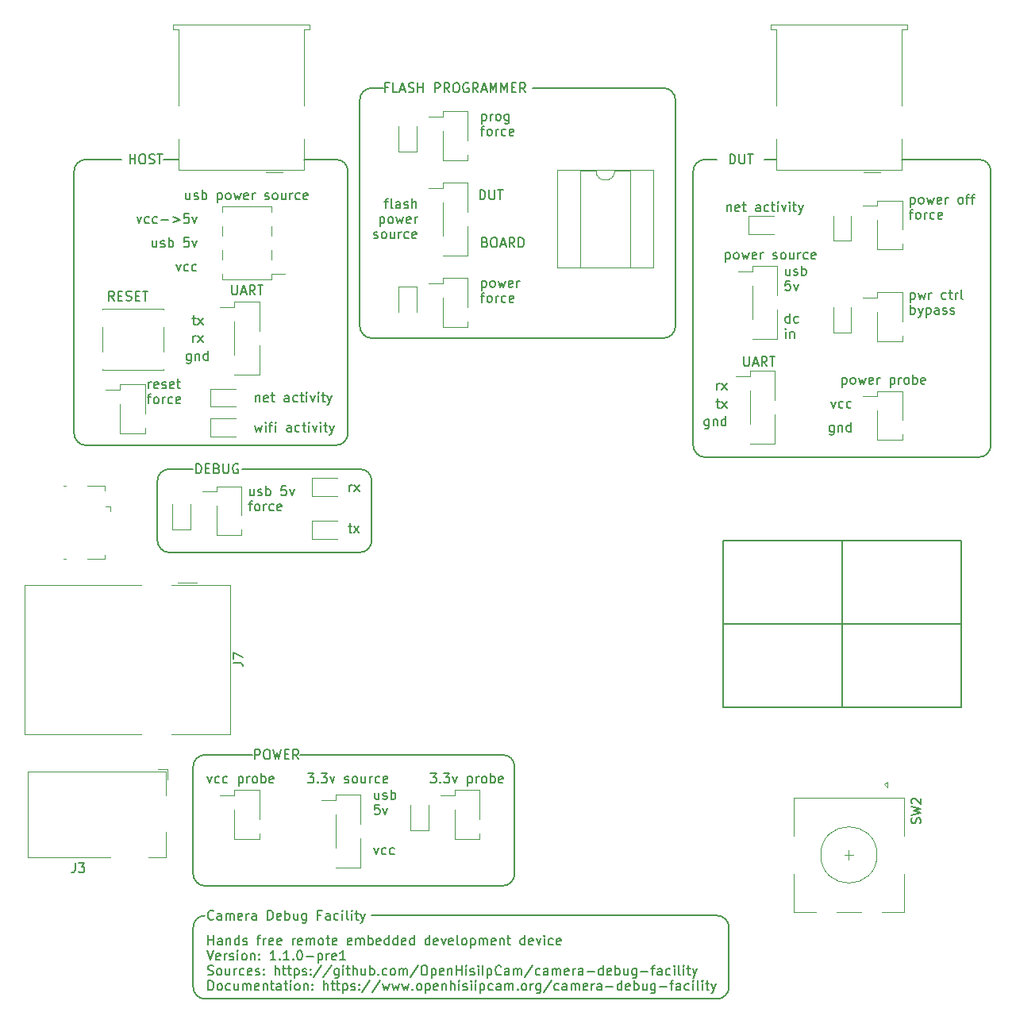
<source format=gbr>
%TF.GenerationSoftware,KiCad,Pcbnew,5.99.0-unknown-e950278637~142~ubuntu18.04.1*%
%TF.CreationDate,2021-10-25T23:56:18+03:00*%
%TF.ProjectId,cdf-1,6364662d-312e-46b6-9963-61645f706362,rev?*%
%TF.SameCoordinates,Original*%
%TF.FileFunction,Legend,Top*%
%TF.FilePolarity,Positive*%
%FSLAX46Y46*%
G04 Gerber Fmt 4.6, Leading zero omitted, Abs format (unit mm)*
G04 Created by KiCad (PCBNEW 5.99.0-unknown-e950278637~142~ubuntu18.04.1) date 2021-10-25 23:56:18*
%MOMM*%
%LPD*%
G01*
G04 APERTURE LIST*
%ADD10C,0.150000*%
%ADD11C,0.120000*%
G04 APERTURE END LIST*
D10*
X217424000Y-73660000D02*
X217424000Y-49530000D01*
X183769000Y-49530000D02*
X183769000Y-73660000D01*
X247954800Y-96520000D02*
X247954800Y-114300000D01*
X247954800Y-114300000D02*
X222554800Y-114300000D01*
X235254800Y-114300000D02*
X235254800Y-96520000D01*
X247954800Y-105410000D02*
X222554800Y-105410000D01*
X222554800Y-114300000D02*
X222554800Y-96520000D01*
X222554800Y-96520000D02*
X247954800Y-96520000D01*
X202184000Y-48260000D02*
X216154000Y-48260000D01*
X185039000Y-74930000D02*
X216154000Y-74930000D01*
X251079000Y-57150000D02*
X251079000Y-86360000D01*
X249809000Y-87630000D02*
X220599000Y-87630000D01*
X219329000Y-86360000D02*
X219329000Y-57150000D01*
X153289000Y-85090000D02*
X153289000Y-57150000D01*
X181229000Y-86360000D02*
X154559000Y-86360000D01*
X185039000Y-90170000D02*
X185039000Y-96520000D01*
X183769000Y-97790000D02*
X163449000Y-97790000D01*
X162179000Y-96520000D02*
X162179000Y-90170000D01*
X165989000Y-120650000D02*
X165989000Y-132080000D01*
X167259000Y-133350000D02*
X199009000Y-133350000D01*
X200279000Y-132080000D02*
X200279000Y-120650000D01*
X171069000Y-119380000D02*
X167259000Y-119380000D01*
X182499000Y-57150000D02*
X182499000Y-85090000D01*
X167259000Y-145415000D02*
X221869000Y-145415000D01*
X163449000Y-88900000D02*
G75*
G03*
X162179000Y-90170000I-1J-1269999D01*
G01*
X216154000Y-74930000D02*
G75*
G03*
X217424000Y-73660000I1J1269999D01*
G01*
X183769000Y-97790000D02*
G75*
G03*
X185039000Y-96520000I1J1269999D01*
G01*
X167259000Y-119380000D02*
G75*
G03*
X165989000Y-120650000I-1J-1269999D01*
G01*
X219329000Y-86360000D02*
G75*
G03*
X220599000Y-87630000I1269999J-1D01*
G01*
X181229000Y-86360000D02*
G75*
G03*
X182499000Y-85090000I1J1269999D01*
G01*
X199009000Y-133350000D02*
G75*
G03*
X200279000Y-132080000I1J1269999D01*
G01*
X217424000Y-49530000D02*
G75*
G03*
X216154000Y-48260000I-1269999J1D01*
G01*
X171069000Y-119380000D02*
X172339000Y-119380000D01*
X162814000Y-55880000D02*
X164465000Y-55880000D01*
X220599000Y-55880000D02*
G75*
G03*
X219329000Y-57150000I-1J-1269999D01*
G01*
X178816000Y-55880000D02*
X177800000Y-55880000D01*
X165989000Y-144145000D02*
G75*
G03*
X167259000Y-145415000I1269999J-1D01*
G01*
X183769000Y-73660000D02*
G75*
G03*
X185039000Y-74930000I1269999J-1D01*
G01*
X181229000Y-55880000D02*
X178689000Y-55880000D01*
X223139000Y-137795000D02*
G75*
G03*
X221869000Y-136525000I-1269999J1D01*
G01*
X185039000Y-90170000D02*
G75*
G03*
X183769000Y-88900000I-1269999J1D01*
G01*
X165989000Y-137795000D02*
X165989000Y-144145000D01*
X220599000Y-55880000D02*
X221869000Y-55880000D01*
X183896000Y-88900000D02*
X171196000Y-88900000D01*
X182499000Y-57150000D02*
G75*
G03*
X181229000Y-55880000I-1269999J1D01*
G01*
X185039000Y-48260000D02*
G75*
G03*
X183769000Y-49530000I-1J-1269999D01*
G01*
X185039000Y-136525000D02*
X221869000Y-136525000D01*
X223139000Y-144145000D02*
X223139000Y-137795000D01*
X167259000Y-136525000D02*
G75*
G03*
X165989000Y-137795000I-1J-1269999D01*
G01*
X165989000Y-132080000D02*
G75*
G03*
X167259000Y-133350000I1269999J-1D01*
G01*
X163449000Y-88900000D02*
X165989000Y-88900000D01*
X154559000Y-55880000D02*
G75*
G03*
X153289000Y-57150000I-1J-1269999D01*
G01*
X153289000Y-85090000D02*
G75*
G03*
X154559000Y-86360000I1269999J-1D01*
G01*
X154559000Y-55880000D02*
X158369000Y-55880000D01*
X199009000Y-119380000D02*
X177419000Y-119380000D01*
X251079000Y-57150000D02*
G75*
G03*
X249809000Y-55880000I-1269999J1D01*
G01*
X221869000Y-145415000D02*
G75*
G03*
X223139000Y-144145000I1J1269999D01*
G01*
X226949000Y-55880000D02*
X228219000Y-55880000D01*
X242189000Y-55880000D02*
X241554000Y-55880000D01*
X249809000Y-87630000D02*
G75*
G03*
X251079000Y-86360000I1J1269999D01*
G01*
X162179000Y-96520000D02*
G75*
G03*
X163449000Y-97790000I1269999J-1D01*
G01*
X200279000Y-120650000D02*
G75*
G03*
X199009000Y-119380000I-1269999J1D01*
G01*
X185039000Y-48260000D02*
X186309000Y-48260000D01*
X249809000Y-55880000D02*
X242189000Y-55880000D01*
X196572333Y-60142380D02*
X196572333Y-59142380D01*
X196810428Y-59142380D01*
X196953285Y-59190000D01*
X197048523Y-59285238D01*
X197096142Y-59380476D01*
X197143761Y-59570952D01*
X197143761Y-59713809D01*
X197096142Y-59904285D01*
X197048523Y-59999523D01*
X196953285Y-60094761D01*
X196810428Y-60142380D01*
X196572333Y-60142380D01*
X197572333Y-59142380D02*
X197572333Y-59951904D01*
X197619952Y-60047142D01*
X197667571Y-60094761D01*
X197762809Y-60142380D01*
X197953285Y-60142380D01*
X198048523Y-60094761D01*
X198096142Y-60047142D01*
X198143761Y-59951904D01*
X198143761Y-59142380D01*
X198477095Y-59142380D02*
X199048523Y-59142380D01*
X198762809Y-60142380D02*
X198762809Y-59142380D01*
X197128047Y-64698571D02*
X197270904Y-64746190D01*
X197318523Y-64793809D01*
X197366142Y-64889047D01*
X197366142Y-65031904D01*
X197318523Y-65127142D01*
X197270904Y-65174761D01*
X197175666Y-65222380D01*
X196794714Y-65222380D01*
X196794714Y-64222380D01*
X197128047Y-64222380D01*
X197223285Y-64270000D01*
X197270904Y-64317619D01*
X197318523Y-64412857D01*
X197318523Y-64508095D01*
X197270904Y-64603333D01*
X197223285Y-64650952D01*
X197128047Y-64698571D01*
X196794714Y-64698571D01*
X197985190Y-64222380D02*
X198175666Y-64222380D01*
X198270904Y-64270000D01*
X198366142Y-64365238D01*
X198413761Y-64555714D01*
X198413761Y-64889047D01*
X198366142Y-65079523D01*
X198270904Y-65174761D01*
X198175666Y-65222380D01*
X197985190Y-65222380D01*
X197889952Y-65174761D01*
X197794714Y-65079523D01*
X197747095Y-64889047D01*
X197747095Y-64555714D01*
X197794714Y-64365238D01*
X197889952Y-64270000D01*
X197985190Y-64222380D01*
X198794714Y-64936666D02*
X199270904Y-64936666D01*
X198699476Y-65222380D02*
X199032809Y-64222380D01*
X199366142Y-65222380D01*
X200270904Y-65222380D02*
X199937571Y-64746190D01*
X199699476Y-65222380D02*
X199699476Y-64222380D01*
X200080428Y-64222380D01*
X200175666Y-64270000D01*
X200223285Y-64317619D01*
X200270904Y-64412857D01*
X200270904Y-64555714D01*
X200223285Y-64650952D01*
X200175666Y-64698571D01*
X200080428Y-64746190D01*
X199699476Y-64746190D01*
X200699476Y-65222380D02*
X200699476Y-64222380D01*
X200937571Y-64222380D01*
X201080428Y-64270000D01*
X201175666Y-64365238D01*
X201223285Y-64460476D01*
X201270904Y-64650952D01*
X201270904Y-64793809D01*
X201223285Y-64984285D01*
X201175666Y-65079523D01*
X201080428Y-65174761D01*
X200937571Y-65222380D01*
X200699476Y-65222380D01*
X186809952Y-48188571D02*
X186476619Y-48188571D01*
X186476619Y-48712380D02*
X186476619Y-47712380D01*
X186952809Y-47712380D01*
X187809952Y-48712380D02*
X187333761Y-48712380D01*
X187333761Y-47712380D01*
X188095666Y-48426666D02*
X188571857Y-48426666D01*
X188000428Y-48712380D02*
X188333761Y-47712380D01*
X188667095Y-48712380D01*
X188952809Y-48664761D02*
X189095666Y-48712380D01*
X189333761Y-48712380D01*
X189429000Y-48664761D01*
X189476619Y-48617142D01*
X189524238Y-48521904D01*
X189524238Y-48426666D01*
X189476619Y-48331428D01*
X189429000Y-48283809D01*
X189333761Y-48236190D01*
X189143285Y-48188571D01*
X189048047Y-48140952D01*
X189000428Y-48093333D01*
X188952809Y-47998095D01*
X188952809Y-47902857D01*
X189000428Y-47807619D01*
X189048047Y-47760000D01*
X189143285Y-47712380D01*
X189381380Y-47712380D01*
X189524238Y-47760000D01*
X189952809Y-48712380D02*
X189952809Y-47712380D01*
X189952809Y-48188571D02*
X190524238Y-48188571D01*
X190524238Y-48712380D02*
X190524238Y-47712380D01*
X191762333Y-48712380D02*
X191762333Y-47712380D01*
X192143285Y-47712380D01*
X192238523Y-47760000D01*
X192286142Y-47807619D01*
X192333761Y-47902857D01*
X192333761Y-48045714D01*
X192286142Y-48140952D01*
X192238523Y-48188571D01*
X192143285Y-48236190D01*
X191762333Y-48236190D01*
X193333761Y-48712380D02*
X193000428Y-48236190D01*
X192762333Y-48712380D02*
X192762333Y-47712380D01*
X193143285Y-47712380D01*
X193238523Y-47760000D01*
X193286142Y-47807619D01*
X193333761Y-47902857D01*
X193333761Y-48045714D01*
X193286142Y-48140952D01*
X193238523Y-48188571D01*
X193143285Y-48236190D01*
X192762333Y-48236190D01*
X193952809Y-47712380D02*
X194143285Y-47712380D01*
X194238523Y-47760000D01*
X194333761Y-47855238D01*
X194381380Y-48045714D01*
X194381380Y-48379047D01*
X194333761Y-48569523D01*
X194238523Y-48664761D01*
X194143285Y-48712380D01*
X193952809Y-48712380D01*
X193857571Y-48664761D01*
X193762333Y-48569523D01*
X193714714Y-48379047D01*
X193714714Y-48045714D01*
X193762333Y-47855238D01*
X193857571Y-47760000D01*
X193952809Y-47712380D01*
X195333761Y-47760000D02*
X195238523Y-47712380D01*
X195095666Y-47712380D01*
X194952809Y-47760000D01*
X194857571Y-47855238D01*
X194809952Y-47950476D01*
X194762333Y-48140952D01*
X194762333Y-48283809D01*
X194809952Y-48474285D01*
X194857571Y-48569523D01*
X194952809Y-48664761D01*
X195095666Y-48712380D01*
X195190904Y-48712380D01*
X195333761Y-48664761D01*
X195381380Y-48617142D01*
X195381380Y-48283809D01*
X195190904Y-48283809D01*
X196381380Y-48712380D02*
X196048047Y-48236190D01*
X195809952Y-48712380D02*
X195809952Y-47712380D01*
X196190904Y-47712380D01*
X196286142Y-47760000D01*
X196333761Y-47807619D01*
X196381380Y-47902857D01*
X196381380Y-48045714D01*
X196333761Y-48140952D01*
X196286142Y-48188571D01*
X196190904Y-48236190D01*
X195809952Y-48236190D01*
X196762333Y-48426666D02*
X197238523Y-48426666D01*
X196667095Y-48712380D02*
X197000428Y-47712380D01*
X197333761Y-48712380D01*
X197667095Y-48712380D02*
X197667095Y-47712380D01*
X198000428Y-48426666D01*
X198333761Y-47712380D01*
X198333761Y-48712380D01*
X198809952Y-48712380D02*
X198809952Y-47712380D01*
X199143285Y-48426666D01*
X199476619Y-47712380D01*
X199476619Y-48712380D01*
X199952809Y-48188571D02*
X200286142Y-48188571D01*
X200429000Y-48712380D02*
X199952809Y-48712380D01*
X199952809Y-47712380D01*
X200429000Y-47712380D01*
X201429000Y-48712380D02*
X201095666Y-48236190D01*
X200857571Y-48712380D02*
X200857571Y-47712380D01*
X201238523Y-47712380D01*
X201333761Y-47760000D01*
X201381380Y-47807619D01*
X201429000Y-47902857D01*
X201429000Y-48045714D01*
X201381380Y-48140952D01*
X201333761Y-48188571D01*
X201238523Y-48236190D01*
X200857571Y-48236190D01*
X242524595Y-70100714D02*
X242524595Y-71100714D01*
X242524595Y-70148333D02*
X242619833Y-70100714D01*
X242810309Y-70100714D01*
X242905547Y-70148333D01*
X242953166Y-70195952D01*
X243000785Y-70291190D01*
X243000785Y-70576904D01*
X242953166Y-70672142D01*
X242905547Y-70719761D01*
X242810309Y-70767380D01*
X242619833Y-70767380D01*
X242524595Y-70719761D01*
X243334119Y-70100714D02*
X243524595Y-70767380D01*
X243715071Y-70291190D01*
X243905547Y-70767380D01*
X244096023Y-70100714D01*
X244476976Y-70767380D02*
X244476976Y-70100714D01*
X244476976Y-70291190D02*
X244524595Y-70195952D01*
X244572214Y-70148333D01*
X244667452Y-70100714D01*
X244762690Y-70100714D01*
X246286500Y-70719761D02*
X246191261Y-70767380D01*
X246000785Y-70767380D01*
X245905547Y-70719761D01*
X245857928Y-70672142D01*
X245810309Y-70576904D01*
X245810309Y-70291190D01*
X245857928Y-70195952D01*
X245905547Y-70148333D01*
X246000785Y-70100714D01*
X246191261Y-70100714D01*
X246286500Y-70148333D01*
X246572214Y-70100714D02*
X246953166Y-70100714D01*
X246715071Y-69767380D02*
X246715071Y-70624523D01*
X246762690Y-70719761D01*
X246857928Y-70767380D01*
X246953166Y-70767380D01*
X247286500Y-70767380D02*
X247286500Y-70100714D01*
X247286500Y-70291190D02*
X247334119Y-70195952D01*
X247381738Y-70148333D01*
X247476976Y-70100714D01*
X247572214Y-70100714D01*
X248048404Y-70767380D02*
X247953166Y-70719761D01*
X247905547Y-70624523D01*
X247905547Y-69767380D01*
X242524595Y-72377380D02*
X242524595Y-71377380D01*
X242524595Y-71758333D02*
X242619833Y-71710714D01*
X242810309Y-71710714D01*
X242905547Y-71758333D01*
X242953166Y-71805952D01*
X243000785Y-71901190D01*
X243000785Y-72186904D01*
X242953166Y-72282142D01*
X242905547Y-72329761D01*
X242810309Y-72377380D01*
X242619833Y-72377380D01*
X242524595Y-72329761D01*
X243334119Y-71710714D02*
X243572214Y-72377380D01*
X243810309Y-71710714D02*
X243572214Y-72377380D01*
X243476976Y-72615476D01*
X243429357Y-72663095D01*
X243334119Y-72710714D01*
X244191261Y-71710714D02*
X244191261Y-72710714D01*
X244191261Y-71758333D02*
X244286500Y-71710714D01*
X244476976Y-71710714D01*
X244572214Y-71758333D01*
X244619833Y-71805952D01*
X244667452Y-71901190D01*
X244667452Y-72186904D01*
X244619833Y-72282142D01*
X244572214Y-72329761D01*
X244476976Y-72377380D01*
X244286500Y-72377380D01*
X244191261Y-72329761D01*
X245524595Y-72377380D02*
X245524595Y-71853571D01*
X245476976Y-71758333D01*
X245381738Y-71710714D01*
X245191261Y-71710714D01*
X245096023Y-71758333D01*
X245524595Y-72329761D02*
X245429357Y-72377380D01*
X245191261Y-72377380D01*
X245096023Y-72329761D01*
X245048404Y-72234523D01*
X245048404Y-72139285D01*
X245096023Y-72044047D01*
X245191261Y-71996428D01*
X245429357Y-71996428D01*
X245524595Y-71948809D01*
X245953166Y-72329761D02*
X246048404Y-72377380D01*
X246238880Y-72377380D01*
X246334119Y-72329761D01*
X246381738Y-72234523D01*
X246381738Y-72186904D01*
X246334119Y-72091666D01*
X246238880Y-72044047D01*
X246096023Y-72044047D01*
X246000785Y-71996428D01*
X245953166Y-71901190D01*
X245953166Y-71853571D01*
X246000785Y-71758333D01*
X246096023Y-71710714D01*
X246238880Y-71710714D01*
X246334119Y-71758333D01*
X246762690Y-72329761D02*
X246857928Y-72377380D01*
X247048404Y-72377380D01*
X247143642Y-72329761D01*
X247191261Y-72234523D01*
X247191261Y-72186904D01*
X247143642Y-72091666D01*
X247048404Y-72044047D01*
X246905547Y-72044047D01*
X246810309Y-71996428D01*
X246762690Y-71901190D01*
X246762690Y-71853571D01*
X246810309Y-71758333D01*
X246905547Y-71710714D01*
X247048404Y-71710714D01*
X247143642Y-71758333D01*
X234328880Y-84240714D02*
X234328880Y-85050238D01*
X234281261Y-85145476D01*
X234233642Y-85193095D01*
X234138404Y-85240714D01*
X233995547Y-85240714D01*
X233900309Y-85193095D01*
X234328880Y-84859761D02*
X234233642Y-84907380D01*
X234043166Y-84907380D01*
X233947928Y-84859761D01*
X233900309Y-84812142D01*
X233852690Y-84716904D01*
X233852690Y-84431190D01*
X233900309Y-84335952D01*
X233947928Y-84288333D01*
X234043166Y-84240714D01*
X234233642Y-84240714D01*
X234328880Y-84288333D01*
X234805071Y-84240714D02*
X234805071Y-84907380D01*
X234805071Y-84335952D02*
X234852690Y-84288333D01*
X234947928Y-84240714D01*
X235090785Y-84240714D01*
X235186023Y-84288333D01*
X235233642Y-84383571D01*
X235233642Y-84907380D01*
X236138404Y-84907380D02*
X236138404Y-83907380D01*
X236138404Y-84859761D02*
X236043166Y-84907380D01*
X235852690Y-84907380D01*
X235757452Y-84859761D01*
X235709833Y-84812142D01*
X235662214Y-84716904D01*
X235662214Y-84431190D01*
X235709833Y-84335952D01*
X235757452Y-84288333D01*
X235852690Y-84240714D01*
X236043166Y-84240714D01*
X236138404Y-84288333D01*
X234043166Y-81700714D02*
X234281261Y-82367380D01*
X234519357Y-81700714D01*
X235328880Y-82319761D02*
X235233642Y-82367380D01*
X235043166Y-82367380D01*
X234947928Y-82319761D01*
X234900309Y-82272142D01*
X234852690Y-82176904D01*
X234852690Y-81891190D01*
X234900309Y-81795952D01*
X234947928Y-81748333D01*
X235043166Y-81700714D01*
X235233642Y-81700714D01*
X235328880Y-81748333D01*
X236186023Y-82319761D02*
X236090785Y-82367380D01*
X235900309Y-82367380D01*
X235805071Y-82319761D01*
X235757452Y-82272142D01*
X235709833Y-82176904D01*
X235709833Y-81891190D01*
X235757452Y-81795952D01*
X235805071Y-81748333D01*
X235900309Y-81700714D01*
X236090785Y-81700714D01*
X236186023Y-81748333D01*
X235244238Y-79160714D02*
X235244238Y-80160714D01*
X235244238Y-79208333D02*
X235339476Y-79160714D01*
X235529952Y-79160714D01*
X235625190Y-79208333D01*
X235672809Y-79255952D01*
X235720428Y-79351190D01*
X235720428Y-79636904D01*
X235672809Y-79732142D01*
X235625190Y-79779761D01*
X235529952Y-79827380D01*
X235339476Y-79827380D01*
X235244238Y-79779761D01*
X236291857Y-79827380D02*
X236196619Y-79779761D01*
X236149000Y-79732142D01*
X236101380Y-79636904D01*
X236101380Y-79351190D01*
X236149000Y-79255952D01*
X236196619Y-79208333D01*
X236291857Y-79160714D01*
X236434714Y-79160714D01*
X236529952Y-79208333D01*
X236577571Y-79255952D01*
X236625190Y-79351190D01*
X236625190Y-79636904D01*
X236577571Y-79732142D01*
X236529952Y-79779761D01*
X236434714Y-79827380D01*
X236291857Y-79827380D01*
X236958523Y-79160714D02*
X237149000Y-79827380D01*
X237339476Y-79351190D01*
X237529952Y-79827380D01*
X237720428Y-79160714D01*
X238482333Y-79779761D02*
X238387095Y-79827380D01*
X238196619Y-79827380D01*
X238101380Y-79779761D01*
X238053761Y-79684523D01*
X238053761Y-79303571D01*
X238101380Y-79208333D01*
X238196619Y-79160714D01*
X238387095Y-79160714D01*
X238482333Y-79208333D01*
X238529952Y-79303571D01*
X238529952Y-79398809D01*
X238053761Y-79494047D01*
X238958523Y-79827380D02*
X238958523Y-79160714D01*
X238958523Y-79351190D02*
X239006142Y-79255952D01*
X239053761Y-79208333D01*
X239149000Y-79160714D01*
X239244238Y-79160714D01*
X240339476Y-79160714D02*
X240339476Y-80160714D01*
X240339476Y-79208333D02*
X240434714Y-79160714D01*
X240625190Y-79160714D01*
X240720428Y-79208333D01*
X240768047Y-79255952D01*
X240815666Y-79351190D01*
X240815666Y-79636904D01*
X240768047Y-79732142D01*
X240720428Y-79779761D01*
X240625190Y-79827380D01*
X240434714Y-79827380D01*
X240339476Y-79779761D01*
X241244238Y-79827380D02*
X241244238Y-79160714D01*
X241244238Y-79351190D02*
X241291857Y-79255952D01*
X241339476Y-79208333D01*
X241434714Y-79160714D01*
X241529952Y-79160714D01*
X242006142Y-79827380D02*
X241910904Y-79779761D01*
X241863285Y-79732142D01*
X241815666Y-79636904D01*
X241815666Y-79351190D01*
X241863285Y-79255952D01*
X241910904Y-79208333D01*
X242006142Y-79160714D01*
X242149000Y-79160714D01*
X242244238Y-79208333D01*
X242291857Y-79255952D01*
X242339476Y-79351190D01*
X242339476Y-79636904D01*
X242291857Y-79732142D01*
X242244238Y-79779761D01*
X242149000Y-79827380D01*
X242006142Y-79827380D01*
X242768047Y-79827380D02*
X242768047Y-78827380D01*
X242768047Y-79208333D02*
X242863285Y-79160714D01*
X243053761Y-79160714D01*
X243149000Y-79208333D01*
X243196619Y-79255952D01*
X243244238Y-79351190D01*
X243244238Y-79636904D01*
X243196619Y-79732142D01*
X243149000Y-79779761D01*
X243053761Y-79827380D01*
X242863285Y-79827380D01*
X242768047Y-79779761D01*
X244053761Y-79779761D02*
X243958523Y-79827380D01*
X243768047Y-79827380D01*
X243672809Y-79779761D01*
X243625190Y-79684523D01*
X243625190Y-79303571D01*
X243672809Y-79208333D01*
X243768047Y-79160714D01*
X243958523Y-79160714D01*
X244053761Y-79208333D01*
X244101380Y-79303571D01*
X244101380Y-79398809D01*
X243625190Y-79494047D01*
X242524595Y-59940714D02*
X242524595Y-60940714D01*
X242524595Y-59988333D02*
X242619833Y-59940714D01*
X242810309Y-59940714D01*
X242905547Y-59988333D01*
X242953166Y-60035952D01*
X243000785Y-60131190D01*
X243000785Y-60416904D01*
X242953166Y-60512142D01*
X242905547Y-60559761D01*
X242810309Y-60607380D01*
X242619833Y-60607380D01*
X242524595Y-60559761D01*
X243572214Y-60607380D02*
X243476976Y-60559761D01*
X243429357Y-60512142D01*
X243381738Y-60416904D01*
X243381738Y-60131190D01*
X243429357Y-60035952D01*
X243476976Y-59988333D01*
X243572214Y-59940714D01*
X243715071Y-59940714D01*
X243810309Y-59988333D01*
X243857928Y-60035952D01*
X243905547Y-60131190D01*
X243905547Y-60416904D01*
X243857928Y-60512142D01*
X243810309Y-60559761D01*
X243715071Y-60607380D01*
X243572214Y-60607380D01*
X244238880Y-59940714D02*
X244429357Y-60607380D01*
X244619833Y-60131190D01*
X244810309Y-60607380D01*
X245000785Y-59940714D01*
X245762690Y-60559761D02*
X245667452Y-60607380D01*
X245476976Y-60607380D01*
X245381738Y-60559761D01*
X245334119Y-60464523D01*
X245334119Y-60083571D01*
X245381738Y-59988333D01*
X245476976Y-59940714D01*
X245667452Y-59940714D01*
X245762690Y-59988333D01*
X245810309Y-60083571D01*
X245810309Y-60178809D01*
X245334119Y-60274047D01*
X246238880Y-60607380D02*
X246238880Y-59940714D01*
X246238880Y-60131190D02*
X246286500Y-60035952D01*
X246334119Y-59988333D01*
X246429357Y-59940714D01*
X246524595Y-59940714D01*
X247762690Y-60607380D02*
X247667452Y-60559761D01*
X247619833Y-60512142D01*
X247572214Y-60416904D01*
X247572214Y-60131190D01*
X247619833Y-60035952D01*
X247667452Y-59988333D01*
X247762690Y-59940714D01*
X247905547Y-59940714D01*
X248000785Y-59988333D01*
X248048404Y-60035952D01*
X248096023Y-60131190D01*
X248096023Y-60416904D01*
X248048404Y-60512142D01*
X248000785Y-60559761D01*
X247905547Y-60607380D01*
X247762690Y-60607380D01*
X248381738Y-59940714D02*
X248762690Y-59940714D01*
X248524595Y-60607380D02*
X248524595Y-59750238D01*
X248572214Y-59655000D01*
X248667452Y-59607380D01*
X248762690Y-59607380D01*
X248953166Y-59940714D02*
X249334119Y-59940714D01*
X249096023Y-60607380D02*
X249096023Y-59750238D01*
X249143642Y-59655000D01*
X249238880Y-59607380D01*
X249334119Y-59607380D01*
X242381738Y-61550714D02*
X242762690Y-61550714D01*
X242524595Y-62217380D02*
X242524595Y-61360238D01*
X242572214Y-61265000D01*
X242667452Y-61217380D01*
X242762690Y-61217380D01*
X243238880Y-62217380D02*
X243143642Y-62169761D01*
X243096023Y-62122142D01*
X243048404Y-62026904D01*
X243048404Y-61741190D01*
X243096023Y-61645952D01*
X243143642Y-61598333D01*
X243238880Y-61550714D01*
X243381738Y-61550714D01*
X243476976Y-61598333D01*
X243524595Y-61645952D01*
X243572214Y-61741190D01*
X243572214Y-62026904D01*
X243524595Y-62122142D01*
X243476976Y-62169761D01*
X243381738Y-62217380D01*
X243238880Y-62217380D01*
X244000785Y-62217380D02*
X244000785Y-61550714D01*
X244000785Y-61741190D02*
X244048404Y-61645952D01*
X244096023Y-61598333D01*
X244191261Y-61550714D01*
X244286500Y-61550714D01*
X245048404Y-62169761D02*
X244953166Y-62217380D01*
X244762690Y-62217380D01*
X244667452Y-62169761D01*
X244619833Y-62122142D01*
X244572214Y-62026904D01*
X244572214Y-61741190D01*
X244619833Y-61645952D01*
X244667452Y-61598333D01*
X244762690Y-61550714D01*
X244953166Y-61550714D01*
X245048404Y-61598333D01*
X245857928Y-62169761D02*
X245762690Y-62217380D01*
X245572214Y-62217380D01*
X245476976Y-62169761D01*
X245429357Y-62074523D01*
X245429357Y-61693571D01*
X245476976Y-61598333D01*
X245572214Y-61550714D01*
X245762690Y-61550714D01*
X245857928Y-61598333D01*
X245905547Y-61693571D01*
X245905547Y-61788809D01*
X245429357Y-61884047D01*
X222798285Y-65825714D02*
X222798285Y-66825714D01*
X222798285Y-65873333D02*
X222893523Y-65825714D01*
X223084000Y-65825714D01*
X223179238Y-65873333D01*
X223226857Y-65920952D01*
X223274476Y-66016190D01*
X223274476Y-66301904D01*
X223226857Y-66397142D01*
X223179238Y-66444761D01*
X223084000Y-66492380D01*
X222893523Y-66492380D01*
X222798285Y-66444761D01*
X223845904Y-66492380D02*
X223750666Y-66444761D01*
X223703047Y-66397142D01*
X223655428Y-66301904D01*
X223655428Y-66016190D01*
X223703047Y-65920952D01*
X223750666Y-65873333D01*
X223845904Y-65825714D01*
X223988761Y-65825714D01*
X224084000Y-65873333D01*
X224131619Y-65920952D01*
X224179238Y-66016190D01*
X224179238Y-66301904D01*
X224131619Y-66397142D01*
X224084000Y-66444761D01*
X223988761Y-66492380D01*
X223845904Y-66492380D01*
X224512571Y-65825714D02*
X224703047Y-66492380D01*
X224893523Y-66016190D01*
X225084000Y-66492380D01*
X225274476Y-65825714D01*
X226036380Y-66444761D02*
X225941142Y-66492380D01*
X225750666Y-66492380D01*
X225655428Y-66444761D01*
X225607809Y-66349523D01*
X225607809Y-65968571D01*
X225655428Y-65873333D01*
X225750666Y-65825714D01*
X225941142Y-65825714D01*
X226036380Y-65873333D01*
X226084000Y-65968571D01*
X226084000Y-66063809D01*
X225607809Y-66159047D01*
X226512571Y-66492380D02*
X226512571Y-65825714D01*
X226512571Y-66016190D02*
X226560190Y-65920952D01*
X226607809Y-65873333D01*
X226703047Y-65825714D01*
X226798285Y-65825714D01*
X227845904Y-66444761D02*
X227941142Y-66492380D01*
X228131619Y-66492380D01*
X228226857Y-66444761D01*
X228274476Y-66349523D01*
X228274476Y-66301904D01*
X228226857Y-66206666D01*
X228131619Y-66159047D01*
X227988761Y-66159047D01*
X227893523Y-66111428D01*
X227845904Y-66016190D01*
X227845904Y-65968571D01*
X227893523Y-65873333D01*
X227988761Y-65825714D01*
X228131619Y-65825714D01*
X228226857Y-65873333D01*
X228845904Y-66492380D02*
X228750666Y-66444761D01*
X228703047Y-66397142D01*
X228655428Y-66301904D01*
X228655428Y-66016190D01*
X228703047Y-65920952D01*
X228750666Y-65873333D01*
X228845904Y-65825714D01*
X228988761Y-65825714D01*
X229084000Y-65873333D01*
X229131619Y-65920952D01*
X229179238Y-66016190D01*
X229179238Y-66301904D01*
X229131619Y-66397142D01*
X229084000Y-66444761D01*
X228988761Y-66492380D01*
X228845904Y-66492380D01*
X230036380Y-65825714D02*
X230036380Y-66492380D01*
X229607809Y-65825714D02*
X229607809Y-66349523D01*
X229655428Y-66444761D01*
X229750666Y-66492380D01*
X229893523Y-66492380D01*
X229988761Y-66444761D01*
X230036380Y-66397142D01*
X230512571Y-66492380D02*
X230512571Y-65825714D01*
X230512571Y-66016190D02*
X230560190Y-65920952D01*
X230607809Y-65873333D01*
X230703047Y-65825714D01*
X230798285Y-65825714D01*
X231560190Y-66444761D02*
X231464952Y-66492380D01*
X231274476Y-66492380D01*
X231179238Y-66444761D01*
X231131619Y-66397142D01*
X231084000Y-66301904D01*
X231084000Y-66016190D01*
X231131619Y-65920952D01*
X231179238Y-65873333D01*
X231274476Y-65825714D01*
X231464952Y-65825714D01*
X231560190Y-65873333D01*
X232369714Y-66444761D02*
X232274476Y-66492380D01*
X232084000Y-66492380D01*
X231988761Y-66444761D01*
X231941142Y-66349523D01*
X231941142Y-65968571D01*
X231988761Y-65873333D01*
X232084000Y-65825714D01*
X232274476Y-65825714D01*
X232369714Y-65873333D01*
X232417333Y-65968571D01*
X232417333Y-66063809D01*
X231941142Y-66159047D01*
X224718761Y-76922380D02*
X224718761Y-77731904D01*
X224766380Y-77827142D01*
X224814000Y-77874761D01*
X224909238Y-77922380D01*
X225099714Y-77922380D01*
X225194952Y-77874761D01*
X225242571Y-77827142D01*
X225290190Y-77731904D01*
X225290190Y-76922380D01*
X225718761Y-77636666D02*
X226194952Y-77636666D01*
X225623523Y-77922380D02*
X225956857Y-76922380D01*
X226290190Y-77922380D01*
X227194952Y-77922380D02*
X226861619Y-77446190D01*
X226623523Y-77922380D02*
X226623523Y-76922380D01*
X227004476Y-76922380D01*
X227099714Y-76970000D01*
X227147333Y-77017619D01*
X227194952Y-77112857D01*
X227194952Y-77255714D01*
X227147333Y-77350952D01*
X227099714Y-77398571D01*
X227004476Y-77446190D01*
X226623523Y-77446190D01*
X227480666Y-76922380D02*
X228052095Y-76922380D01*
X227766380Y-77922380D02*
X227766380Y-76922380D01*
X222949000Y-60745714D02*
X222949000Y-61412380D01*
X222949000Y-60840952D02*
X222996619Y-60793333D01*
X223091857Y-60745714D01*
X223234714Y-60745714D01*
X223329952Y-60793333D01*
X223377571Y-60888571D01*
X223377571Y-61412380D01*
X224234714Y-61364761D02*
X224139476Y-61412380D01*
X223949000Y-61412380D01*
X223853761Y-61364761D01*
X223806142Y-61269523D01*
X223806142Y-60888571D01*
X223853761Y-60793333D01*
X223949000Y-60745714D01*
X224139476Y-60745714D01*
X224234714Y-60793333D01*
X224282333Y-60888571D01*
X224282333Y-60983809D01*
X223806142Y-61079047D01*
X224568047Y-60745714D02*
X224949000Y-60745714D01*
X224710904Y-60412380D02*
X224710904Y-61269523D01*
X224758523Y-61364761D01*
X224853761Y-61412380D01*
X224949000Y-61412380D01*
X226472809Y-61412380D02*
X226472809Y-60888571D01*
X226425190Y-60793333D01*
X226329952Y-60745714D01*
X226139476Y-60745714D01*
X226044238Y-60793333D01*
X226472809Y-61364761D02*
X226377571Y-61412380D01*
X226139476Y-61412380D01*
X226044238Y-61364761D01*
X225996619Y-61269523D01*
X225996619Y-61174285D01*
X226044238Y-61079047D01*
X226139476Y-61031428D01*
X226377571Y-61031428D01*
X226472809Y-60983809D01*
X227377571Y-61364761D02*
X227282333Y-61412380D01*
X227091857Y-61412380D01*
X226996619Y-61364761D01*
X226949000Y-61317142D01*
X226901380Y-61221904D01*
X226901380Y-60936190D01*
X226949000Y-60840952D01*
X226996619Y-60793333D01*
X227091857Y-60745714D01*
X227282333Y-60745714D01*
X227377571Y-60793333D01*
X227663285Y-60745714D02*
X228044238Y-60745714D01*
X227806142Y-60412380D02*
X227806142Y-61269523D01*
X227853761Y-61364761D01*
X227949000Y-61412380D01*
X228044238Y-61412380D01*
X228377571Y-61412380D02*
X228377571Y-60745714D01*
X228377571Y-60412380D02*
X228329952Y-60460000D01*
X228377571Y-60507619D01*
X228425190Y-60460000D01*
X228377571Y-60412380D01*
X228377571Y-60507619D01*
X228758523Y-60745714D02*
X228996619Y-61412380D01*
X229234714Y-60745714D01*
X229615666Y-61412380D02*
X229615666Y-60745714D01*
X229615666Y-60412380D02*
X229568047Y-60460000D01*
X229615666Y-60507619D01*
X229663285Y-60460000D01*
X229615666Y-60412380D01*
X229615666Y-60507619D01*
X229949000Y-60745714D02*
X230329952Y-60745714D01*
X230091857Y-60412380D02*
X230091857Y-61269523D01*
X230139476Y-61364761D01*
X230234714Y-61412380D01*
X230329952Y-61412380D01*
X230568047Y-60745714D02*
X230806142Y-61412380D01*
X231044238Y-60745714D02*
X230806142Y-61412380D01*
X230710904Y-61650476D01*
X230663285Y-61698095D01*
X230568047Y-61745714D01*
X221755785Y-81700714D02*
X222136738Y-81700714D01*
X221898642Y-81367380D02*
X221898642Y-82224523D01*
X221946261Y-82319761D01*
X222041500Y-82367380D01*
X222136738Y-82367380D01*
X222374833Y-82367380D02*
X222898642Y-81700714D01*
X222374833Y-81700714D02*
X222898642Y-82367380D01*
X220993880Y-83605714D02*
X220993880Y-84415238D01*
X220946261Y-84510476D01*
X220898642Y-84558095D01*
X220803404Y-84605714D01*
X220660547Y-84605714D01*
X220565309Y-84558095D01*
X220993880Y-84224761D02*
X220898642Y-84272380D01*
X220708166Y-84272380D01*
X220612928Y-84224761D01*
X220565309Y-84177142D01*
X220517690Y-84081904D01*
X220517690Y-83796190D01*
X220565309Y-83700952D01*
X220612928Y-83653333D01*
X220708166Y-83605714D01*
X220898642Y-83605714D01*
X220993880Y-83653333D01*
X221470071Y-83605714D02*
X221470071Y-84272380D01*
X221470071Y-83700952D02*
X221517690Y-83653333D01*
X221612928Y-83605714D01*
X221755785Y-83605714D01*
X221851023Y-83653333D01*
X221898642Y-83748571D01*
X221898642Y-84272380D01*
X222803404Y-84272380D02*
X222803404Y-83272380D01*
X222803404Y-84224761D02*
X222708166Y-84272380D01*
X222517690Y-84272380D01*
X222422452Y-84224761D01*
X222374833Y-84177142D01*
X222327214Y-84081904D01*
X222327214Y-83796190D01*
X222374833Y-83700952D01*
X222422452Y-83653333D01*
X222517690Y-83605714D01*
X222708166Y-83605714D01*
X222803404Y-83653333D01*
X221851023Y-80462380D02*
X221851023Y-79795714D01*
X221851023Y-79986190D02*
X221898642Y-79890952D01*
X221946261Y-79843333D01*
X222041500Y-79795714D01*
X222136738Y-79795714D01*
X222374833Y-80462380D02*
X222898642Y-79795714D01*
X222374833Y-79795714D02*
X222898642Y-80462380D01*
X164193166Y-67095714D02*
X164431261Y-67762380D01*
X164669357Y-67095714D01*
X165478880Y-67714761D02*
X165383642Y-67762380D01*
X165193166Y-67762380D01*
X165097928Y-67714761D01*
X165050309Y-67667142D01*
X165002690Y-67571904D01*
X165002690Y-67286190D01*
X165050309Y-67190952D01*
X165097928Y-67143333D01*
X165193166Y-67095714D01*
X165383642Y-67095714D01*
X165478880Y-67143333D01*
X166336023Y-67714761D02*
X166240785Y-67762380D01*
X166050309Y-67762380D01*
X165955071Y-67714761D01*
X165907452Y-67667142D01*
X165859833Y-67571904D01*
X165859833Y-67286190D01*
X165907452Y-67190952D01*
X165955071Y-67143333D01*
X166050309Y-67095714D01*
X166240785Y-67095714D01*
X166336023Y-67143333D01*
X172579357Y-84240714D02*
X172769833Y-84907380D01*
X172960309Y-84431190D01*
X173150785Y-84907380D01*
X173341261Y-84240714D01*
X173722214Y-84907380D02*
X173722214Y-84240714D01*
X173722214Y-83907380D02*
X173674595Y-83955000D01*
X173722214Y-84002619D01*
X173769833Y-83955000D01*
X173722214Y-83907380D01*
X173722214Y-84002619D01*
X174055547Y-84240714D02*
X174436500Y-84240714D01*
X174198404Y-84907380D02*
X174198404Y-84050238D01*
X174246023Y-83955000D01*
X174341261Y-83907380D01*
X174436500Y-83907380D01*
X174769833Y-84907380D02*
X174769833Y-84240714D01*
X174769833Y-83907380D02*
X174722214Y-83955000D01*
X174769833Y-84002619D01*
X174817452Y-83955000D01*
X174769833Y-83907380D01*
X174769833Y-84002619D01*
X176436500Y-84907380D02*
X176436500Y-84383571D01*
X176388880Y-84288333D01*
X176293642Y-84240714D01*
X176103166Y-84240714D01*
X176007928Y-84288333D01*
X176436500Y-84859761D02*
X176341261Y-84907380D01*
X176103166Y-84907380D01*
X176007928Y-84859761D01*
X175960309Y-84764523D01*
X175960309Y-84669285D01*
X176007928Y-84574047D01*
X176103166Y-84526428D01*
X176341261Y-84526428D01*
X176436500Y-84478809D01*
X177341261Y-84859761D02*
X177246023Y-84907380D01*
X177055547Y-84907380D01*
X176960309Y-84859761D01*
X176912690Y-84812142D01*
X176865071Y-84716904D01*
X176865071Y-84431190D01*
X176912690Y-84335952D01*
X176960309Y-84288333D01*
X177055547Y-84240714D01*
X177246023Y-84240714D01*
X177341261Y-84288333D01*
X177626976Y-84240714D02*
X178007928Y-84240714D01*
X177769833Y-83907380D02*
X177769833Y-84764523D01*
X177817452Y-84859761D01*
X177912690Y-84907380D01*
X178007928Y-84907380D01*
X178341261Y-84907380D02*
X178341261Y-84240714D01*
X178341261Y-83907380D02*
X178293642Y-83955000D01*
X178341261Y-84002619D01*
X178388880Y-83955000D01*
X178341261Y-83907380D01*
X178341261Y-84002619D01*
X178722214Y-84240714D02*
X178960309Y-84907380D01*
X179198404Y-84240714D01*
X179579357Y-84907380D02*
X179579357Y-84240714D01*
X179579357Y-83907380D02*
X179531738Y-83955000D01*
X179579357Y-84002619D01*
X179626976Y-83955000D01*
X179579357Y-83907380D01*
X179579357Y-84002619D01*
X179912690Y-84240714D02*
X180293642Y-84240714D01*
X180055547Y-83907380D02*
X180055547Y-84764523D01*
X180103166Y-84859761D01*
X180198404Y-84907380D01*
X180293642Y-84907380D01*
X180531738Y-84240714D02*
X180769833Y-84907380D01*
X181007928Y-84240714D02*
X180769833Y-84907380D01*
X180674595Y-85145476D01*
X180626976Y-85193095D01*
X180531738Y-85240714D01*
X172468166Y-91055714D02*
X172468166Y-91722380D01*
X172039595Y-91055714D02*
X172039595Y-91579523D01*
X172087214Y-91674761D01*
X172182452Y-91722380D01*
X172325309Y-91722380D01*
X172420547Y-91674761D01*
X172468166Y-91627142D01*
X172896738Y-91674761D02*
X172991976Y-91722380D01*
X173182452Y-91722380D01*
X173277690Y-91674761D01*
X173325309Y-91579523D01*
X173325309Y-91531904D01*
X173277690Y-91436666D01*
X173182452Y-91389047D01*
X173039595Y-91389047D01*
X172944357Y-91341428D01*
X172896738Y-91246190D01*
X172896738Y-91198571D01*
X172944357Y-91103333D01*
X173039595Y-91055714D01*
X173182452Y-91055714D01*
X173277690Y-91103333D01*
X173753880Y-91722380D02*
X173753880Y-90722380D01*
X173753880Y-91103333D02*
X173849119Y-91055714D01*
X174039595Y-91055714D01*
X174134833Y-91103333D01*
X174182452Y-91150952D01*
X174230071Y-91246190D01*
X174230071Y-91531904D01*
X174182452Y-91627142D01*
X174134833Y-91674761D01*
X174039595Y-91722380D01*
X173849119Y-91722380D01*
X173753880Y-91674761D01*
X175896738Y-90722380D02*
X175420547Y-90722380D01*
X175372928Y-91198571D01*
X175420547Y-91150952D01*
X175515785Y-91103333D01*
X175753880Y-91103333D01*
X175849119Y-91150952D01*
X175896738Y-91198571D01*
X175944357Y-91293809D01*
X175944357Y-91531904D01*
X175896738Y-91627142D01*
X175849119Y-91674761D01*
X175753880Y-91722380D01*
X175515785Y-91722380D01*
X175420547Y-91674761D01*
X175372928Y-91627142D01*
X176277690Y-91055714D02*
X176515785Y-91722380D01*
X176753880Y-91055714D01*
X171896738Y-92665714D02*
X172277690Y-92665714D01*
X172039595Y-93332380D02*
X172039595Y-92475238D01*
X172087214Y-92380000D01*
X172182452Y-92332380D01*
X172277690Y-92332380D01*
X172753880Y-93332380D02*
X172658642Y-93284761D01*
X172611023Y-93237142D01*
X172563404Y-93141904D01*
X172563404Y-92856190D01*
X172611023Y-92760952D01*
X172658642Y-92713333D01*
X172753880Y-92665714D01*
X172896738Y-92665714D01*
X172991976Y-92713333D01*
X173039595Y-92760952D01*
X173087214Y-92856190D01*
X173087214Y-93141904D01*
X173039595Y-93237142D01*
X172991976Y-93284761D01*
X172896738Y-93332380D01*
X172753880Y-93332380D01*
X173515785Y-93332380D02*
X173515785Y-92665714D01*
X173515785Y-92856190D02*
X173563404Y-92760952D01*
X173611023Y-92713333D01*
X173706261Y-92665714D01*
X173801500Y-92665714D01*
X174563404Y-93284761D02*
X174468166Y-93332380D01*
X174277690Y-93332380D01*
X174182452Y-93284761D01*
X174134833Y-93237142D01*
X174087214Y-93141904D01*
X174087214Y-92856190D01*
X174134833Y-92760952D01*
X174182452Y-92713333D01*
X174277690Y-92665714D01*
X174468166Y-92665714D01*
X174563404Y-92713333D01*
X175372928Y-93284761D02*
X175277690Y-93332380D01*
X175087214Y-93332380D01*
X174991976Y-93284761D01*
X174944357Y-93189523D01*
X174944357Y-92808571D01*
X174991976Y-92713333D01*
X175087214Y-92665714D01*
X175277690Y-92665714D01*
X175372928Y-92713333D01*
X175420547Y-92808571D01*
X175420547Y-92903809D01*
X174944357Y-92999047D01*
X178213285Y-121372380D02*
X178832333Y-121372380D01*
X178499000Y-121753333D01*
X178641857Y-121753333D01*
X178737095Y-121800952D01*
X178784714Y-121848571D01*
X178832333Y-121943809D01*
X178832333Y-122181904D01*
X178784714Y-122277142D01*
X178737095Y-122324761D01*
X178641857Y-122372380D01*
X178356142Y-122372380D01*
X178260904Y-122324761D01*
X178213285Y-122277142D01*
X179260904Y-122277142D02*
X179308523Y-122324761D01*
X179260904Y-122372380D01*
X179213285Y-122324761D01*
X179260904Y-122277142D01*
X179260904Y-122372380D01*
X179641857Y-121372380D02*
X180260904Y-121372380D01*
X179927571Y-121753333D01*
X180070428Y-121753333D01*
X180165666Y-121800952D01*
X180213285Y-121848571D01*
X180260904Y-121943809D01*
X180260904Y-122181904D01*
X180213285Y-122277142D01*
X180165666Y-122324761D01*
X180070428Y-122372380D01*
X179784714Y-122372380D01*
X179689476Y-122324761D01*
X179641857Y-122277142D01*
X180594238Y-121705714D02*
X180832333Y-122372380D01*
X181070428Y-121705714D01*
X182165666Y-122324761D02*
X182260904Y-122372380D01*
X182451380Y-122372380D01*
X182546619Y-122324761D01*
X182594238Y-122229523D01*
X182594238Y-122181904D01*
X182546619Y-122086666D01*
X182451380Y-122039047D01*
X182308523Y-122039047D01*
X182213285Y-121991428D01*
X182165666Y-121896190D01*
X182165666Y-121848571D01*
X182213285Y-121753333D01*
X182308523Y-121705714D01*
X182451380Y-121705714D01*
X182546619Y-121753333D01*
X183165666Y-122372380D02*
X183070428Y-122324761D01*
X183022809Y-122277142D01*
X182975190Y-122181904D01*
X182975190Y-121896190D01*
X183022809Y-121800952D01*
X183070428Y-121753333D01*
X183165666Y-121705714D01*
X183308523Y-121705714D01*
X183403761Y-121753333D01*
X183451380Y-121800952D01*
X183499000Y-121896190D01*
X183499000Y-122181904D01*
X183451380Y-122277142D01*
X183403761Y-122324761D01*
X183308523Y-122372380D01*
X183165666Y-122372380D01*
X184356142Y-121705714D02*
X184356142Y-122372380D01*
X183927571Y-121705714D02*
X183927571Y-122229523D01*
X183975190Y-122324761D01*
X184070428Y-122372380D01*
X184213285Y-122372380D01*
X184308523Y-122324761D01*
X184356142Y-122277142D01*
X184832333Y-122372380D02*
X184832333Y-121705714D01*
X184832333Y-121896190D02*
X184879952Y-121800952D01*
X184927571Y-121753333D01*
X185022809Y-121705714D01*
X185118047Y-121705714D01*
X185879952Y-122324761D02*
X185784714Y-122372380D01*
X185594238Y-122372380D01*
X185499000Y-122324761D01*
X185451380Y-122277142D01*
X185403761Y-122181904D01*
X185403761Y-121896190D01*
X185451380Y-121800952D01*
X185499000Y-121753333D01*
X185594238Y-121705714D01*
X185784714Y-121705714D01*
X185879952Y-121753333D01*
X186689476Y-122324761D02*
X186594238Y-122372380D01*
X186403761Y-122372380D01*
X186308523Y-122324761D01*
X186260904Y-122229523D01*
X186260904Y-121848571D01*
X186308523Y-121753333D01*
X186403761Y-121705714D01*
X186594238Y-121705714D01*
X186689476Y-121753333D01*
X186737095Y-121848571D01*
X186737095Y-121943809D01*
X186260904Y-122039047D01*
X165656380Y-59475714D02*
X165656380Y-60142380D01*
X165227809Y-59475714D02*
X165227809Y-59999523D01*
X165275428Y-60094761D01*
X165370666Y-60142380D01*
X165513523Y-60142380D01*
X165608761Y-60094761D01*
X165656380Y-60047142D01*
X166084952Y-60094761D02*
X166180190Y-60142380D01*
X166370666Y-60142380D01*
X166465904Y-60094761D01*
X166513523Y-59999523D01*
X166513523Y-59951904D01*
X166465904Y-59856666D01*
X166370666Y-59809047D01*
X166227809Y-59809047D01*
X166132571Y-59761428D01*
X166084952Y-59666190D01*
X166084952Y-59618571D01*
X166132571Y-59523333D01*
X166227809Y-59475714D01*
X166370666Y-59475714D01*
X166465904Y-59523333D01*
X166942095Y-60142380D02*
X166942095Y-59142380D01*
X166942095Y-59523333D02*
X167037333Y-59475714D01*
X167227809Y-59475714D01*
X167323047Y-59523333D01*
X167370666Y-59570952D01*
X167418285Y-59666190D01*
X167418285Y-59951904D01*
X167370666Y-60047142D01*
X167323047Y-60094761D01*
X167227809Y-60142380D01*
X167037333Y-60142380D01*
X166942095Y-60094761D01*
X168608761Y-59475714D02*
X168608761Y-60475714D01*
X168608761Y-59523333D02*
X168704000Y-59475714D01*
X168894476Y-59475714D01*
X168989714Y-59523333D01*
X169037333Y-59570952D01*
X169084952Y-59666190D01*
X169084952Y-59951904D01*
X169037333Y-60047142D01*
X168989714Y-60094761D01*
X168894476Y-60142380D01*
X168704000Y-60142380D01*
X168608761Y-60094761D01*
X169656380Y-60142380D02*
X169561142Y-60094761D01*
X169513523Y-60047142D01*
X169465904Y-59951904D01*
X169465904Y-59666190D01*
X169513523Y-59570952D01*
X169561142Y-59523333D01*
X169656380Y-59475714D01*
X169799238Y-59475714D01*
X169894476Y-59523333D01*
X169942095Y-59570952D01*
X169989714Y-59666190D01*
X169989714Y-59951904D01*
X169942095Y-60047142D01*
X169894476Y-60094761D01*
X169799238Y-60142380D01*
X169656380Y-60142380D01*
X170323047Y-59475714D02*
X170513523Y-60142380D01*
X170704000Y-59666190D01*
X170894476Y-60142380D01*
X171084952Y-59475714D01*
X171846857Y-60094761D02*
X171751619Y-60142380D01*
X171561142Y-60142380D01*
X171465904Y-60094761D01*
X171418285Y-59999523D01*
X171418285Y-59618571D01*
X171465904Y-59523333D01*
X171561142Y-59475714D01*
X171751619Y-59475714D01*
X171846857Y-59523333D01*
X171894476Y-59618571D01*
X171894476Y-59713809D01*
X171418285Y-59809047D01*
X172323047Y-60142380D02*
X172323047Y-59475714D01*
X172323047Y-59666190D02*
X172370666Y-59570952D01*
X172418285Y-59523333D01*
X172513523Y-59475714D01*
X172608761Y-59475714D01*
X173656380Y-60094761D02*
X173751619Y-60142380D01*
X173942095Y-60142380D01*
X174037333Y-60094761D01*
X174084952Y-59999523D01*
X174084952Y-59951904D01*
X174037333Y-59856666D01*
X173942095Y-59809047D01*
X173799238Y-59809047D01*
X173704000Y-59761428D01*
X173656380Y-59666190D01*
X173656380Y-59618571D01*
X173704000Y-59523333D01*
X173799238Y-59475714D01*
X173942095Y-59475714D01*
X174037333Y-59523333D01*
X174656380Y-60142380D02*
X174561142Y-60094761D01*
X174513523Y-60047142D01*
X174465904Y-59951904D01*
X174465904Y-59666190D01*
X174513523Y-59570952D01*
X174561142Y-59523333D01*
X174656380Y-59475714D01*
X174799238Y-59475714D01*
X174894476Y-59523333D01*
X174942095Y-59570952D01*
X174989714Y-59666190D01*
X174989714Y-59951904D01*
X174942095Y-60047142D01*
X174894476Y-60094761D01*
X174799238Y-60142380D01*
X174656380Y-60142380D01*
X175846857Y-59475714D02*
X175846857Y-60142380D01*
X175418285Y-59475714D02*
X175418285Y-59999523D01*
X175465904Y-60094761D01*
X175561142Y-60142380D01*
X175704000Y-60142380D01*
X175799238Y-60094761D01*
X175846857Y-60047142D01*
X176323047Y-60142380D02*
X176323047Y-59475714D01*
X176323047Y-59666190D02*
X176370666Y-59570952D01*
X176418285Y-59523333D01*
X176513523Y-59475714D01*
X176608761Y-59475714D01*
X177370666Y-60094761D02*
X177275428Y-60142380D01*
X177084952Y-60142380D01*
X176989714Y-60094761D01*
X176942095Y-60047142D01*
X176894476Y-59951904D01*
X176894476Y-59666190D01*
X176942095Y-59570952D01*
X176989714Y-59523333D01*
X177084952Y-59475714D01*
X177275428Y-59475714D01*
X177370666Y-59523333D01*
X178180190Y-60094761D02*
X178084952Y-60142380D01*
X177894476Y-60142380D01*
X177799238Y-60094761D01*
X177751619Y-59999523D01*
X177751619Y-59618571D01*
X177799238Y-59523333D01*
X177894476Y-59475714D01*
X178084952Y-59475714D01*
X178180190Y-59523333D01*
X178227809Y-59618571D01*
X178227809Y-59713809D01*
X177751619Y-59809047D01*
X165748880Y-76620714D02*
X165748880Y-77430238D01*
X165701261Y-77525476D01*
X165653642Y-77573095D01*
X165558404Y-77620714D01*
X165415547Y-77620714D01*
X165320309Y-77573095D01*
X165748880Y-77239761D02*
X165653642Y-77287380D01*
X165463166Y-77287380D01*
X165367928Y-77239761D01*
X165320309Y-77192142D01*
X165272690Y-77096904D01*
X165272690Y-76811190D01*
X165320309Y-76715952D01*
X165367928Y-76668333D01*
X165463166Y-76620714D01*
X165653642Y-76620714D01*
X165748880Y-76668333D01*
X166225071Y-76620714D02*
X166225071Y-77287380D01*
X166225071Y-76715952D02*
X166272690Y-76668333D01*
X166367928Y-76620714D01*
X166510785Y-76620714D01*
X166606023Y-76668333D01*
X166653642Y-76763571D01*
X166653642Y-77287380D01*
X167558404Y-77287380D02*
X167558404Y-76287380D01*
X167558404Y-77239761D02*
X167463166Y-77287380D01*
X167272690Y-77287380D01*
X167177452Y-77239761D01*
X167129833Y-77192142D01*
X167082214Y-77096904D01*
X167082214Y-76811190D01*
X167129833Y-76715952D01*
X167177452Y-76668333D01*
X167272690Y-76620714D01*
X167463166Y-76620714D01*
X167558404Y-76668333D01*
X172569476Y-119832380D02*
X172569476Y-118832380D01*
X172950428Y-118832380D01*
X173045666Y-118880000D01*
X173093285Y-118927619D01*
X173140904Y-119022857D01*
X173140904Y-119165714D01*
X173093285Y-119260952D01*
X173045666Y-119308571D01*
X172950428Y-119356190D01*
X172569476Y-119356190D01*
X173759952Y-118832380D02*
X173950428Y-118832380D01*
X174045666Y-118880000D01*
X174140904Y-118975238D01*
X174188523Y-119165714D01*
X174188523Y-119499047D01*
X174140904Y-119689523D01*
X174045666Y-119784761D01*
X173950428Y-119832380D01*
X173759952Y-119832380D01*
X173664714Y-119784761D01*
X173569476Y-119689523D01*
X173521857Y-119499047D01*
X173521857Y-119165714D01*
X173569476Y-118975238D01*
X173664714Y-118880000D01*
X173759952Y-118832380D01*
X174521857Y-118832380D02*
X174759952Y-119832380D01*
X174950428Y-119118095D01*
X175140904Y-119832380D01*
X175379000Y-118832380D01*
X175759952Y-119308571D02*
X176093285Y-119308571D01*
X176236142Y-119832380D02*
X175759952Y-119832380D01*
X175759952Y-118832380D01*
X176236142Y-118832380D01*
X177236142Y-119832380D02*
X176902809Y-119356190D01*
X176664714Y-119832380D02*
X176664714Y-118832380D01*
X177045666Y-118832380D01*
X177140904Y-118880000D01*
X177188523Y-118927619D01*
X177236142Y-119022857D01*
X177236142Y-119165714D01*
X177188523Y-119260952D01*
X177140904Y-119308571D01*
X177045666Y-119356190D01*
X176664714Y-119356190D01*
X229618166Y-67560714D02*
X229618166Y-68227380D01*
X229189595Y-67560714D02*
X229189595Y-68084523D01*
X229237214Y-68179761D01*
X229332452Y-68227380D01*
X229475309Y-68227380D01*
X229570547Y-68179761D01*
X229618166Y-68132142D01*
X230046738Y-68179761D02*
X230141976Y-68227380D01*
X230332452Y-68227380D01*
X230427690Y-68179761D01*
X230475309Y-68084523D01*
X230475309Y-68036904D01*
X230427690Y-67941666D01*
X230332452Y-67894047D01*
X230189595Y-67894047D01*
X230094357Y-67846428D01*
X230046738Y-67751190D01*
X230046738Y-67703571D01*
X230094357Y-67608333D01*
X230189595Y-67560714D01*
X230332452Y-67560714D01*
X230427690Y-67608333D01*
X230903880Y-68227380D02*
X230903880Y-67227380D01*
X230903880Y-67608333D02*
X230999119Y-67560714D01*
X231189595Y-67560714D01*
X231284833Y-67608333D01*
X231332452Y-67655952D01*
X231380071Y-67751190D01*
X231380071Y-68036904D01*
X231332452Y-68132142D01*
X231284833Y-68179761D01*
X231189595Y-68227380D01*
X230999119Y-68227380D01*
X230903880Y-68179761D01*
X229665785Y-68837380D02*
X229189595Y-68837380D01*
X229141976Y-69313571D01*
X229189595Y-69265952D01*
X229284833Y-69218333D01*
X229522928Y-69218333D01*
X229618166Y-69265952D01*
X229665785Y-69313571D01*
X229713404Y-69408809D01*
X229713404Y-69646904D01*
X229665785Y-69742142D01*
X229618166Y-69789761D01*
X229522928Y-69837380D01*
X229284833Y-69837380D01*
X229189595Y-69789761D01*
X229141976Y-69742142D01*
X230046738Y-69170714D02*
X230284833Y-69837380D01*
X230522928Y-69170714D01*
X182538761Y-95035714D02*
X182919714Y-95035714D01*
X182681619Y-94702380D02*
X182681619Y-95559523D01*
X182729238Y-95654761D01*
X182824476Y-95702380D01*
X182919714Y-95702380D01*
X183157809Y-95702380D02*
X183681619Y-95035714D01*
X183157809Y-95035714D02*
X183681619Y-95702380D01*
X162097928Y-64555714D02*
X162097928Y-65222380D01*
X161669357Y-64555714D02*
X161669357Y-65079523D01*
X161716976Y-65174761D01*
X161812214Y-65222380D01*
X161955071Y-65222380D01*
X162050309Y-65174761D01*
X162097928Y-65127142D01*
X162526500Y-65174761D02*
X162621738Y-65222380D01*
X162812214Y-65222380D01*
X162907452Y-65174761D01*
X162955071Y-65079523D01*
X162955071Y-65031904D01*
X162907452Y-64936666D01*
X162812214Y-64889047D01*
X162669357Y-64889047D01*
X162574119Y-64841428D01*
X162526500Y-64746190D01*
X162526500Y-64698571D01*
X162574119Y-64603333D01*
X162669357Y-64555714D01*
X162812214Y-64555714D01*
X162907452Y-64603333D01*
X163383642Y-65222380D02*
X163383642Y-64222380D01*
X163383642Y-64603333D02*
X163478880Y-64555714D01*
X163669357Y-64555714D01*
X163764595Y-64603333D01*
X163812214Y-64650952D01*
X163859833Y-64746190D01*
X163859833Y-65031904D01*
X163812214Y-65127142D01*
X163764595Y-65174761D01*
X163669357Y-65222380D01*
X163478880Y-65222380D01*
X163383642Y-65174761D01*
X165526500Y-64222380D02*
X165050309Y-64222380D01*
X165002690Y-64698571D01*
X165050309Y-64650952D01*
X165145547Y-64603333D01*
X165383642Y-64603333D01*
X165478880Y-64650952D01*
X165526500Y-64698571D01*
X165574119Y-64793809D01*
X165574119Y-65031904D01*
X165526500Y-65127142D01*
X165478880Y-65174761D01*
X165383642Y-65222380D01*
X165145547Y-65222380D01*
X165050309Y-65174761D01*
X165002690Y-65127142D01*
X165907452Y-64555714D02*
X166145547Y-65222380D01*
X166383642Y-64555714D01*
X165971023Y-75382380D02*
X165971023Y-74715714D01*
X165971023Y-74906190D02*
X166018642Y-74810952D01*
X166066261Y-74763333D01*
X166161500Y-74715714D01*
X166256738Y-74715714D01*
X166494833Y-75382380D02*
X167018642Y-74715714D01*
X166494833Y-74715714D02*
X167018642Y-75382380D01*
X161244595Y-80292380D02*
X161244595Y-79625714D01*
X161244595Y-79816190D02*
X161292214Y-79720952D01*
X161339833Y-79673333D01*
X161435071Y-79625714D01*
X161530309Y-79625714D01*
X162244595Y-80244761D02*
X162149357Y-80292380D01*
X161958880Y-80292380D01*
X161863642Y-80244761D01*
X161816023Y-80149523D01*
X161816023Y-79768571D01*
X161863642Y-79673333D01*
X161958880Y-79625714D01*
X162149357Y-79625714D01*
X162244595Y-79673333D01*
X162292214Y-79768571D01*
X162292214Y-79863809D01*
X161816023Y-79959047D01*
X162673166Y-80244761D02*
X162768404Y-80292380D01*
X162958880Y-80292380D01*
X163054119Y-80244761D01*
X163101738Y-80149523D01*
X163101738Y-80101904D01*
X163054119Y-80006666D01*
X162958880Y-79959047D01*
X162816023Y-79959047D01*
X162720785Y-79911428D01*
X162673166Y-79816190D01*
X162673166Y-79768571D01*
X162720785Y-79673333D01*
X162816023Y-79625714D01*
X162958880Y-79625714D01*
X163054119Y-79673333D01*
X163911261Y-80244761D02*
X163816023Y-80292380D01*
X163625547Y-80292380D01*
X163530309Y-80244761D01*
X163482690Y-80149523D01*
X163482690Y-79768571D01*
X163530309Y-79673333D01*
X163625547Y-79625714D01*
X163816023Y-79625714D01*
X163911261Y-79673333D01*
X163958880Y-79768571D01*
X163958880Y-79863809D01*
X163482690Y-79959047D01*
X164244595Y-79625714D02*
X164625547Y-79625714D01*
X164387452Y-79292380D02*
X164387452Y-80149523D01*
X164435071Y-80244761D01*
X164530309Y-80292380D01*
X164625547Y-80292380D01*
X161101738Y-81235714D02*
X161482690Y-81235714D01*
X161244595Y-81902380D02*
X161244595Y-81045238D01*
X161292214Y-80950000D01*
X161387452Y-80902380D01*
X161482690Y-80902380D01*
X161958880Y-81902380D02*
X161863642Y-81854761D01*
X161816023Y-81807142D01*
X161768404Y-81711904D01*
X161768404Y-81426190D01*
X161816023Y-81330952D01*
X161863642Y-81283333D01*
X161958880Y-81235714D01*
X162101738Y-81235714D01*
X162196976Y-81283333D01*
X162244595Y-81330952D01*
X162292214Y-81426190D01*
X162292214Y-81711904D01*
X162244595Y-81807142D01*
X162196976Y-81854761D01*
X162101738Y-81902380D01*
X161958880Y-81902380D01*
X162720785Y-81902380D02*
X162720785Y-81235714D01*
X162720785Y-81426190D02*
X162768404Y-81330952D01*
X162816023Y-81283333D01*
X162911261Y-81235714D01*
X163006500Y-81235714D01*
X163768404Y-81854761D02*
X163673166Y-81902380D01*
X163482690Y-81902380D01*
X163387452Y-81854761D01*
X163339833Y-81807142D01*
X163292214Y-81711904D01*
X163292214Y-81426190D01*
X163339833Y-81330952D01*
X163387452Y-81283333D01*
X163482690Y-81235714D01*
X163673166Y-81235714D01*
X163768404Y-81283333D01*
X164577928Y-81854761D02*
X164482690Y-81902380D01*
X164292214Y-81902380D01*
X164196976Y-81854761D01*
X164149357Y-81759523D01*
X164149357Y-81378571D01*
X164196976Y-81283333D01*
X164292214Y-81235714D01*
X164482690Y-81235714D01*
X164577928Y-81283333D01*
X164625547Y-81378571D01*
X164625547Y-81473809D01*
X164149357Y-81569047D01*
X223242333Y-56332380D02*
X223242333Y-55332380D01*
X223480428Y-55332380D01*
X223623285Y-55380000D01*
X223718523Y-55475238D01*
X223766142Y-55570476D01*
X223813761Y-55760952D01*
X223813761Y-55903809D01*
X223766142Y-56094285D01*
X223718523Y-56189523D01*
X223623285Y-56284761D01*
X223480428Y-56332380D01*
X223242333Y-56332380D01*
X224242333Y-55332380D02*
X224242333Y-56141904D01*
X224289952Y-56237142D01*
X224337571Y-56284761D01*
X224432809Y-56332380D01*
X224623285Y-56332380D01*
X224718523Y-56284761D01*
X224766142Y-56237142D01*
X224813761Y-56141904D01*
X224813761Y-55332380D01*
X225147095Y-55332380D02*
X225718523Y-55332380D01*
X225432809Y-56332380D02*
X225432809Y-55332380D01*
X196804595Y-51050714D02*
X196804595Y-52050714D01*
X196804595Y-51098333D02*
X196899833Y-51050714D01*
X197090309Y-51050714D01*
X197185547Y-51098333D01*
X197233166Y-51145952D01*
X197280785Y-51241190D01*
X197280785Y-51526904D01*
X197233166Y-51622142D01*
X197185547Y-51669761D01*
X197090309Y-51717380D01*
X196899833Y-51717380D01*
X196804595Y-51669761D01*
X197709357Y-51717380D02*
X197709357Y-51050714D01*
X197709357Y-51241190D02*
X197756976Y-51145952D01*
X197804595Y-51098333D01*
X197899833Y-51050714D01*
X197995071Y-51050714D01*
X198471261Y-51717380D02*
X198376023Y-51669761D01*
X198328404Y-51622142D01*
X198280785Y-51526904D01*
X198280785Y-51241190D01*
X198328404Y-51145952D01*
X198376023Y-51098333D01*
X198471261Y-51050714D01*
X198614119Y-51050714D01*
X198709357Y-51098333D01*
X198756976Y-51145952D01*
X198804595Y-51241190D01*
X198804595Y-51526904D01*
X198756976Y-51622142D01*
X198709357Y-51669761D01*
X198614119Y-51717380D01*
X198471261Y-51717380D01*
X199661738Y-51050714D02*
X199661738Y-51860238D01*
X199614119Y-51955476D01*
X199566500Y-52003095D01*
X199471261Y-52050714D01*
X199328404Y-52050714D01*
X199233166Y-52003095D01*
X199661738Y-51669761D02*
X199566500Y-51717380D01*
X199376023Y-51717380D01*
X199280785Y-51669761D01*
X199233166Y-51622142D01*
X199185547Y-51526904D01*
X199185547Y-51241190D01*
X199233166Y-51145952D01*
X199280785Y-51098333D01*
X199376023Y-51050714D01*
X199566500Y-51050714D01*
X199661738Y-51098333D01*
X196661738Y-52660714D02*
X197042690Y-52660714D01*
X196804595Y-53327380D02*
X196804595Y-52470238D01*
X196852214Y-52375000D01*
X196947452Y-52327380D01*
X197042690Y-52327380D01*
X197518880Y-53327380D02*
X197423642Y-53279761D01*
X197376023Y-53232142D01*
X197328404Y-53136904D01*
X197328404Y-52851190D01*
X197376023Y-52755952D01*
X197423642Y-52708333D01*
X197518880Y-52660714D01*
X197661738Y-52660714D01*
X197756976Y-52708333D01*
X197804595Y-52755952D01*
X197852214Y-52851190D01*
X197852214Y-53136904D01*
X197804595Y-53232142D01*
X197756976Y-53279761D01*
X197661738Y-53327380D01*
X197518880Y-53327380D01*
X198280785Y-53327380D02*
X198280785Y-52660714D01*
X198280785Y-52851190D02*
X198328404Y-52755952D01*
X198376023Y-52708333D01*
X198471261Y-52660714D01*
X198566500Y-52660714D01*
X199328404Y-53279761D02*
X199233166Y-53327380D01*
X199042690Y-53327380D01*
X198947452Y-53279761D01*
X198899833Y-53232142D01*
X198852214Y-53136904D01*
X198852214Y-52851190D01*
X198899833Y-52755952D01*
X198947452Y-52708333D01*
X199042690Y-52660714D01*
X199233166Y-52660714D01*
X199328404Y-52708333D01*
X200137928Y-53279761D02*
X200042690Y-53327380D01*
X199852214Y-53327380D01*
X199756976Y-53279761D01*
X199709357Y-53184523D01*
X199709357Y-52803571D01*
X199756976Y-52708333D01*
X199852214Y-52660714D01*
X200042690Y-52660714D01*
X200137928Y-52708333D01*
X200185547Y-52803571D01*
X200185547Y-52898809D01*
X199709357Y-52994047D01*
X167497571Y-121705714D02*
X167735666Y-122372380D01*
X167973761Y-121705714D01*
X168783285Y-122324761D02*
X168688047Y-122372380D01*
X168497571Y-122372380D01*
X168402333Y-122324761D01*
X168354714Y-122277142D01*
X168307095Y-122181904D01*
X168307095Y-121896190D01*
X168354714Y-121800952D01*
X168402333Y-121753333D01*
X168497571Y-121705714D01*
X168688047Y-121705714D01*
X168783285Y-121753333D01*
X169640428Y-122324761D02*
X169545190Y-122372380D01*
X169354714Y-122372380D01*
X169259476Y-122324761D01*
X169211857Y-122277142D01*
X169164238Y-122181904D01*
X169164238Y-121896190D01*
X169211857Y-121800952D01*
X169259476Y-121753333D01*
X169354714Y-121705714D01*
X169545190Y-121705714D01*
X169640428Y-121753333D01*
X170830904Y-121705714D02*
X170830904Y-122705714D01*
X170830904Y-121753333D02*
X170926142Y-121705714D01*
X171116619Y-121705714D01*
X171211857Y-121753333D01*
X171259476Y-121800952D01*
X171307095Y-121896190D01*
X171307095Y-122181904D01*
X171259476Y-122277142D01*
X171211857Y-122324761D01*
X171116619Y-122372380D01*
X170926142Y-122372380D01*
X170830904Y-122324761D01*
X171735666Y-122372380D02*
X171735666Y-121705714D01*
X171735666Y-121896190D02*
X171783285Y-121800952D01*
X171830904Y-121753333D01*
X171926142Y-121705714D01*
X172021380Y-121705714D01*
X172497571Y-122372380D02*
X172402333Y-122324761D01*
X172354714Y-122277142D01*
X172307095Y-122181904D01*
X172307095Y-121896190D01*
X172354714Y-121800952D01*
X172402333Y-121753333D01*
X172497571Y-121705714D01*
X172640428Y-121705714D01*
X172735666Y-121753333D01*
X172783285Y-121800952D01*
X172830904Y-121896190D01*
X172830904Y-122181904D01*
X172783285Y-122277142D01*
X172735666Y-122324761D01*
X172640428Y-122372380D01*
X172497571Y-122372380D01*
X173259476Y-122372380D02*
X173259476Y-121372380D01*
X173259476Y-121753333D02*
X173354714Y-121705714D01*
X173545190Y-121705714D01*
X173640428Y-121753333D01*
X173688047Y-121800952D01*
X173735666Y-121896190D01*
X173735666Y-122181904D01*
X173688047Y-122277142D01*
X173640428Y-122324761D01*
X173545190Y-122372380D01*
X173354714Y-122372380D01*
X173259476Y-122324761D01*
X174545190Y-122324761D02*
X174449952Y-122372380D01*
X174259476Y-122372380D01*
X174164238Y-122324761D01*
X174116619Y-122229523D01*
X174116619Y-121848571D01*
X174164238Y-121753333D01*
X174259476Y-121705714D01*
X174449952Y-121705714D01*
X174545190Y-121753333D01*
X174592809Y-121848571D01*
X174592809Y-121943809D01*
X174116619Y-122039047D01*
X160002690Y-62015714D02*
X160240785Y-62682380D01*
X160478880Y-62015714D01*
X161288404Y-62634761D02*
X161193166Y-62682380D01*
X161002690Y-62682380D01*
X160907452Y-62634761D01*
X160859833Y-62587142D01*
X160812214Y-62491904D01*
X160812214Y-62206190D01*
X160859833Y-62110952D01*
X160907452Y-62063333D01*
X161002690Y-62015714D01*
X161193166Y-62015714D01*
X161288404Y-62063333D01*
X162145547Y-62634761D02*
X162050309Y-62682380D01*
X161859833Y-62682380D01*
X161764595Y-62634761D01*
X161716976Y-62587142D01*
X161669357Y-62491904D01*
X161669357Y-62206190D01*
X161716976Y-62110952D01*
X161764595Y-62063333D01*
X161859833Y-62015714D01*
X162050309Y-62015714D01*
X162145547Y-62063333D01*
X162574119Y-62301428D02*
X163336023Y-62301428D01*
X163812214Y-62015714D02*
X164574119Y-62301428D01*
X163812214Y-62587142D01*
X165526500Y-61682380D02*
X165050309Y-61682380D01*
X165002690Y-62158571D01*
X165050309Y-62110952D01*
X165145547Y-62063333D01*
X165383642Y-62063333D01*
X165478880Y-62110952D01*
X165526500Y-62158571D01*
X165574119Y-62253809D01*
X165574119Y-62491904D01*
X165526500Y-62587142D01*
X165478880Y-62634761D01*
X165383642Y-62682380D01*
X165145547Y-62682380D01*
X165050309Y-62634761D01*
X165002690Y-62587142D01*
X165907452Y-62015714D02*
X166145547Y-62682380D01*
X166383642Y-62015714D01*
X185803166Y-123440714D02*
X185803166Y-124107380D01*
X185374595Y-123440714D02*
X185374595Y-123964523D01*
X185422214Y-124059761D01*
X185517452Y-124107380D01*
X185660309Y-124107380D01*
X185755547Y-124059761D01*
X185803166Y-124012142D01*
X186231738Y-124059761D02*
X186326976Y-124107380D01*
X186517452Y-124107380D01*
X186612690Y-124059761D01*
X186660309Y-123964523D01*
X186660309Y-123916904D01*
X186612690Y-123821666D01*
X186517452Y-123774047D01*
X186374595Y-123774047D01*
X186279357Y-123726428D01*
X186231738Y-123631190D01*
X186231738Y-123583571D01*
X186279357Y-123488333D01*
X186374595Y-123440714D01*
X186517452Y-123440714D01*
X186612690Y-123488333D01*
X187088880Y-124107380D02*
X187088880Y-123107380D01*
X187088880Y-123488333D02*
X187184119Y-123440714D01*
X187374595Y-123440714D01*
X187469833Y-123488333D01*
X187517452Y-123535952D01*
X187565071Y-123631190D01*
X187565071Y-123916904D01*
X187517452Y-124012142D01*
X187469833Y-124059761D01*
X187374595Y-124107380D01*
X187184119Y-124107380D01*
X187088880Y-124059761D01*
X185850785Y-124717380D02*
X185374595Y-124717380D01*
X185326976Y-125193571D01*
X185374595Y-125145952D01*
X185469833Y-125098333D01*
X185707928Y-125098333D01*
X185803166Y-125145952D01*
X185850785Y-125193571D01*
X185898404Y-125288809D01*
X185898404Y-125526904D01*
X185850785Y-125622142D01*
X185803166Y-125669761D01*
X185707928Y-125717380D01*
X185469833Y-125717380D01*
X185374595Y-125669761D01*
X185326976Y-125622142D01*
X186231738Y-125050714D02*
X186469833Y-125717380D01*
X186707928Y-125050714D01*
X168143523Y-136882142D02*
X168095904Y-136929761D01*
X167953047Y-136977380D01*
X167857808Y-136977380D01*
X167714951Y-136929761D01*
X167619713Y-136834523D01*
X167572094Y-136739285D01*
X167524475Y-136548809D01*
X167524475Y-136405952D01*
X167572094Y-136215476D01*
X167619713Y-136120238D01*
X167714951Y-136025000D01*
X167857808Y-135977380D01*
X167953047Y-135977380D01*
X168095904Y-136025000D01*
X168143523Y-136072619D01*
X169000666Y-136977380D02*
X169000666Y-136453571D01*
X168953047Y-136358333D01*
X168857808Y-136310714D01*
X168667332Y-136310714D01*
X168572094Y-136358333D01*
X169000666Y-136929761D02*
X168905428Y-136977380D01*
X168667332Y-136977380D01*
X168572094Y-136929761D01*
X168524475Y-136834523D01*
X168524475Y-136739285D01*
X168572094Y-136644047D01*
X168667332Y-136596428D01*
X168905428Y-136596428D01*
X169000666Y-136548809D01*
X169476856Y-136977380D02*
X169476856Y-136310714D01*
X169476856Y-136405952D02*
X169524475Y-136358333D01*
X169619713Y-136310714D01*
X169762570Y-136310714D01*
X169857808Y-136358333D01*
X169905428Y-136453571D01*
X169905428Y-136977380D01*
X169905428Y-136453571D02*
X169953047Y-136358333D01*
X170048285Y-136310714D01*
X170191142Y-136310714D01*
X170286380Y-136358333D01*
X170333999Y-136453571D01*
X170333999Y-136977380D01*
X171191142Y-136929761D02*
X171095904Y-136977380D01*
X170905428Y-136977380D01*
X170810189Y-136929761D01*
X170762570Y-136834523D01*
X170762570Y-136453571D01*
X170810189Y-136358333D01*
X170905428Y-136310714D01*
X171095904Y-136310714D01*
X171191142Y-136358333D01*
X171238761Y-136453571D01*
X171238761Y-136548809D01*
X170762570Y-136644047D01*
X171667332Y-136977380D02*
X171667332Y-136310714D01*
X171667332Y-136501190D02*
X171714951Y-136405952D01*
X171762570Y-136358333D01*
X171857808Y-136310714D01*
X171953047Y-136310714D01*
X172714951Y-136977380D02*
X172714951Y-136453571D01*
X172667332Y-136358333D01*
X172572094Y-136310714D01*
X172381618Y-136310714D01*
X172286380Y-136358333D01*
X172714951Y-136929761D02*
X172619713Y-136977380D01*
X172381618Y-136977380D01*
X172286380Y-136929761D01*
X172238761Y-136834523D01*
X172238761Y-136739285D01*
X172286380Y-136644047D01*
X172381618Y-136596428D01*
X172619713Y-136596428D01*
X172714951Y-136548809D01*
X173953047Y-136977380D02*
X173953047Y-135977380D01*
X174191142Y-135977380D01*
X174333999Y-136025000D01*
X174429237Y-136120238D01*
X174476856Y-136215476D01*
X174524475Y-136405952D01*
X174524475Y-136548809D01*
X174476856Y-136739285D01*
X174429237Y-136834523D01*
X174333999Y-136929761D01*
X174191142Y-136977380D01*
X173953047Y-136977380D01*
X175333999Y-136929761D02*
X175238761Y-136977380D01*
X175048285Y-136977380D01*
X174953047Y-136929761D01*
X174905428Y-136834523D01*
X174905428Y-136453571D01*
X174953047Y-136358333D01*
X175048285Y-136310714D01*
X175238761Y-136310714D01*
X175333999Y-136358333D01*
X175381618Y-136453571D01*
X175381618Y-136548809D01*
X174905428Y-136644047D01*
X175810189Y-136977380D02*
X175810189Y-135977380D01*
X175810189Y-136358333D02*
X175905428Y-136310714D01*
X176095904Y-136310714D01*
X176191142Y-136358333D01*
X176238761Y-136405952D01*
X176286380Y-136501190D01*
X176286380Y-136786904D01*
X176238761Y-136882142D01*
X176191142Y-136929761D01*
X176095904Y-136977380D01*
X175905428Y-136977380D01*
X175810189Y-136929761D01*
X177143523Y-136310714D02*
X177143523Y-136977380D01*
X176714951Y-136310714D02*
X176714951Y-136834523D01*
X176762570Y-136929761D01*
X176857808Y-136977380D01*
X177000666Y-136977380D01*
X177095904Y-136929761D01*
X177143523Y-136882142D01*
X178048285Y-136310714D02*
X178048285Y-137120238D01*
X178000666Y-137215476D01*
X177953047Y-137263095D01*
X177857808Y-137310714D01*
X177714951Y-137310714D01*
X177619713Y-137263095D01*
X178048285Y-136929761D02*
X177953047Y-136977380D01*
X177762570Y-136977380D01*
X177667332Y-136929761D01*
X177619713Y-136882142D01*
X177572094Y-136786904D01*
X177572094Y-136501190D01*
X177619713Y-136405952D01*
X177667332Y-136358333D01*
X177762570Y-136310714D01*
X177953047Y-136310714D01*
X178048285Y-136358333D01*
X179619713Y-136453571D02*
X179286380Y-136453571D01*
X179286380Y-136977380D02*
X179286380Y-135977380D01*
X179762570Y-135977380D01*
X180572094Y-136977380D02*
X180572094Y-136453571D01*
X180524475Y-136358333D01*
X180429237Y-136310714D01*
X180238761Y-136310714D01*
X180143523Y-136358333D01*
X180572094Y-136929761D02*
X180476856Y-136977380D01*
X180238761Y-136977380D01*
X180143523Y-136929761D01*
X180095904Y-136834523D01*
X180095904Y-136739285D01*
X180143523Y-136644047D01*
X180238761Y-136596428D01*
X180476856Y-136596428D01*
X180572094Y-136548809D01*
X181476856Y-136929761D02*
X181381618Y-136977380D01*
X181191142Y-136977380D01*
X181095904Y-136929761D01*
X181048285Y-136882142D01*
X181000666Y-136786904D01*
X181000666Y-136501190D01*
X181048285Y-136405952D01*
X181095904Y-136358333D01*
X181191142Y-136310714D01*
X181381618Y-136310714D01*
X181476856Y-136358333D01*
X181905428Y-136977380D02*
X181905428Y-136310714D01*
X181905428Y-135977380D02*
X181857808Y-136025000D01*
X181905428Y-136072619D01*
X181953047Y-136025000D01*
X181905428Y-135977380D01*
X181905428Y-136072619D01*
X182524475Y-136977380D02*
X182429237Y-136929761D01*
X182381618Y-136834523D01*
X182381618Y-135977380D01*
X182905428Y-136977380D02*
X182905428Y-136310714D01*
X182905428Y-135977380D02*
X182857808Y-136025000D01*
X182905428Y-136072619D01*
X182953047Y-136025000D01*
X182905428Y-135977380D01*
X182905428Y-136072619D01*
X183238761Y-136310714D02*
X183619713Y-136310714D01*
X183381618Y-135977380D02*
X183381618Y-136834523D01*
X183429237Y-136929761D01*
X183524475Y-136977380D01*
X183619713Y-136977380D01*
X183857808Y-136310714D02*
X184095904Y-136977380D01*
X184333999Y-136310714D02*
X184095904Y-136977380D01*
X184000666Y-137215476D01*
X183953047Y-137263095D01*
X183857808Y-137310714D01*
X172674595Y-81065714D02*
X172674595Y-81732380D01*
X172674595Y-81160952D02*
X172722214Y-81113333D01*
X172817452Y-81065714D01*
X172960309Y-81065714D01*
X173055547Y-81113333D01*
X173103166Y-81208571D01*
X173103166Y-81732380D01*
X173960309Y-81684761D02*
X173865071Y-81732380D01*
X173674595Y-81732380D01*
X173579357Y-81684761D01*
X173531738Y-81589523D01*
X173531738Y-81208571D01*
X173579357Y-81113333D01*
X173674595Y-81065714D01*
X173865071Y-81065714D01*
X173960309Y-81113333D01*
X174007928Y-81208571D01*
X174007928Y-81303809D01*
X173531738Y-81399047D01*
X174293642Y-81065714D02*
X174674595Y-81065714D01*
X174436500Y-80732380D02*
X174436500Y-81589523D01*
X174484119Y-81684761D01*
X174579357Y-81732380D01*
X174674595Y-81732380D01*
X176198404Y-81732380D02*
X176198404Y-81208571D01*
X176150785Y-81113333D01*
X176055547Y-81065714D01*
X175865071Y-81065714D01*
X175769833Y-81113333D01*
X176198404Y-81684761D02*
X176103166Y-81732380D01*
X175865071Y-81732380D01*
X175769833Y-81684761D01*
X175722214Y-81589523D01*
X175722214Y-81494285D01*
X175769833Y-81399047D01*
X175865071Y-81351428D01*
X176103166Y-81351428D01*
X176198404Y-81303809D01*
X177103166Y-81684761D02*
X177007928Y-81732380D01*
X176817452Y-81732380D01*
X176722214Y-81684761D01*
X176674595Y-81637142D01*
X176626976Y-81541904D01*
X176626976Y-81256190D01*
X176674595Y-81160952D01*
X176722214Y-81113333D01*
X176817452Y-81065714D01*
X177007928Y-81065714D01*
X177103166Y-81113333D01*
X177388880Y-81065714D02*
X177769833Y-81065714D01*
X177531738Y-80732380D02*
X177531738Y-81589523D01*
X177579357Y-81684761D01*
X177674595Y-81732380D01*
X177769833Y-81732380D01*
X178103166Y-81732380D02*
X178103166Y-81065714D01*
X178103166Y-80732380D02*
X178055547Y-80780000D01*
X178103166Y-80827619D01*
X178150785Y-80780000D01*
X178103166Y-80732380D01*
X178103166Y-80827619D01*
X178484119Y-81065714D02*
X178722214Y-81732380D01*
X178960309Y-81065714D01*
X179341261Y-81732380D02*
X179341261Y-81065714D01*
X179341261Y-80732380D02*
X179293642Y-80780000D01*
X179341261Y-80827619D01*
X179388880Y-80780000D01*
X179341261Y-80732380D01*
X179341261Y-80827619D01*
X179674595Y-81065714D02*
X180055547Y-81065714D01*
X179817452Y-80732380D02*
X179817452Y-81589523D01*
X179865071Y-81684761D01*
X179960309Y-81732380D01*
X180055547Y-81732380D01*
X180293642Y-81065714D02*
X180531738Y-81732380D01*
X180769833Y-81065714D02*
X180531738Y-81732380D01*
X180436500Y-81970476D01*
X180388880Y-82018095D01*
X180293642Y-82065714D01*
X165875785Y-72810714D02*
X166256738Y-72810714D01*
X166018642Y-72477380D02*
X166018642Y-73334523D01*
X166066261Y-73429761D01*
X166161500Y-73477380D01*
X166256738Y-73477380D01*
X166494833Y-73477380D02*
X167018642Y-72810714D01*
X166494833Y-72810714D02*
X167018642Y-73477380D01*
X157551619Y-70937380D02*
X157218285Y-70461190D01*
X156980190Y-70937380D02*
X156980190Y-69937380D01*
X157361142Y-69937380D01*
X157456380Y-69985000D01*
X157504000Y-70032619D01*
X157551619Y-70127857D01*
X157551619Y-70270714D01*
X157504000Y-70365952D01*
X157456380Y-70413571D01*
X157361142Y-70461190D01*
X156980190Y-70461190D01*
X157980190Y-70413571D02*
X158313523Y-70413571D01*
X158456380Y-70937380D02*
X157980190Y-70937380D01*
X157980190Y-69937380D01*
X158456380Y-69937380D01*
X158837333Y-70889761D02*
X158980190Y-70937380D01*
X159218285Y-70937380D01*
X159313523Y-70889761D01*
X159361142Y-70842142D01*
X159408761Y-70746904D01*
X159408761Y-70651666D01*
X159361142Y-70556428D01*
X159313523Y-70508809D01*
X159218285Y-70461190D01*
X159027809Y-70413571D01*
X158932571Y-70365952D01*
X158884952Y-70318333D01*
X158837333Y-70223095D01*
X158837333Y-70127857D01*
X158884952Y-70032619D01*
X158932571Y-69985000D01*
X159027809Y-69937380D01*
X159265904Y-69937380D01*
X159408761Y-69985000D01*
X159837333Y-70413571D02*
X160170666Y-70413571D01*
X160313523Y-70937380D02*
X159837333Y-70937380D01*
X159837333Y-69937380D01*
X160313523Y-69937380D01*
X160599238Y-69937380D02*
X161170666Y-69937380D01*
X160884952Y-70937380D02*
X160884952Y-69937380D01*
X185279357Y-129325714D02*
X185517452Y-129992380D01*
X185755547Y-129325714D01*
X186565071Y-129944761D02*
X186469833Y-129992380D01*
X186279357Y-129992380D01*
X186184119Y-129944761D01*
X186136500Y-129897142D01*
X186088880Y-129801904D01*
X186088880Y-129516190D01*
X186136500Y-129420952D01*
X186184119Y-129373333D01*
X186279357Y-129325714D01*
X186469833Y-129325714D01*
X186565071Y-129373333D01*
X187422214Y-129944761D02*
X187326976Y-129992380D01*
X187136500Y-129992380D01*
X187041261Y-129944761D01*
X186993642Y-129897142D01*
X186946023Y-129801904D01*
X186946023Y-129516190D01*
X186993642Y-129420952D01*
X187041261Y-129373333D01*
X187136500Y-129325714D01*
X187326976Y-129325714D01*
X187422214Y-129373333D01*
X170108761Y-69302380D02*
X170108761Y-70111904D01*
X170156380Y-70207142D01*
X170204000Y-70254761D01*
X170299238Y-70302380D01*
X170489714Y-70302380D01*
X170584952Y-70254761D01*
X170632571Y-70207142D01*
X170680190Y-70111904D01*
X170680190Y-69302380D01*
X171108761Y-70016666D02*
X171584952Y-70016666D01*
X171013523Y-70302380D02*
X171346857Y-69302380D01*
X171680190Y-70302380D01*
X172584952Y-70302380D02*
X172251619Y-69826190D01*
X172013523Y-70302380D02*
X172013523Y-69302380D01*
X172394476Y-69302380D01*
X172489714Y-69350000D01*
X172537333Y-69397619D01*
X172584952Y-69492857D01*
X172584952Y-69635714D01*
X172537333Y-69730952D01*
X172489714Y-69778571D01*
X172394476Y-69826190D01*
X172013523Y-69826190D01*
X172870666Y-69302380D02*
X173442095Y-69302380D01*
X173156380Y-70302380D02*
X173156380Y-69302380D01*
X166290904Y-89352380D02*
X166290904Y-88352380D01*
X166529000Y-88352380D01*
X166671857Y-88400000D01*
X166767095Y-88495238D01*
X166814714Y-88590476D01*
X166862333Y-88780952D01*
X166862333Y-88923809D01*
X166814714Y-89114285D01*
X166767095Y-89209523D01*
X166671857Y-89304761D01*
X166529000Y-89352380D01*
X166290904Y-89352380D01*
X167290904Y-88828571D02*
X167624238Y-88828571D01*
X167767095Y-89352380D02*
X167290904Y-89352380D01*
X167290904Y-88352380D01*
X167767095Y-88352380D01*
X168529000Y-88828571D02*
X168671857Y-88876190D01*
X168719476Y-88923809D01*
X168767095Y-89019047D01*
X168767095Y-89161904D01*
X168719476Y-89257142D01*
X168671857Y-89304761D01*
X168576619Y-89352380D01*
X168195666Y-89352380D01*
X168195666Y-88352380D01*
X168529000Y-88352380D01*
X168624238Y-88400000D01*
X168671857Y-88447619D01*
X168719476Y-88542857D01*
X168719476Y-88638095D01*
X168671857Y-88733333D01*
X168624238Y-88780952D01*
X168529000Y-88828571D01*
X168195666Y-88828571D01*
X169195666Y-88352380D02*
X169195666Y-89161904D01*
X169243285Y-89257142D01*
X169290904Y-89304761D01*
X169386142Y-89352380D01*
X169576619Y-89352380D01*
X169671857Y-89304761D01*
X169719476Y-89257142D01*
X169767095Y-89161904D01*
X169767095Y-88352380D01*
X170767095Y-88400000D02*
X170671857Y-88352380D01*
X170529000Y-88352380D01*
X170386142Y-88400000D01*
X170290904Y-88495238D01*
X170243285Y-88590476D01*
X170195666Y-88780952D01*
X170195666Y-88923809D01*
X170243285Y-89114285D01*
X170290904Y-89209523D01*
X170386142Y-89304761D01*
X170529000Y-89352380D01*
X170624238Y-89352380D01*
X170767095Y-89304761D01*
X170814714Y-89257142D01*
X170814714Y-88923809D01*
X170624238Y-88923809D01*
X229618166Y-73307380D02*
X229618166Y-72307380D01*
X229618166Y-73259761D02*
X229522928Y-73307380D01*
X229332452Y-73307380D01*
X229237214Y-73259761D01*
X229189595Y-73212142D01*
X229141976Y-73116904D01*
X229141976Y-72831190D01*
X229189595Y-72735952D01*
X229237214Y-72688333D01*
X229332452Y-72640714D01*
X229522928Y-72640714D01*
X229618166Y-72688333D01*
X230522928Y-73259761D02*
X230427690Y-73307380D01*
X230237214Y-73307380D01*
X230141976Y-73259761D01*
X230094357Y-73212142D01*
X230046738Y-73116904D01*
X230046738Y-72831190D01*
X230094357Y-72735952D01*
X230141976Y-72688333D01*
X230237214Y-72640714D01*
X230427690Y-72640714D01*
X230522928Y-72688333D01*
X229189595Y-74917380D02*
X229189595Y-74250714D01*
X229189595Y-73917380D02*
X229141976Y-73965000D01*
X229189595Y-74012619D01*
X229237214Y-73965000D01*
X229189595Y-73917380D01*
X229189595Y-74012619D01*
X229665785Y-74250714D02*
X229665785Y-74917380D01*
X229665785Y-74345952D02*
X229713404Y-74298333D01*
X229808642Y-74250714D01*
X229951500Y-74250714D01*
X230046738Y-74298333D01*
X230094357Y-74393571D01*
X230094357Y-74917380D01*
X159242333Y-56332380D02*
X159242333Y-55332380D01*
X159242333Y-55808571D02*
X159813761Y-55808571D01*
X159813761Y-56332380D02*
X159813761Y-55332380D01*
X160480428Y-55332380D02*
X160670904Y-55332380D01*
X160766142Y-55380000D01*
X160861380Y-55475238D01*
X160909000Y-55665714D01*
X160909000Y-55999047D01*
X160861380Y-56189523D01*
X160766142Y-56284761D01*
X160670904Y-56332380D01*
X160480428Y-56332380D01*
X160385190Y-56284761D01*
X160289952Y-56189523D01*
X160242333Y-55999047D01*
X160242333Y-55665714D01*
X160289952Y-55475238D01*
X160385190Y-55380000D01*
X160480428Y-55332380D01*
X161289952Y-56284761D02*
X161432809Y-56332380D01*
X161670904Y-56332380D01*
X161766142Y-56284761D01*
X161813761Y-56237142D01*
X161861380Y-56141904D01*
X161861380Y-56046666D01*
X161813761Y-55951428D01*
X161766142Y-55903809D01*
X161670904Y-55856190D01*
X161480428Y-55808571D01*
X161385190Y-55760952D01*
X161337571Y-55713333D01*
X161289952Y-55618095D01*
X161289952Y-55522857D01*
X161337571Y-55427619D01*
X161385190Y-55380000D01*
X161480428Y-55332380D01*
X161718523Y-55332380D01*
X161861380Y-55380000D01*
X162147095Y-55332380D02*
X162718523Y-55332380D01*
X162432809Y-56332380D02*
X162432809Y-55332380D01*
X191294238Y-121372380D02*
X191913285Y-121372380D01*
X191579952Y-121753333D01*
X191722809Y-121753333D01*
X191818047Y-121800952D01*
X191865666Y-121848571D01*
X191913285Y-121943809D01*
X191913285Y-122181904D01*
X191865666Y-122277142D01*
X191818047Y-122324761D01*
X191722809Y-122372380D01*
X191437095Y-122372380D01*
X191341857Y-122324761D01*
X191294238Y-122277142D01*
X192341857Y-122277142D02*
X192389476Y-122324761D01*
X192341857Y-122372380D01*
X192294238Y-122324761D01*
X192341857Y-122277142D01*
X192341857Y-122372380D01*
X192722809Y-121372380D02*
X193341857Y-121372380D01*
X193008523Y-121753333D01*
X193151380Y-121753333D01*
X193246619Y-121800952D01*
X193294238Y-121848571D01*
X193341857Y-121943809D01*
X193341857Y-122181904D01*
X193294238Y-122277142D01*
X193246619Y-122324761D01*
X193151380Y-122372380D01*
X192865666Y-122372380D01*
X192770428Y-122324761D01*
X192722809Y-122277142D01*
X193675190Y-121705714D02*
X193913285Y-122372380D01*
X194151380Y-121705714D01*
X195294238Y-121705714D02*
X195294238Y-122705714D01*
X195294238Y-121753333D02*
X195389476Y-121705714D01*
X195579952Y-121705714D01*
X195675190Y-121753333D01*
X195722809Y-121800952D01*
X195770428Y-121896190D01*
X195770428Y-122181904D01*
X195722809Y-122277142D01*
X195675190Y-122324761D01*
X195579952Y-122372380D01*
X195389476Y-122372380D01*
X195294238Y-122324761D01*
X196199000Y-122372380D02*
X196199000Y-121705714D01*
X196199000Y-121896190D02*
X196246619Y-121800952D01*
X196294238Y-121753333D01*
X196389476Y-121705714D01*
X196484714Y-121705714D01*
X196960904Y-122372380D02*
X196865666Y-122324761D01*
X196818047Y-122277142D01*
X196770428Y-122181904D01*
X196770428Y-121896190D01*
X196818047Y-121800952D01*
X196865666Y-121753333D01*
X196960904Y-121705714D01*
X197103761Y-121705714D01*
X197199000Y-121753333D01*
X197246619Y-121800952D01*
X197294238Y-121896190D01*
X197294238Y-122181904D01*
X197246619Y-122277142D01*
X197199000Y-122324761D01*
X197103761Y-122372380D01*
X196960904Y-122372380D01*
X197722809Y-122372380D02*
X197722809Y-121372380D01*
X197722809Y-121753333D02*
X197818047Y-121705714D01*
X198008523Y-121705714D01*
X198103761Y-121753333D01*
X198151380Y-121800952D01*
X198199000Y-121896190D01*
X198199000Y-122181904D01*
X198151380Y-122277142D01*
X198103761Y-122324761D01*
X198008523Y-122372380D01*
X197818047Y-122372380D01*
X197722809Y-122324761D01*
X199008523Y-122324761D02*
X198913285Y-122372380D01*
X198722809Y-122372380D01*
X198627571Y-122324761D01*
X198579952Y-122229523D01*
X198579952Y-121848571D01*
X198627571Y-121753333D01*
X198722809Y-121705714D01*
X198913285Y-121705714D01*
X199008523Y-121753333D01*
X199056142Y-121848571D01*
X199056142Y-121943809D01*
X198579952Y-122039047D01*
X186402452Y-60405714D02*
X186783404Y-60405714D01*
X186545309Y-61072380D02*
X186545309Y-60215238D01*
X186592928Y-60120000D01*
X186688166Y-60072380D01*
X186783404Y-60072380D01*
X187259595Y-61072380D02*
X187164357Y-61024761D01*
X187116738Y-60929523D01*
X187116738Y-60072380D01*
X188069119Y-61072380D02*
X188069119Y-60548571D01*
X188021500Y-60453333D01*
X187926261Y-60405714D01*
X187735785Y-60405714D01*
X187640547Y-60453333D01*
X188069119Y-61024761D02*
X187973880Y-61072380D01*
X187735785Y-61072380D01*
X187640547Y-61024761D01*
X187592928Y-60929523D01*
X187592928Y-60834285D01*
X187640547Y-60739047D01*
X187735785Y-60691428D01*
X187973880Y-60691428D01*
X188069119Y-60643809D01*
X188497690Y-61024761D02*
X188592928Y-61072380D01*
X188783404Y-61072380D01*
X188878642Y-61024761D01*
X188926261Y-60929523D01*
X188926261Y-60881904D01*
X188878642Y-60786666D01*
X188783404Y-60739047D01*
X188640547Y-60739047D01*
X188545309Y-60691428D01*
X188497690Y-60596190D01*
X188497690Y-60548571D01*
X188545309Y-60453333D01*
X188640547Y-60405714D01*
X188783404Y-60405714D01*
X188878642Y-60453333D01*
X189354833Y-61072380D02*
X189354833Y-60072380D01*
X189783404Y-61072380D02*
X189783404Y-60548571D01*
X189735785Y-60453333D01*
X189640547Y-60405714D01*
X189497690Y-60405714D01*
X189402452Y-60453333D01*
X189354833Y-60500952D01*
X185926261Y-62015714D02*
X185926261Y-63015714D01*
X185926261Y-62063333D02*
X186021500Y-62015714D01*
X186211976Y-62015714D01*
X186307214Y-62063333D01*
X186354833Y-62110952D01*
X186402452Y-62206190D01*
X186402452Y-62491904D01*
X186354833Y-62587142D01*
X186307214Y-62634761D01*
X186211976Y-62682380D01*
X186021500Y-62682380D01*
X185926261Y-62634761D01*
X186973880Y-62682380D02*
X186878642Y-62634761D01*
X186831023Y-62587142D01*
X186783404Y-62491904D01*
X186783404Y-62206190D01*
X186831023Y-62110952D01*
X186878642Y-62063333D01*
X186973880Y-62015714D01*
X187116738Y-62015714D01*
X187211976Y-62063333D01*
X187259595Y-62110952D01*
X187307214Y-62206190D01*
X187307214Y-62491904D01*
X187259595Y-62587142D01*
X187211976Y-62634761D01*
X187116738Y-62682380D01*
X186973880Y-62682380D01*
X187640547Y-62015714D02*
X187831023Y-62682380D01*
X188021500Y-62206190D01*
X188211976Y-62682380D01*
X188402452Y-62015714D01*
X189164357Y-62634761D02*
X189069119Y-62682380D01*
X188878642Y-62682380D01*
X188783404Y-62634761D01*
X188735785Y-62539523D01*
X188735785Y-62158571D01*
X188783404Y-62063333D01*
X188878642Y-62015714D01*
X189069119Y-62015714D01*
X189164357Y-62063333D01*
X189211976Y-62158571D01*
X189211976Y-62253809D01*
X188735785Y-62349047D01*
X189640547Y-62682380D02*
X189640547Y-62015714D01*
X189640547Y-62206190D02*
X189688166Y-62110952D01*
X189735785Y-62063333D01*
X189831023Y-62015714D01*
X189926261Y-62015714D01*
X185259595Y-64244761D02*
X185354833Y-64292380D01*
X185545309Y-64292380D01*
X185640547Y-64244761D01*
X185688166Y-64149523D01*
X185688166Y-64101904D01*
X185640547Y-64006666D01*
X185545309Y-63959047D01*
X185402452Y-63959047D01*
X185307214Y-63911428D01*
X185259595Y-63816190D01*
X185259595Y-63768571D01*
X185307214Y-63673333D01*
X185402452Y-63625714D01*
X185545309Y-63625714D01*
X185640547Y-63673333D01*
X186259595Y-64292380D02*
X186164357Y-64244761D01*
X186116738Y-64197142D01*
X186069119Y-64101904D01*
X186069119Y-63816190D01*
X186116738Y-63720952D01*
X186164357Y-63673333D01*
X186259595Y-63625714D01*
X186402452Y-63625714D01*
X186497690Y-63673333D01*
X186545309Y-63720952D01*
X186592928Y-63816190D01*
X186592928Y-64101904D01*
X186545309Y-64197142D01*
X186497690Y-64244761D01*
X186402452Y-64292380D01*
X186259595Y-64292380D01*
X187450071Y-63625714D02*
X187450071Y-64292380D01*
X187021500Y-63625714D02*
X187021500Y-64149523D01*
X187069119Y-64244761D01*
X187164357Y-64292380D01*
X187307214Y-64292380D01*
X187402452Y-64244761D01*
X187450071Y-64197142D01*
X187926261Y-64292380D02*
X187926261Y-63625714D01*
X187926261Y-63816190D02*
X187973880Y-63720952D01*
X188021500Y-63673333D01*
X188116738Y-63625714D01*
X188211976Y-63625714D01*
X188973880Y-64244761D02*
X188878642Y-64292380D01*
X188688166Y-64292380D01*
X188592928Y-64244761D01*
X188545309Y-64197142D01*
X188497690Y-64101904D01*
X188497690Y-63816190D01*
X188545309Y-63720952D01*
X188592928Y-63673333D01*
X188688166Y-63625714D01*
X188878642Y-63625714D01*
X188973880Y-63673333D01*
X189783404Y-64244761D02*
X189688166Y-64292380D01*
X189497690Y-64292380D01*
X189402452Y-64244761D01*
X189354833Y-64149523D01*
X189354833Y-63768571D01*
X189402452Y-63673333D01*
X189497690Y-63625714D01*
X189688166Y-63625714D01*
X189783404Y-63673333D01*
X189831023Y-63768571D01*
X189831023Y-63863809D01*
X189354833Y-63959047D01*
X196804595Y-68830714D02*
X196804595Y-69830714D01*
X196804595Y-68878333D02*
X196899833Y-68830714D01*
X197090309Y-68830714D01*
X197185547Y-68878333D01*
X197233166Y-68925952D01*
X197280785Y-69021190D01*
X197280785Y-69306904D01*
X197233166Y-69402142D01*
X197185547Y-69449761D01*
X197090309Y-69497380D01*
X196899833Y-69497380D01*
X196804595Y-69449761D01*
X197852214Y-69497380D02*
X197756976Y-69449761D01*
X197709357Y-69402142D01*
X197661738Y-69306904D01*
X197661738Y-69021190D01*
X197709357Y-68925952D01*
X197756976Y-68878333D01*
X197852214Y-68830714D01*
X197995071Y-68830714D01*
X198090309Y-68878333D01*
X198137928Y-68925952D01*
X198185547Y-69021190D01*
X198185547Y-69306904D01*
X198137928Y-69402142D01*
X198090309Y-69449761D01*
X197995071Y-69497380D01*
X197852214Y-69497380D01*
X198518880Y-68830714D02*
X198709357Y-69497380D01*
X198899833Y-69021190D01*
X199090309Y-69497380D01*
X199280785Y-68830714D01*
X200042690Y-69449761D02*
X199947452Y-69497380D01*
X199756976Y-69497380D01*
X199661738Y-69449761D01*
X199614119Y-69354523D01*
X199614119Y-68973571D01*
X199661738Y-68878333D01*
X199756976Y-68830714D01*
X199947452Y-68830714D01*
X200042690Y-68878333D01*
X200090309Y-68973571D01*
X200090309Y-69068809D01*
X199614119Y-69164047D01*
X200518880Y-69497380D02*
X200518880Y-68830714D01*
X200518880Y-69021190D02*
X200566500Y-68925952D01*
X200614119Y-68878333D01*
X200709357Y-68830714D01*
X200804595Y-68830714D01*
X196661738Y-70440714D02*
X197042690Y-70440714D01*
X196804595Y-71107380D02*
X196804595Y-70250238D01*
X196852214Y-70155000D01*
X196947452Y-70107380D01*
X197042690Y-70107380D01*
X197518880Y-71107380D02*
X197423642Y-71059761D01*
X197376023Y-71012142D01*
X197328404Y-70916904D01*
X197328404Y-70631190D01*
X197376023Y-70535952D01*
X197423642Y-70488333D01*
X197518880Y-70440714D01*
X197661738Y-70440714D01*
X197756976Y-70488333D01*
X197804595Y-70535952D01*
X197852214Y-70631190D01*
X197852214Y-70916904D01*
X197804595Y-71012142D01*
X197756976Y-71059761D01*
X197661738Y-71107380D01*
X197518880Y-71107380D01*
X198280785Y-71107380D02*
X198280785Y-70440714D01*
X198280785Y-70631190D02*
X198328404Y-70535952D01*
X198376023Y-70488333D01*
X198471261Y-70440714D01*
X198566500Y-70440714D01*
X199328404Y-71059761D02*
X199233166Y-71107380D01*
X199042690Y-71107380D01*
X198947452Y-71059761D01*
X198899833Y-71012142D01*
X198852214Y-70916904D01*
X198852214Y-70631190D01*
X198899833Y-70535952D01*
X198947452Y-70488333D01*
X199042690Y-70440714D01*
X199233166Y-70440714D01*
X199328404Y-70488333D01*
X200137928Y-71059761D02*
X200042690Y-71107380D01*
X199852214Y-71107380D01*
X199756976Y-71059761D01*
X199709357Y-70964523D01*
X199709357Y-70583571D01*
X199756976Y-70488333D01*
X199852214Y-70440714D01*
X200042690Y-70440714D01*
X200137928Y-70488333D01*
X200185547Y-70583571D01*
X200185547Y-70678809D01*
X199709357Y-70774047D01*
X182657809Y-91257380D02*
X182657809Y-90590714D01*
X182657809Y-90781190D02*
X182705428Y-90685952D01*
X182753047Y-90638333D01*
X182848285Y-90590714D01*
X182943523Y-90590714D01*
X183181619Y-91257380D02*
X183705428Y-90590714D01*
X183181619Y-90590714D02*
X183705428Y-91257380D01*
X167594595Y-139642380D02*
X167594595Y-138642380D01*
X167594595Y-139118571D02*
X168166023Y-139118571D01*
X168166023Y-139642380D02*
X168166023Y-138642380D01*
X169070785Y-139642380D02*
X169070785Y-139118571D01*
X169023166Y-139023333D01*
X168927928Y-138975714D01*
X168737452Y-138975714D01*
X168642214Y-139023333D01*
X169070785Y-139594761D02*
X168975547Y-139642380D01*
X168737452Y-139642380D01*
X168642214Y-139594761D01*
X168594595Y-139499523D01*
X168594595Y-139404285D01*
X168642214Y-139309047D01*
X168737452Y-139261428D01*
X168975547Y-139261428D01*
X169070785Y-139213809D01*
X169546976Y-138975714D02*
X169546976Y-139642380D01*
X169546976Y-139070952D02*
X169594595Y-139023333D01*
X169689833Y-138975714D01*
X169832690Y-138975714D01*
X169927928Y-139023333D01*
X169975547Y-139118571D01*
X169975547Y-139642380D01*
X170880309Y-139642380D02*
X170880309Y-138642380D01*
X170880309Y-139594761D02*
X170785071Y-139642380D01*
X170594595Y-139642380D01*
X170499357Y-139594761D01*
X170451738Y-139547142D01*
X170404119Y-139451904D01*
X170404119Y-139166190D01*
X170451738Y-139070952D01*
X170499357Y-139023333D01*
X170594595Y-138975714D01*
X170785071Y-138975714D01*
X170880309Y-139023333D01*
X171308880Y-139594761D02*
X171404119Y-139642380D01*
X171594595Y-139642380D01*
X171689833Y-139594761D01*
X171737452Y-139499523D01*
X171737452Y-139451904D01*
X171689833Y-139356666D01*
X171594595Y-139309047D01*
X171451738Y-139309047D01*
X171356500Y-139261428D01*
X171308880Y-139166190D01*
X171308880Y-139118571D01*
X171356500Y-139023333D01*
X171451738Y-138975714D01*
X171594595Y-138975714D01*
X171689833Y-139023333D01*
X172785071Y-138975714D02*
X173166023Y-138975714D01*
X172927928Y-139642380D02*
X172927928Y-138785238D01*
X172975547Y-138690000D01*
X173070785Y-138642380D01*
X173166023Y-138642380D01*
X173499357Y-139642380D02*
X173499357Y-138975714D01*
X173499357Y-139166190D02*
X173546976Y-139070952D01*
X173594595Y-139023333D01*
X173689833Y-138975714D01*
X173785071Y-138975714D01*
X174499357Y-139594761D02*
X174404119Y-139642380D01*
X174213642Y-139642380D01*
X174118404Y-139594761D01*
X174070785Y-139499523D01*
X174070785Y-139118571D01*
X174118404Y-139023333D01*
X174213642Y-138975714D01*
X174404119Y-138975714D01*
X174499357Y-139023333D01*
X174546976Y-139118571D01*
X174546976Y-139213809D01*
X174070785Y-139309047D01*
X175356500Y-139594761D02*
X175261261Y-139642380D01*
X175070785Y-139642380D01*
X174975547Y-139594761D01*
X174927928Y-139499523D01*
X174927928Y-139118571D01*
X174975547Y-139023333D01*
X175070785Y-138975714D01*
X175261261Y-138975714D01*
X175356500Y-139023333D01*
X175404119Y-139118571D01*
X175404119Y-139213809D01*
X174927928Y-139309047D01*
X176594595Y-139642380D02*
X176594595Y-138975714D01*
X176594595Y-139166190D02*
X176642214Y-139070952D01*
X176689833Y-139023333D01*
X176785071Y-138975714D01*
X176880309Y-138975714D01*
X177594595Y-139594761D02*
X177499357Y-139642380D01*
X177308880Y-139642380D01*
X177213642Y-139594761D01*
X177166023Y-139499523D01*
X177166023Y-139118571D01*
X177213642Y-139023333D01*
X177308880Y-138975714D01*
X177499357Y-138975714D01*
X177594595Y-139023333D01*
X177642214Y-139118571D01*
X177642214Y-139213809D01*
X177166023Y-139309047D01*
X178070785Y-139642380D02*
X178070785Y-138975714D01*
X178070785Y-139070952D02*
X178118404Y-139023333D01*
X178213642Y-138975714D01*
X178356500Y-138975714D01*
X178451738Y-139023333D01*
X178499357Y-139118571D01*
X178499357Y-139642380D01*
X178499357Y-139118571D02*
X178546976Y-139023333D01*
X178642214Y-138975714D01*
X178785071Y-138975714D01*
X178880309Y-139023333D01*
X178927928Y-139118571D01*
X178927928Y-139642380D01*
X179546976Y-139642380D02*
X179451738Y-139594761D01*
X179404119Y-139547142D01*
X179356500Y-139451904D01*
X179356500Y-139166190D01*
X179404119Y-139070952D01*
X179451738Y-139023333D01*
X179546976Y-138975714D01*
X179689833Y-138975714D01*
X179785071Y-139023333D01*
X179832690Y-139070952D01*
X179880309Y-139166190D01*
X179880309Y-139451904D01*
X179832690Y-139547142D01*
X179785071Y-139594761D01*
X179689833Y-139642380D01*
X179546976Y-139642380D01*
X180166023Y-138975714D02*
X180546976Y-138975714D01*
X180308880Y-138642380D02*
X180308880Y-139499523D01*
X180356500Y-139594761D01*
X180451738Y-139642380D01*
X180546976Y-139642380D01*
X181261261Y-139594761D02*
X181166023Y-139642380D01*
X180975547Y-139642380D01*
X180880309Y-139594761D01*
X180832690Y-139499523D01*
X180832690Y-139118571D01*
X180880309Y-139023333D01*
X180975547Y-138975714D01*
X181166023Y-138975714D01*
X181261261Y-139023333D01*
X181308880Y-139118571D01*
X181308880Y-139213809D01*
X180832690Y-139309047D01*
X182880309Y-139594761D02*
X182785071Y-139642380D01*
X182594595Y-139642380D01*
X182499357Y-139594761D01*
X182451738Y-139499523D01*
X182451738Y-139118571D01*
X182499357Y-139023333D01*
X182594595Y-138975714D01*
X182785071Y-138975714D01*
X182880309Y-139023333D01*
X182927928Y-139118571D01*
X182927928Y-139213809D01*
X182451738Y-139309047D01*
X183356500Y-139642380D02*
X183356500Y-138975714D01*
X183356500Y-139070952D02*
X183404119Y-139023333D01*
X183499357Y-138975714D01*
X183642214Y-138975714D01*
X183737452Y-139023333D01*
X183785071Y-139118571D01*
X183785071Y-139642380D01*
X183785071Y-139118571D02*
X183832690Y-139023333D01*
X183927928Y-138975714D01*
X184070785Y-138975714D01*
X184166023Y-139023333D01*
X184213642Y-139118571D01*
X184213642Y-139642380D01*
X184689833Y-139642380D02*
X184689833Y-138642380D01*
X184689833Y-139023333D02*
X184785071Y-138975714D01*
X184975547Y-138975714D01*
X185070785Y-139023333D01*
X185118404Y-139070952D01*
X185166023Y-139166190D01*
X185166023Y-139451904D01*
X185118404Y-139547142D01*
X185070785Y-139594761D01*
X184975547Y-139642380D01*
X184785071Y-139642380D01*
X184689833Y-139594761D01*
X185975547Y-139594761D02*
X185880309Y-139642380D01*
X185689833Y-139642380D01*
X185594595Y-139594761D01*
X185546976Y-139499523D01*
X185546976Y-139118571D01*
X185594595Y-139023333D01*
X185689833Y-138975714D01*
X185880309Y-138975714D01*
X185975547Y-139023333D01*
X186023166Y-139118571D01*
X186023166Y-139213809D01*
X185546976Y-139309047D01*
X186880309Y-139642380D02*
X186880309Y-138642380D01*
X186880309Y-139594761D02*
X186785071Y-139642380D01*
X186594595Y-139642380D01*
X186499357Y-139594761D01*
X186451738Y-139547142D01*
X186404119Y-139451904D01*
X186404119Y-139166190D01*
X186451738Y-139070952D01*
X186499357Y-139023333D01*
X186594595Y-138975714D01*
X186785071Y-138975714D01*
X186880309Y-139023333D01*
X187785071Y-139642380D02*
X187785071Y-138642380D01*
X187785071Y-139594761D02*
X187689833Y-139642380D01*
X187499357Y-139642380D01*
X187404119Y-139594761D01*
X187356500Y-139547142D01*
X187308880Y-139451904D01*
X187308880Y-139166190D01*
X187356500Y-139070952D01*
X187404119Y-139023333D01*
X187499357Y-138975714D01*
X187689833Y-138975714D01*
X187785071Y-139023333D01*
X188642214Y-139594761D02*
X188546976Y-139642380D01*
X188356500Y-139642380D01*
X188261261Y-139594761D01*
X188213642Y-139499523D01*
X188213642Y-139118571D01*
X188261261Y-139023333D01*
X188356500Y-138975714D01*
X188546976Y-138975714D01*
X188642214Y-139023333D01*
X188689833Y-139118571D01*
X188689833Y-139213809D01*
X188213642Y-139309047D01*
X189546976Y-139642380D02*
X189546976Y-138642380D01*
X189546976Y-139594761D02*
X189451738Y-139642380D01*
X189261261Y-139642380D01*
X189166023Y-139594761D01*
X189118404Y-139547142D01*
X189070785Y-139451904D01*
X189070785Y-139166190D01*
X189118404Y-139070952D01*
X189166023Y-139023333D01*
X189261261Y-138975714D01*
X189451738Y-138975714D01*
X189546976Y-139023333D01*
X191213642Y-139642380D02*
X191213642Y-138642380D01*
X191213642Y-139594761D02*
X191118404Y-139642380D01*
X190927928Y-139642380D01*
X190832690Y-139594761D01*
X190785071Y-139547142D01*
X190737452Y-139451904D01*
X190737452Y-139166190D01*
X190785071Y-139070952D01*
X190832690Y-139023333D01*
X190927928Y-138975714D01*
X191118404Y-138975714D01*
X191213642Y-139023333D01*
X192070785Y-139594761D02*
X191975547Y-139642380D01*
X191785071Y-139642380D01*
X191689833Y-139594761D01*
X191642214Y-139499523D01*
X191642214Y-139118571D01*
X191689833Y-139023333D01*
X191785071Y-138975714D01*
X191975547Y-138975714D01*
X192070785Y-139023333D01*
X192118404Y-139118571D01*
X192118404Y-139213809D01*
X191642214Y-139309047D01*
X192451738Y-138975714D02*
X192689833Y-139642380D01*
X192927928Y-138975714D01*
X193689833Y-139594761D02*
X193594595Y-139642380D01*
X193404119Y-139642380D01*
X193308880Y-139594761D01*
X193261261Y-139499523D01*
X193261261Y-139118571D01*
X193308880Y-139023333D01*
X193404119Y-138975714D01*
X193594595Y-138975714D01*
X193689833Y-139023333D01*
X193737452Y-139118571D01*
X193737452Y-139213809D01*
X193261261Y-139309047D01*
X194308880Y-139642380D02*
X194213642Y-139594761D01*
X194166023Y-139499523D01*
X194166023Y-138642380D01*
X194832690Y-139642380D02*
X194737452Y-139594761D01*
X194689833Y-139547142D01*
X194642214Y-139451904D01*
X194642214Y-139166190D01*
X194689833Y-139070952D01*
X194737452Y-139023333D01*
X194832690Y-138975714D01*
X194975547Y-138975714D01*
X195070785Y-139023333D01*
X195118404Y-139070952D01*
X195166023Y-139166190D01*
X195166023Y-139451904D01*
X195118404Y-139547142D01*
X195070785Y-139594761D01*
X194975547Y-139642380D01*
X194832690Y-139642380D01*
X195594595Y-138975714D02*
X195594595Y-139975714D01*
X195594595Y-139023333D02*
X195689833Y-138975714D01*
X195880309Y-138975714D01*
X195975547Y-139023333D01*
X196023166Y-139070952D01*
X196070785Y-139166190D01*
X196070785Y-139451904D01*
X196023166Y-139547142D01*
X195975547Y-139594761D01*
X195880309Y-139642380D01*
X195689833Y-139642380D01*
X195594595Y-139594761D01*
X196499357Y-139642380D02*
X196499357Y-138975714D01*
X196499357Y-139070952D02*
X196546976Y-139023333D01*
X196642214Y-138975714D01*
X196785071Y-138975714D01*
X196880309Y-139023333D01*
X196927928Y-139118571D01*
X196927928Y-139642380D01*
X196927928Y-139118571D02*
X196975547Y-139023333D01*
X197070785Y-138975714D01*
X197213642Y-138975714D01*
X197308880Y-139023333D01*
X197356500Y-139118571D01*
X197356500Y-139642380D01*
X198213642Y-139594761D02*
X198118404Y-139642380D01*
X197927928Y-139642380D01*
X197832690Y-139594761D01*
X197785071Y-139499523D01*
X197785071Y-139118571D01*
X197832690Y-139023333D01*
X197927928Y-138975714D01*
X198118404Y-138975714D01*
X198213642Y-139023333D01*
X198261261Y-139118571D01*
X198261261Y-139213809D01*
X197785071Y-139309047D01*
X198689833Y-138975714D02*
X198689833Y-139642380D01*
X198689833Y-139070952D02*
X198737452Y-139023333D01*
X198832690Y-138975714D01*
X198975547Y-138975714D01*
X199070785Y-139023333D01*
X199118404Y-139118571D01*
X199118404Y-139642380D01*
X199451738Y-138975714D02*
X199832690Y-138975714D01*
X199594595Y-138642380D02*
X199594595Y-139499523D01*
X199642214Y-139594761D01*
X199737452Y-139642380D01*
X199832690Y-139642380D01*
X201356500Y-139642380D02*
X201356500Y-138642380D01*
X201356500Y-139594761D02*
X201261261Y-139642380D01*
X201070785Y-139642380D01*
X200975547Y-139594761D01*
X200927928Y-139547142D01*
X200880309Y-139451904D01*
X200880309Y-139166190D01*
X200927928Y-139070952D01*
X200975547Y-139023333D01*
X201070785Y-138975714D01*
X201261261Y-138975714D01*
X201356500Y-139023333D01*
X202213642Y-139594761D02*
X202118404Y-139642380D01*
X201927928Y-139642380D01*
X201832690Y-139594761D01*
X201785071Y-139499523D01*
X201785071Y-139118571D01*
X201832690Y-139023333D01*
X201927928Y-138975714D01*
X202118404Y-138975714D01*
X202213642Y-139023333D01*
X202261261Y-139118571D01*
X202261261Y-139213809D01*
X201785071Y-139309047D01*
X202594595Y-138975714D02*
X202832690Y-139642380D01*
X203070785Y-138975714D01*
X203451738Y-139642380D02*
X203451738Y-138975714D01*
X203451738Y-138642380D02*
X203404119Y-138690000D01*
X203451738Y-138737619D01*
X203499357Y-138690000D01*
X203451738Y-138642380D01*
X203451738Y-138737619D01*
X204356500Y-139594761D02*
X204261261Y-139642380D01*
X204070785Y-139642380D01*
X203975547Y-139594761D01*
X203927928Y-139547142D01*
X203880309Y-139451904D01*
X203880309Y-139166190D01*
X203927928Y-139070952D01*
X203975547Y-139023333D01*
X204070785Y-138975714D01*
X204261261Y-138975714D01*
X204356500Y-139023333D01*
X205166023Y-139594761D02*
X205070785Y-139642380D01*
X204880309Y-139642380D01*
X204785071Y-139594761D01*
X204737452Y-139499523D01*
X204737452Y-139118571D01*
X204785071Y-139023333D01*
X204880309Y-138975714D01*
X205070785Y-138975714D01*
X205166023Y-139023333D01*
X205213642Y-139118571D01*
X205213642Y-139213809D01*
X204737452Y-139309047D01*
X167451738Y-140252380D02*
X167785071Y-141252380D01*
X168118404Y-140252380D01*
X168832690Y-141204761D02*
X168737452Y-141252380D01*
X168546976Y-141252380D01*
X168451738Y-141204761D01*
X168404119Y-141109523D01*
X168404119Y-140728571D01*
X168451738Y-140633333D01*
X168546976Y-140585714D01*
X168737452Y-140585714D01*
X168832690Y-140633333D01*
X168880309Y-140728571D01*
X168880309Y-140823809D01*
X168404119Y-140919047D01*
X169308880Y-141252380D02*
X169308880Y-140585714D01*
X169308880Y-140776190D02*
X169356500Y-140680952D01*
X169404119Y-140633333D01*
X169499357Y-140585714D01*
X169594595Y-140585714D01*
X169880309Y-141204761D02*
X169975547Y-141252380D01*
X170166023Y-141252380D01*
X170261261Y-141204761D01*
X170308880Y-141109523D01*
X170308880Y-141061904D01*
X170261261Y-140966666D01*
X170166023Y-140919047D01*
X170023166Y-140919047D01*
X169927928Y-140871428D01*
X169880309Y-140776190D01*
X169880309Y-140728571D01*
X169927928Y-140633333D01*
X170023166Y-140585714D01*
X170166023Y-140585714D01*
X170261261Y-140633333D01*
X170737452Y-141252380D02*
X170737452Y-140585714D01*
X170737452Y-140252380D02*
X170689833Y-140300000D01*
X170737452Y-140347619D01*
X170785071Y-140300000D01*
X170737452Y-140252380D01*
X170737452Y-140347619D01*
X171356500Y-141252380D02*
X171261261Y-141204761D01*
X171213642Y-141157142D01*
X171166023Y-141061904D01*
X171166023Y-140776190D01*
X171213642Y-140680952D01*
X171261261Y-140633333D01*
X171356500Y-140585714D01*
X171499357Y-140585714D01*
X171594595Y-140633333D01*
X171642214Y-140680952D01*
X171689833Y-140776190D01*
X171689833Y-141061904D01*
X171642214Y-141157142D01*
X171594595Y-141204761D01*
X171499357Y-141252380D01*
X171356500Y-141252380D01*
X172118404Y-140585714D02*
X172118404Y-141252380D01*
X172118404Y-140680952D02*
X172166023Y-140633333D01*
X172261261Y-140585714D01*
X172404119Y-140585714D01*
X172499357Y-140633333D01*
X172546976Y-140728571D01*
X172546976Y-141252380D01*
X173023166Y-141157142D02*
X173070785Y-141204761D01*
X173023166Y-141252380D01*
X172975547Y-141204761D01*
X173023166Y-141157142D01*
X173023166Y-141252380D01*
X173023166Y-140633333D02*
X173070785Y-140680952D01*
X173023166Y-140728571D01*
X172975547Y-140680952D01*
X173023166Y-140633333D01*
X173023166Y-140728571D01*
X174785071Y-141252380D02*
X174213642Y-141252380D01*
X174499357Y-141252380D02*
X174499357Y-140252380D01*
X174404119Y-140395238D01*
X174308880Y-140490476D01*
X174213642Y-140538095D01*
X175213642Y-141157142D02*
X175261261Y-141204761D01*
X175213642Y-141252380D01*
X175166023Y-141204761D01*
X175213642Y-141157142D01*
X175213642Y-141252380D01*
X176213642Y-141252380D02*
X175642214Y-141252380D01*
X175927928Y-141252380D02*
X175927928Y-140252380D01*
X175832690Y-140395238D01*
X175737452Y-140490476D01*
X175642214Y-140538095D01*
X176642214Y-141157142D02*
X176689833Y-141204761D01*
X176642214Y-141252380D01*
X176594595Y-141204761D01*
X176642214Y-141157142D01*
X176642214Y-141252380D01*
X177308880Y-140252380D02*
X177404119Y-140252380D01*
X177499357Y-140300000D01*
X177546976Y-140347619D01*
X177594595Y-140442857D01*
X177642214Y-140633333D01*
X177642214Y-140871428D01*
X177594595Y-141061904D01*
X177546976Y-141157142D01*
X177499357Y-141204761D01*
X177404119Y-141252380D01*
X177308880Y-141252380D01*
X177213642Y-141204761D01*
X177166023Y-141157142D01*
X177118404Y-141061904D01*
X177070785Y-140871428D01*
X177070785Y-140633333D01*
X177118404Y-140442857D01*
X177166023Y-140347619D01*
X177213642Y-140300000D01*
X177308880Y-140252380D01*
X178070785Y-140871428D02*
X178832690Y-140871428D01*
X179308880Y-140585714D02*
X179308880Y-141585714D01*
X179308880Y-140633333D02*
X179404119Y-140585714D01*
X179594595Y-140585714D01*
X179689833Y-140633333D01*
X179737452Y-140680952D01*
X179785071Y-140776190D01*
X179785071Y-141061904D01*
X179737452Y-141157142D01*
X179689833Y-141204761D01*
X179594595Y-141252380D01*
X179404119Y-141252380D01*
X179308880Y-141204761D01*
X180213642Y-141252380D02*
X180213642Y-140585714D01*
X180213642Y-140776190D02*
X180261261Y-140680952D01*
X180308880Y-140633333D01*
X180404119Y-140585714D01*
X180499357Y-140585714D01*
X181213642Y-141204761D02*
X181118404Y-141252380D01*
X180927928Y-141252380D01*
X180832690Y-141204761D01*
X180785071Y-141109523D01*
X180785071Y-140728571D01*
X180832690Y-140633333D01*
X180927928Y-140585714D01*
X181118404Y-140585714D01*
X181213642Y-140633333D01*
X181261261Y-140728571D01*
X181261261Y-140823809D01*
X180785071Y-140919047D01*
X182213642Y-141252380D02*
X181642214Y-141252380D01*
X181927928Y-141252380D02*
X181927928Y-140252380D01*
X181832690Y-140395238D01*
X181737452Y-140490476D01*
X181642214Y-140538095D01*
X167546976Y-142814761D02*
X167689833Y-142862380D01*
X167927928Y-142862380D01*
X168023166Y-142814761D01*
X168070785Y-142767142D01*
X168118404Y-142671904D01*
X168118404Y-142576666D01*
X168070785Y-142481428D01*
X168023166Y-142433809D01*
X167927928Y-142386190D01*
X167737452Y-142338571D01*
X167642214Y-142290952D01*
X167594595Y-142243333D01*
X167546976Y-142148095D01*
X167546976Y-142052857D01*
X167594595Y-141957619D01*
X167642214Y-141910000D01*
X167737452Y-141862380D01*
X167975547Y-141862380D01*
X168118404Y-141910000D01*
X168689833Y-142862380D02*
X168594595Y-142814761D01*
X168546976Y-142767142D01*
X168499357Y-142671904D01*
X168499357Y-142386190D01*
X168546976Y-142290952D01*
X168594595Y-142243333D01*
X168689833Y-142195714D01*
X168832690Y-142195714D01*
X168927928Y-142243333D01*
X168975547Y-142290952D01*
X169023166Y-142386190D01*
X169023166Y-142671904D01*
X168975547Y-142767142D01*
X168927928Y-142814761D01*
X168832690Y-142862380D01*
X168689833Y-142862380D01*
X169880309Y-142195714D02*
X169880309Y-142862380D01*
X169451738Y-142195714D02*
X169451738Y-142719523D01*
X169499357Y-142814761D01*
X169594595Y-142862380D01*
X169737452Y-142862380D01*
X169832690Y-142814761D01*
X169880309Y-142767142D01*
X170356500Y-142862380D02*
X170356500Y-142195714D01*
X170356500Y-142386190D02*
X170404119Y-142290952D01*
X170451738Y-142243333D01*
X170546976Y-142195714D01*
X170642214Y-142195714D01*
X171404119Y-142814761D02*
X171308880Y-142862380D01*
X171118404Y-142862380D01*
X171023166Y-142814761D01*
X170975547Y-142767142D01*
X170927928Y-142671904D01*
X170927928Y-142386190D01*
X170975547Y-142290952D01*
X171023166Y-142243333D01*
X171118404Y-142195714D01*
X171308880Y-142195714D01*
X171404119Y-142243333D01*
X172213642Y-142814761D02*
X172118404Y-142862380D01*
X171927928Y-142862380D01*
X171832690Y-142814761D01*
X171785071Y-142719523D01*
X171785071Y-142338571D01*
X171832690Y-142243333D01*
X171927928Y-142195714D01*
X172118404Y-142195714D01*
X172213642Y-142243333D01*
X172261261Y-142338571D01*
X172261261Y-142433809D01*
X171785071Y-142529047D01*
X172642214Y-142814761D02*
X172737452Y-142862380D01*
X172927928Y-142862380D01*
X173023166Y-142814761D01*
X173070785Y-142719523D01*
X173070785Y-142671904D01*
X173023166Y-142576666D01*
X172927928Y-142529047D01*
X172785071Y-142529047D01*
X172689833Y-142481428D01*
X172642214Y-142386190D01*
X172642214Y-142338571D01*
X172689833Y-142243333D01*
X172785071Y-142195714D01*
X172927928Y-142195714D01*
X173023166Y-142243333D01*
X173499357Y-142767142D02*
X173546976Y-142814761D01*
X173499357Y-142862380D01*
X173451738Y-142814761D01*
X173499357Y-142767142D01*
X173499357Y-142862380D01*
X173499357Y-142243333D02*
X173546976Y-142290952D01*
X173499357Y-142338571D01*
X173451738Y-142290952D01*
X173499357Y-142243333D01*
X173499357Y-142338571D01*
X174737452Y-142862380D02*
X174737452Y-141862380D01*
X175166023Y-142862380D02*
X175166023Y-142338571D01*
X175118404Y-142243333D01*
X175023166Y-142195714D01*
X174880309Y-142195714D01*
X174785071Y-142243333D01*
X174737452Y-142290952D01*
X175499357Y-142195714D02*
X175880309Y-142195714D01*
X175642214Y-141862380D02*
X175642214Y-142719523D01*
X175689833Y-142814761D01*
X175785071Y-142862380D01*
X175880309Y-142862380D01*
X176070785Y-142195714D02*
X176451738Y-142195714D01*
X176213642Y-141862380D02*
X176213642Y-142719523D01*
X176261261Y-142814761D01*
X176356500Y-142862380D01*
X176451738Y-142862380D01*
X176785071Y-142195714D02*
X176785071Y-143195714D01*
X176785071Y-142243333D02*
X176880309Y-142195714D01*
X177070785Y-142195714D01*
X177166023Y-142243333D01*
X177213642Y-142290952D01*
X177261261Y-142386190D01*
X177261261Y-142671904D01*
X177213642Y-142767142D01*
X177166023Y-142814761D01*
X177070785Y-142862380D01*
X176880309Y-142862380D01*
X176785071Y-142814761D01*
X177642214Y-142814761D02*
X177737452Y-142862380D01*
X177927928Y-142862380D01*
X178023166Y-142814761D01*
X178070785Y-142719523D01*
X178070785Y-142671904D01*
X178023166Y-142576666D01*
X177927928Y-142529047D01*
X177785071Y-142529047D01*
X177689833Y-142481428D01*
X177642214Y-142386190D01*
X177642214Y-142338571D01*
X177689833Y-142243333D01*
X177785071Y-142195714D01*
X177927928Y-142195714D01*
X178023166Y-142243333D01*
X178499357Y-142767142D02*
X178546976Y-142814761D01*
X178499357Y-142862380D01*
X178451738Y-142814761D01*
X178499357Y-142767142D01*
X178499357Y-142862380D01*
X178499357Y-142243333D02*
X178546976Y-142290952D01*
X178499357Y-142338571D01*
X178451738Y-142290952D01*
X178499357Y-142243333D01*
X178499357Y-142338571D01*
X179689833Y-141814761D02*
X178832690Y-143100476D01*
X180737452Y-141814761D02*
X179880309Y-143100476D01*
X181499357Y-142195714D02*
X181499357Y-143005238D01*
X181451738Y-143100476D01*
X181404119Y-143148095D01*
X181308880Y-143195714D01*
X181166023Y-143195714D01*
X181070785Y-143148095D01*
X181499357Y-142814761D02*
X181404119Y-142862380D01*
X181213642Y-142862380D01*
X181118404Y-142814761D01*
X181070785Y-142767142D01*
X181023166Y-142671904D01*
X181023166Y-142386190D01*
X181070785Y-142290952D01*
X181118404Y-142243333D01*
X181213642Y-142195714D01*
X181404119Y-142195714D01*
X181499357Y-142243333D01*
X181975547Y-142862380D02*
X181975547Y-142195714D01*
X181975547Y-141862380D02*
X181927928Y-141910000D01*
X181975547Y-141957619D01*
X182023166Y-141910000D01*
X181975547Y-141862380D01*
X181975547Y-141957619D01*
X182308880Y-142195714D02*
X182689833Y-142195714D01*
X182451738Y-141862380D02*
X182451738Y-142719523D01*
X182499357Y-142814761D01*
X182594595Y-142862380D01*
X182689833Y-142862380D01*
X183023166Y-142862380D02*
X183023166Y-141862380D01*
X183451738Y-142862380D02*
X183451738Y-142338571D01*
X183404119Y-142243333D01*
X183308880Y-142195714D01*
X183166023Y-142195714D01*
X183070785Y-142243333D01*
X183023166Y-142290952D01*
X184356500Y-142195714D02*
X184356500Y-142862380D01*
X183927928Y-142195714D02*
X183927928Y-142719523D01*
X183975547Y-142814761D01*
X184070785Y-142862380D01*
X184213642Y-142862380D01*
X184308880Y-142814761D01*
X184356500Y-142767142D01*
X184832690Y-142862380D02*
X184832690Y-141862380D01*
X184832690Y-142243333D02*
X184927928Y-142195714D01*
X185118404Y-142195714D01*
X185213642Y-142243333D01*
X185261261Y-142290952D01*
X185308880Y-142386190D01*
X185308880Y-142671904D01*
X185261261Y-142767142D01*
X185213642Y-142814761D01*
X185118404Y-142862380D01*
X184927928Y-142862380D01*
X184832690Y-142814761D01*
X185737452Y-142767142D02*
X185785071Y-142814761D01*
X185737452Y-142862380D01*
X185689833Y-142814761D01*
X185737452Y-142767142D01*
X185737452Y-142862380D01*
X186642214Y-142814761D02*
X186546976Y-142862380D01*
X186356500Y-142862380D01*
X186261261Y-142814761D01*
X186213642Y-142767142D01*
X186166023Y-142671904D01*
X186166023Y-142386190D01*
X186213642Y-142290952D01*
X186261261Y-142243333D01*
X186356500Y-142195714D01*
X186546976Y-142195714D01*
X186642214Y-142243333D01*
X187213642Y-142862380D02*
X187118404Y-142814761D01*
X187070785Y-142767142D01*
X187023166Y-142671904D01*
X187023166Y-142386190D01*
X187070785Y-142290952D01*
X187118404Y-142243333D01*
X187213642Y-142195714D01*
X187356500Y-142195714D01*
X187451738Y-142243333D01*
X187499357Y-142290952D01*
X187546976Y-142386190D01*
X187546976Y-142671904D01*
X187499357Y-142767142D01*
X187451738Y-142814761D01*
X187356500Y-142862380D01*
X187213642Y-142862380D01*
X187975547Y-142862380D02*
X187975547Y-142195714D01*
X187975547Y-142290952D02*
X188023166Y-142243333D01*
X188118404Y-142195714D01*
X188261261Y-142195714D01*
X188356500Y-142243333D01*
X188404119Y-142338571D01*
X188404119Y-142862380D01*
X188404119Y-142338571D02*
X188451738Y-142243333D01*
X188546976Y-142195714D01*
X188689833Y-142195714D01*
X188785071Y-142243333D01*
X188832690Y-142338571D01*
X188832690Y-142862380D01*
X190023166Y-141814761D02*
X189166023Y-143100476D01*
X190546976Y-141862380D02*
X190737452Y-141862380D01*
X190832690Y-141910000D01*
X190927928Y-142005238D01*
X190975547Y-142195714D01*
X190975547Y-142529047D01*
X190927928Y-142719523D01*
X190832690Y-142814761D01*
X190737452Y-142862380D01*
X190546976Y-142862380D01*
X190451738Y-142814761D01*
X190356500Y-142719523D01*
X190308880Y-142529047D01*
X190308880Y-142195714D01*
X190356500Y-142005238D01*
X190451738Y-141910000D01*
X190546976Y-141862380D01*
X191404119Y-142195714D02*
X191404119Y-143195714D01*
X191404119Y-142243333D02*
X191499357Y-142195714D01*
X191689833Y-142195714D01*
X191785071Y-142243333D01*
X191832690Y-142290952D01*
X191880309Y-142386190D01*
X191880309Y-142671904D01*
X191832690Y-142767142D01*
X191785071Y-142814761D01*
X191689833Y-142862380D01*
X191499357Y-142862380D01*
X191404119Y-142814761D01*
X192689833Y-142814761D02*
X192594595Y-142862380D01*
X192404119Y-142862380D01*
X192308880Y-142814761D01*
X192261261Y-142719523D01*
X192261261Y-142338571D01*
X192308880Y-142243333D01*
X192404119Y-142195714D01*
X192594595Y-142195714D01*
X192689833Y-142243333D01*
X192737452Y-142338571D01*
X192737452Y-142433809D01*
X192261261Y-142529047D01*
X193166023Y-142195714D02*
X193166023Y-142862380D01*
X193166023Y-142290952D02*
X193213642Y-142243333D01*
X193308880Y-142195714D01*
X193451738Y-142195714D01*
X193546976Y-142243333D01*
X193594595Y-142338571D01*
X193594595Y-142862380D01*
X194070785Y-142862380D02*
X194070785Y-141862380D01*
X194070785Y-142338571D02*
X194642214Y-142338571D01*
X194642214Y-142862380D02*
X194642214Y-141862380D01*
X195118404Y-142862380D02*
X195118404Y-142195714D01*
X195118404Y-141862380D02*
X195070785Y-141910000D01*
X195118404Y-141957619D01*
X195166023Y-141910000D01*
X195118404Y-141862380D01*
X195118404Y-141957619D01*
X195546976Y-142814761D02*
X195642214Y-142862380D01*
X195832690Y-142862380D01*
X195927928Y-142814761D01*
X195975547Y-142719523D01*
X195975547Y-142671904D01*
X195927928Y-142576666D01*
X195832690Y-142529047D01*
X195689833Y-142529047D01*
X195594595Y-142481428D01*
X195546976Y-142386190D01*
X195546976Y-142338571D01*
X195594595Y-142243333D01*
X195689833Y-142195714D01*
X195832690Y-142195714D01*
X195927928Y-142243333D01*
X196404119Y-142862380D02*
X196404119Y-142195714D01*
X196404119Y-141862380D02*
X196356500Y-141910000D01*
X196404119Y-141957619D01*
X196451738Y-141910000D01*
X196404119Y-141862380D01*
X196404119Y-141957619D01*
X196880309Y-142862380D02*
X196880309Y-141862380D01*
X197356500Y-142195714D02*
X197356500Y-143195714D01*
X197356500Y-142243333D02*
X197451738Y-142195714D01*
X197642214Y-142195714D01*
X197737452Y-142243333D01*
X197785071Y-142290952D01*
X197832690Y-142386190D01*
X197832690Y-142671904D01*
X197785071Y-142767142D01*
X197737452Y-142814761D01*
X197642214Y-142862380D01*
X197451738Y-142862380D01*
X197356500Y-142814761D01*
X198832690Y-142767142D02*
X198785071Y-142814761D01*
X198642214Y-142862380D01*
X198546976Y-142862380D01*
X198404119Y-142814761D01*
X198308880Y-142719523D01*
X198261261Y-142624285D01*
X198213642Y-142433809D01*
X198213642Y-142290952D01*
X198261261Y-142100476D01*
X198308880Y-142005238D01*
X198404119Y-141910000D01*
X198546976Y-141862380D01*
X198642214Y-141862380D01*
X198785071Y-141910000D01*
X198832690Y-141957619D01*
X199689833Y-142862380D02*
X199689833Y-142338571D01*
X199642214Y-142243333D01*
X199546976Y-142195714D01*
X199356500Y-142195714D01*
X199261261Y-142243333D01*
X199689833Y-142814761D02*
X199594595Y-142862380D01*
X199356500Y-142862380D01*
X199261261Y-142814761D01*
X199213642Y-142719523D01*
X199213642Y-142624285D01*
X199261261Y-142529047D01*
X199356500Y-142481428D01*
X199594595Y-142481428D01*
X199689833Y-142433809D01*
X200166023Y-142862380D02*
X200166023Y-142195714D01*
X200166023Y-142290952D02*
X200213642Y-142243333D01*
X200308880Y-142195714D01*
X200451738Y-142195714D01*
X200546976Y-142243333D01*
X200594595Y-142338571D01*
X200594595Y-142862380D01*
X200594595Y-142338571D02*
X200642214Y-142243333D01*
X200737452Y-142195714D01*
X200880309Y-142195714D01*
X200975547Y-142243333D01*
X201023166Y-142338571D01*
X201023166Y-142862380D01*
X202213642Y-141814761D02*
X201356500Y-143100476D01*
X202975547Y-142814761D02*
X202880309Y-142862380D01*
X202689833Y-142862380D01*
X202594595Y-142814761D01*
X202546976Y-142767142D01*
X202499357Y-142671904D01*
X202499357Y-142386190D01*
X202546976Y-142290952D01*
X202594595Y-142243333D01*
X202689833Y-142195714D01*
X202880309Y-142195714D01*
X202975547Y-142243333D01*
X203832690Y-142862380D02*
X203832690Y-142338571D01*
X203785071Y-142243333D01*
X203689833Y-142195714D01*
X203499357Y-142195714D01*
X203404119Y-142243333D01*
X203832690Y-142814761D02*
X203737452Y-142862380D01*
X203499357Y-142862380D01*
X203404119Y-142814761D01*
X203356500Y-142719523D01*
X203356500Y-142624285D01*
X203404119Y-142529047D01*
X203499357Y-142481428D01*
X203737452Y-142481428D01*
X203832690Y-142433809D01*
X204308880Y-142862380D02*
X204308880Y-142195714D01*
X204308880Y-142290952D02*
X204356500Y-142243333D01*
X204451738Y-142195714D01*
X204594595Y-142195714D01*
X204689833Y-142243333D01*
X204737452Y-142338571D01*
X204737452Y-142862380D01*
X204737452Y-142338571D02*
X204785071Y-142243333D01*
X204880309Y-142195714D01*
X205023166Y-142195714D01*
X205118404Y-142243333D01*
X205166023Y-142338571D01*
X205166023Y-142862380D01*
X206023166Y-142814761D02*
X205927928Y-142862380D01*
X205737452Y-142862380D01*
X205642214Y-142814761D01*
X205594595Y-142719523D01*
X205594595Y-142338571D01*
X205642214Y-142243333D01*
X205737452Y-142195714D01*
X205927928Y-142195714D01*
X206023166Y-142243333D01*
X206070785Y-142338571D01*
X206070785Y-142433809D01*
X205594595Y-142529047D01*
X206499357Y-142862380D02*
X206499357Y-142195714D01*
X206499357Y-142386190D02*
X206546976Y-142290952D01*
X206594595Y-142243333D01*
X206689833Y-142195714D01*
X206785071Y-142195714D01*
X207546976Y-142862380D02*
X207546976Y-142338571D01*
X207499357Y-142243333D01*
X207404119Y-142195714D01*
X207213642Y-142195714D01*
X207118404Y-142243333D01*
X207546976Y-142814761D02*
X207451738Y-142862380D01*
X207213642Y-142862380D01*
X207118404Y-142814761D01*
X207070785Y-142719523D01*
X207070785Y-142624285D01*
X207118404Y-142529047D01*
X207213642Y-142481428D01*
X207451738Y-142481428D01*
X207546976Y-142433809D01*
X208023166Y-142481428D02*
X208785071Y-142481428D01*
X209689833Y-142862380D02*
X209689833Y-141862380D01*
X209689833Y-142814761D02*
X209594595Y-142862380D01*
X209404119Y-142862380D01*
X209308880Y-142814761D01*
X209261261Y-142767142D01*
X209213642Y-142671904D01*
X209213642Y-142386190D01*
X209261261Y-142290952D01*
X209308880Y-142243333D01*
X209404119Y-142195714D01*
X209594595Y-142195714D01*
X209689833Y-142243333D01*
X210546976Y-142814761D02*
X210451738Y-142862380D01*
X210261261Y-142862380D01*
X210166023Y-142814761D01*
X210118404Y-142719523D01*
X210118404Y-142338571D01*
X210166023Y-142243333D01*
X210261261Y-142195714D01*
X210451738Y-142195714D01*
X210546976Y-142243333D01*
X210594595Y-142338571D01*
X210594595Y-142433809D01*
X210118404Y-142529047D01*
X211023166Y-142862380D02*
X211023166Y-141862380D01*
X211023166Y-142243333D02*
X211118404Y-142195714D01*
X211308880Y-142195714D01*
X211404119Y-142243333D01*
X211451738Y-142290952D01*
X211499357Y-142386190D01*
X211499357Y-142671904D01*
X211451738Y-142767142D01*
X211404119Y-142814761D01*
X211308880Y-142862380D01*
X211118404Y-142862380D01*
X211023166Y-142814761D01*
X212356500Y-142195714D02*
X212356500Y-142862380D01*
X211927928Y-142195714D02*
X211927928Y-142719523D01*
X211975547Y-142814761D01*
X212070785Y-142862380D01*
X212213642Y-142862380D01*
X212308880Y-142814761D01*
X212356500Y-142767142D01*
X213261261Y-142195714D02*
X213261261Y-143005238D01*
X213213642Y-143100476D01*
X213166023Y-143148095D01*
X213070785Y-143195714D01*
X212927928Y-143195714D01*
X212832690Y-143148095D01*
X213261261Y-142814761D02*
X213166023Y-142862380D01*
X212975547Y-142862380D01*
X212880309Y-142814761D01*
X212832690Y-142767142D01*
X212785071Y-142671904D01*
X212785071Y-142386190D01*
X212832690Y-142290952D01*
X212880309Y-142243333D01*
X212975547Y-142195714D01*
X213166023Y-142195714D01*
X213261261Y-142243333D01*
X213737452Y-142481428D02*
X214499357Y-142481428D01*
X214832690Y-142195714D02*
X215213642Y-142195714D01*
X214975547Y-142862380D02*
X214975547Y-142005238D01*
X215023166Y-141910000D01*
X215118404Y-141862380D01*
X215213642Y-141862380D01*
X215975547Y-142862380D02*
X215975547Y-142338571D01*
X215927928Y-142243333D01*
X215832690Y-142195714D01*
X215642214Y-142195714D01*
X215546976Y-142243333D01*
X215975547Y-142814761D02*
X215880309Y-142862380D01*
X215642214Y-142862380D01*
X215546976Y-142814761D01*
X215499357Y-142719523D01*
X215499357Y-142624285D01*
X215546976Y-142529047D01*
X215642214Y-142481428D01*
X215880309Y-142481428D01*
X215975547Y-142433809D01*
X216880309Y-142814761D02*
X216785071Y-142862380D01*
X216594595Y-142862380D01*
X216499357Y-142814761D01*
X216451738Y-142767142D01*
X216404119Y-142671904D01*
X216404119Y-142386190D01*
X216451738Y-142290952D01*
X216499357Y-142243333D01*
X216594595Y-142195714D01*
X216785071Y-142195714D01*
X216880309Y-142243333D01*
X217308880Y-142862380D02*
X217308880Y-142195714D01*
X217308880Y-141862380D02*
X217261261Y-141910000D01*
X217308880Y-141957619D01*
X217356500Y-141910000D01*
X217308880Y-141862380D01*
X217308880Y-141957619D01*
X217927928Y-142862380D02*
X217832690Y-142814761D01*
X217785071Y-142719523D01*
X217785071Y-141862380D01*
X218308880Y-142862380D02*
X218308880Y-142195714D01*
X218308880Y-141862380D02*
X218261261Y-141910000D01*
X218308880Y-141957619D01*
X218356500Y-141910000D01*
X218308880Y-141862380D01*
X218308880Y-141957619D01*
X218642214Y-142195714D02*
X219023166Y-142195714D01*
X218785071Y-141862380D02*
X218785071Y-142719523D01*
X218832690Y-142814761D01*
X218927928Y-142862380D01*
X219023166Y-142862380D01*
X219261261Y-142195714D02*
X219499357Y-142862380D01*
X219737452Y-142195714D02*
X219499357Y-142862380D01*
X219404119Y-143100476D01*
X219356500Y-143148095D01*
X219261261Y-143195714D01*
X167594595Y-144472380D02*
X167594595Y-143472380D01*
X167832690Y-143472380D01*
X167975547Y-143520000D01*
X168070785Y-143615238D01*
X168118404Y-143710476D01*
X168166023Y-143900952D01*
X168166023Y-144043809D01*
X168118404Y-144234285D01*
X168070785Y-144329523D01*
X167975547Y-144424761D01*
X167832690Y-144472380D01*
X167594595Y-144472380D01*
X168737452Y-144472380D02*
X168642214Y-144424761D01*
X168594595Y-144377142D01*
X168546976Y-144281904D01*
X168546976Y-143996190D01*
X168594595Y-143900952D01*
X168642214Y-143853333D01*
X168737452Y-143805714D01*
X168880309Y-143805714D01*
X168975547Y-143853333D01*
X169023166Y-143900952D01*
X169070785Y-143996190D01*
X169070785Y-144281904D01*
X169023166Y-144377142D01*
X168975547Y-144424761D01*
X168880309Y-144472380D01*
X168737452Y-144472380D01*
X169927928Y-144424761D02*
X169832690Y-144472380D01*
X169642214Y-144472380D01*
X169546976Y-144424761D01*
X169499357Y-144377142D01*
X169451738Y-144281904D01*
X169451738Y-143996190D01*
X169499357Y-143900952D01*
X169546976Y-143853333D01*
X169642214Y-143805714D01*
X169832690Y-143805714D01*
X169927928Y-143853333D01*
X170785071Y-143805714D02*
X170785071Y-144472380D01*
X170356500Y-143805714D02*
X170356500Y-144329523D01*
X170404119Y-144424761D01*
X170499357Y-144472380D01*
X170642214Y-144472380D01*
X170737452Y-144424761D01*
X170785071Y-144377142D01*
X171261261Y-144472380D02*
X171261261Y-143805714D01*
X171261261Y-143900952D02*
X171308880Y-143853333D01*
X171404119Y-143805714D01*
X171546976Y-143805714D01*
X171642214Y-143853333D01*
X171689833Y-143948571D01*
X171689833Y-144472380D01*
X171689833Y-143948571D02*
X171737452Y-143853333D01*
X171832690Y-143805714D01*
X171975547Y-143805714D01*
X172070785Y-143853333D01*
X172118404Y-143948571D01*
X172118404Y-144472380D01*
X172975547Y-144424761D02*
X172880309Y-144472380D01*
X172689833Y-144472380D01*
X172594595Y-144424761D01*
X172546976Y-144329523D01*
X172546976Y-143948571D01*
X172594595Y-143853333D01*
X172689833Y-143805714D01*
X172880309Y-143805714D01*
X172975547Y-143853333D01*
X173023166Y-143948571D01*
X173023166Y-144043809D01*
X172546976Y-144139047D01*
X173451738Y-143805714D02*
X173451738Y-144472380D01*
X173451738Y-143900952D02*
X173499357Y-143853333D01*
X173594595Y-143805714D01*
X173737452Y-143805714D01*
X173832690Y-143853333D01*
X173880309Y-143948571D01*
X173880309Y-144472380D01*
X174213642Y-143805714D02*
X174594595Y-143805714D01*
X174356500Y-143472380D02*
X174356500Y-144329523D01*
X174404119Y-144424761D01*
X174499357Y-144472380D01*
X174594595Y-144472380D01*
X175356500Y-144472380D02*
X175356500Y-143948571D01*
X175308880Y-143853333D01*
X175213642Y-143805714D01*
X175023166Y-143805714D01*
X174927928Y-143853333D01*
X175356500Y-144424761D02*
X175261261Y-144472380D01*
X175023166Y-144472380D01*
X174927928Y-144424761D01*
X174880309Y-144329523D01*
X174880309Y-144234285D01*
X174927928Y-144139047D01*
X175023166Y-144091428D01*
X175261261Y-144091428D01*
X175356500Y-144043809D01*
X175689833Y-143805714D02*
X176070785Y-143805714D01*
X175832690Y-143472380D02*
X175832690Y-144329523D01*
X175880309Y-144424761D01*
X175975547Y-144472380D01*
X176070785Y-144472380D01*
X176404119Y-144472380D02*
X176404119Y-143805714D01*
X176404119Y-143472380D02*
X176356500Y-143520000D01*
X176404119Y-143567619D01*
X176451738Y-143520000D01*
X176404119Y-143472380D01*
X176404119Y-143567619D01*
X177023166Y-144472380D02*
X176927928Y-144424761D01*
X176880309Y-144377142D01*
X176832690Y-144281904D01*
X176832690Y-143996190D01*
X176880309Y-143900952D01*
X176927928Y-143853333D01*
X177023166Y-143805714D01*
X177166023Y-143805714D01*
X177261261Y-143853333D01*
X177308880Y-143900952D01*
X177356500Y-143996190D01*
X177356500Y-144281904D01*
X177308880Y-144377142D01*
X177261261Y-144424761D01*
X177166023Y-144472380D01*
X177023166Y-144472380D01*
X177785071Y-143805714D02*
X177785071Y-144472380D01*
X177785071Y-143900952D02*
X177832690Y-143853333D01*
X177927928Y-143805714D01*
X178070785Y-143805714D01*
X178166023Y-143853333D01*
X178213642Y-143948571D01*
X178213642Y-144472380D01*
X178689833Y-144377142D02*
X178737452Y-144424761D01*
X178689833Y-144472380D01*
X178642214Y-144424761D01*
X178689833Y-144377142D01*
X178689833Y-144472380D01*
X178689833Y-143853333D02*
X178737452Y-143900952D01*
X178689833Y-143948571D01*
X178642214Y-143900952D01*
X178689833Y-143853333D01*
X178689833Y-143948571D01*
X179927928Y-144472380D02*
X179927928Y-143472380D01*
X180356500Y-144472380D02*
X180356500Y-143948571D01*
X180308880Y-143853333D01*
X180213642Y-143805714D01*
X180070785Y-143805714D01*
X179975547Y-143853333D01*
X179927928Y-143900952D01*
X180689833Y-143805714D02*
X181070785Y-143805714D01*
X180832690Y-143472380D02*
X180832690Y-144329523D01*
X180880309Y-144424761D01*
X180975547Y-144472380D01*
X181070785Y-144472380D01*
X181261261Y-143805714D02*
X181642214Y-143805714D01*
X181404119Y-143472380D02*
X181404119Y-144329523D01*
X181451738Y-144424761D01*
X181546976Y-144472380D01*
X181642214Y-144472380D01*
X181975547Y-143805714D02*
X181975547Y-144805714D01*
X181975547Y-143853333D02*
X182070785Y-143805714D01*
X182261261Y-143805714D01*
X182356500Y-143853333D01*
X182404119Y-143900952D01*
X182451738Y-143996190D01*
X182451738Y-144281904D01*
X182404119Y-144377142D01*
X182356500Y-144424761D01*
X182261261Y-144472380D01*
X182070785Y-144472380D01*
X181975547Y-144424761D01*
X182832690Y-144424761D02*
X182927928Y-144472380D01*
X183118404Y-144472380D01*
X183213642Y-144424761D01*
X183261261Y-144329523D01*
X183261261Y-144281904D01*
X183213642Y-144186666D01*
X183118404Y-144139047D01*
X182975547Y-144139047D01*
X182880309Y-144091428D01*
X182832690Y-143996190D01*
X182832690Y-143948571D01*
X182880309Y-143853333D01*
X182975547Y-143805714D01*
X183118404Y-143805714D01*
X183213642Y-143853333D01*
X183689833Y-144377142D02*
X183737452Y-144424761D01*
X183689833Y-144472380D01*
X183642214Y-144424761D01*
X183689833Y-144377142D01*
X183689833Y-144472380D01*
X183689833Y-143853333D02*
X183737452Y-143900952D01*
X183689833Y-143948571D01*
X183642214Y-143900952D01*
X183689833Y-143853333D01*
X183689833Y-143948571D01*
X184880309Y-143424761D02*
X184023166Y-144710476D01*
X185927928Y-143424761D02*
X185070785Y-144710476D01*
X186166023Y-143805714D02*
X186356500Y-144472380D01*
X186546976Y-143996190D01*
X186737452Y-144472380D01*
X186927928Y-143805714D01*
X187213642Y-143805714D02*
X187404119Y-144472380D01*
X187594595Y-143996190D01*
X187785071Y-144472380D01*
X187975547Y-143805714D01*
X188261261Y-143805714D02*
X188451738Y-144472380D01*
X188642214Y-143996190D01*
X188832690Y-144472380D01*
X189023166Y-143805714D01*
X189404119Y-144377142D02*
X189451738Y-144424761D01*
X189404119Y-144472380D01*
X189356500Y-144424761D01*
X189404119Y-144377142D01*
X189404119Y-144472380D01*
X190023166Y-144472380D02*
X189927928Y-144424761D01*
X189880309Y-144377142D01*
X189832690Y-144281904D01*
X189832690Y-143996190D01*
X189880309Y-143900952D01*
X189927928Y-143853333D01*
X190023166Y-143805714D01*
X190166023Y-143805714D01*
X190261261Y-143853333D01*
X190308880Y-143900952D01*
X190356500Y-143996190D01*
X190356500Y-144281904D01*
X190308880Y-144377142D01*
X190261261Y-144424761D01*
X190166023Y-144472380D01*
X190023166Y-144472380D01*
X190785071Y-143805714D02*
X190785071Y-144805714D01*
X190785071Y-143853333D02*
X190880309Y-143805714D01*
X191070785Y-143805714D01*
X191166023Y-143853333D01*
X191213642Y-143900952D01*
X191261261Y-143996190D01*
X191261261Y-144281904D01*
X191213642Y-144377142D01*
X191166023Y-144424761D01*
X191070785Y-144472380D01*
X190880309Y-144472380D01*
X190785071Y-144424761D01*
X192070785Y-144424761D02*
X191975547Y-144472380D01*
X191785071Y-144472380D01*
X191689833Y-144424761D01*
X191642214Y-144329523D01*
X191642214Y-143948571D01*
X191689833Y-143853333D01*
X191785071Y-143805714D01*
X191975547Y-143805714D01*
X192070785Y-143853333D01*
X192118404Y-143948571D01*
X192118404Y-144043809D01*
X191642214Y-144139047D01*
X192546976Y-143805714D02*
X192546976Y-144472380D01*
X192546976Y-143900952D02*
X192594595Y-143853333D01*
X192689833Y-143805714D01*
X192832690Y-143805714D01*
X192927928Y-143853333D01*
X192975547Y-143948571D01*
X192975547Y-144472380D01*
X193451738Y-144472380D02*
X193451738Y-143472380D01*
X193880309Y-144472380D02*
X193880309Y-143948571D01*
X193832690Y-143853333D01*
X193737452Y-143805714D01*
X193594595Y-143805714D01*
X193499357Y-143853333D01*
X193451738Y-143900952D01*
X194356500Y-144472380D02*
X194356500Y-143805714D01*
X194356500Y-143472380D02*
X194308880Y-143520000D01*
X194356500Y-143567619D01*
X194404119Y-143520000D01*
X194356500Y-143472380D01*
X194356500Y-143567619D01*
X194785071Y-144424761D02*
X194880309Y-144472380D01*
X195070785Y-144472380D01*
X195166023Y-144424761D01*
X195213642Y-144329523D01*
X195213642Y-144281904D01*
X195166023Y-144186666D01*
X195070785Y-144139047D01*
X194927928Y-144139047D01*
X194832690Y-144091428D01*
X194785071Y-143996190D01*
X194785071Y-143948571D01*
X194832690Y-143853333D01*
X194927928Y-143805714D01*
X195070785Y-143805714D01*
X195166023Y-143853333D01*
X195642214Y-144472380D02*
X195642214Y-143805714D01*
X195642214Y-143472380D02*
X195594595Y-143520000D01*
X195642214Y-143567619D01*
X195689833Y-143520000D01*
X195642214Y-143472380D01*
X195642214Y-143567619D01*
X196118404Y-144472380D02*
X196118404Y-143805714D01*
X196118404Y-143472380D02*
X196070785Y-143520000D01*
X196118404Y-143567619D01*
X196166023Y-143520000D01*
X196118404Y-143472380D01*
X196118404Y-143567619D01*
X196594595Y-143805714D02*
X196594595Y-144805714D01*
X196594595Y-143853333D02*
X196689833Y-143805714D01*
X196880309Y-143805714D01*
X196975547Y-143853333D01*
X197023166Y-143900952D01*
X197070785Y-143996190D01*
X197070785Y-144281904D01*
X197023166Y-144377142D01*
X196975547Y-144424761D01*
X196880309Y-144472380D01*
X196689833Y-144472380D01*
X196594595Y-144424761D01*
X197927928Y-144424761D02*
X197832690Y-144472380D01*
X197642214Y-144472380D01*
X197546976Y-144424761D01*
X197499357Y-144377142D01*
X197451738Y-144281904D01*
X197451738Y-143996190D01*
X197499357Y-143900952D01*
X197546976Y-143853333D01*
X197642214Y-143805714D01*
X197832690Y-143805714D01*
X197927928Y-143853333D01*
X198785071Y-144472380D02*
X198785071Y-143948571D01*
X198737452Y-143853333D01*
X198642214Y-143805714D01*
X198451738Y-143805714D01*
X198356500Y-143853333D01*
X198785071Y-144424761D02*
X198689833Y-144472380D01*
X198451738Y-144472380D01*
X198356500Y-144424761D01*
X198308880Y-144329523D01*
X198308880Y-144234285D01*
X198356500Y-144139047D01*
X198451738Y-144091428D01*
X198689833Y-144091428D01*
X198785071Y-144043809D01*
X199261261Y-144472380D02*
X199261261Y-143805714D01*
X199261261Y-143900952D02*
X199308880Y-143853333D01*
X199404119Y-143805714D01*
X199546976Y-143805714D01*
X199642214Y-143853333D01*
X199689833Y-143948571D01*
X199689833Y-144472380D01*
X199689833Y-143948571D02*
X199737452Y-143853333D01*
X199832690Y-143805714D01*
X199975547Y-143805714D01*
X200070785Y-143853333D01*
X200118404Y-143948571D01*
X200118404Y-144472380D01*
X200594595Y-144377142D02*
X200642214Y-144424761D01*
X200594595Y-144472380D01*
X200546976Y-144424761D01*
X200594595Y-144377142D01*
X200594595Y-144472380D01*
X201213642Y-144472380D02*
X201118404Y-144424761D01*
X201070785Y-144377142D01*
X201023166Y-144281904D01*
X201023166Y-143996190D01*
X201070785Y-143900952D01*
X201118404Y-143853333D01*
X201213642Y-143805714D01*
X201356500Y-143805714D01*
X201451738Y-143853333D01*
X201499357Y-143900952D01*
X201546976Y-143996190D01*
X201546976Y-144281904D01*
X201499357Y-144377142D01*
X201451738Y-144424761D01*
X201356500Y-144472380D01*
X201213642Y-144472380D01*
X201975547Y-144472380D02*
X201975547Y-143805714D01*
X201975547Y-143996190D02*
X202023166Y-143900952D01*
X202070785Y-143853333D01*
X202166023Y-143805714D01*
X202261261Y-143805714D01*
X203023166Y-143805714D02*
X203023166Y-144615238D01*
X202975547Y-144710476D01*
X202927928Y-144758095D01*
X202832690Y-144805714D01*
X202689833Y-144805714D01*
X202594595Y-144758095D01*
X203023166Y-144424761D02*
X202927928Y-144472380D01*
X202737452Y-144472380D01*
X202642214Y-144424761D01*
X202594595Y-144377142D01*
X202546976Y-144281904D01*
X202546976Y-143996190D01*
X202594595Y-143900952D01*
X202642214Y-143853333D01*
X202737452Y-143805714D01*
X202927928Y-143805714D01*
X203023166Y-143853333D01*
X204213642Y-143424761D02*
X203356500Y-144710476D01*
X204975547Y-144424761D02*
X204880309Y-144472380D01*
X204689833Y-144472380D01*
X204594595Y-144424761D01*
X204546976Y-144377142D01*
X204499357Y-144281904D01*
X204499357Y-143996190D01*
X204546976Y-143900952D01*
X204594595Y-143853333D01*
X204689833Y-143805714D01*
X204880309Y-143805714D01*
X204975547Y-143853333D01*
X205832690Y-144472380D02*
X205832690Y-143948571D01*
X205785071Y-143853333D01*
X205689833Y-143805714D01*
X205499357Y-143805714D01*
X205404119Y-143853333D01*
X205832690Y-144424761D02*
X205737452Y-144472380D01*
X205499357Y-144472380D01*
X205404119Y-144424761D01*
X205356500Y-144329523D01*
X205356500Y-144234285D01*
X205404119Y-144139047D01*
X205499357Y-144091428D01*
X205737452Y-144091428D01*
X205832690Y-144043809D01*
X206308880Y-144472380D02*
X206308880Y-143805714D01*
X206308880Y-143900952D02*
X206356500Y-143853333D01*
X206451738Y-143805714D01*
X206594595Y-143805714D01*
X206689833Y-143853333D01*
X206737452Y-143948571D01*
X206737452Y-144472380D01*
X206737452Y-143948571D02*
X206785071Y-143853333D01*
X206880309Y-143805714D01*
X207023166Y-143805714D01*
X207118404Y-143853333D01*
X207166023Y-143948571D01*
X207166023Y-144472380D01*
X208023166Y-144424761D02*
X207927928Y-144472380D01*
X207737452Y-144472380D01*
X207642214Y-144424761D01*
X207594595Y-144329523D01*
X207594595Y-143948571D01*
X207642214Y-143853333D01*
X207737452Y-143805714D01*
X207927928Y-143805714D01*
X208023166Y-143853333D01*
X208070785Y-143948571D01*
X208070785Y-144043809D01*
X207594595Y-144139047D01*
X208499357Y-144472380D02*
X208499357Y-143805714D01*
X208499357Y-143996190D02*
X208546976Y-143900952D01*
X208594595Y-143853333D01*
X208689833Y-143805714D01*
X208785071Y-143805714D01*
X209546976Y-144472380D02*
X209546976Y-143948571D01*
X209499357Y-143853333D01*
X209404119Y-143805714D01*
X209213642Y-143805714D01*
X209118404Y-143853333D01*
X209546976Y-144424761D02*
X209451738Y-144472380D01*
X209213642Y-144472380D01*
X209118404Y-144424761D01*
X209070785Y-144329523D01*
X209070785Y-144234285D01*
X209118404Y-144139047D01*
X209213642Y-144091428D01*
X209451738Y-144091428D01*
X209546976Y-144043809D01*
X210023166Y-144091428D02*
X210785071Y-144091428D01*
X211689833Y-144472380D02*
X211689833Y-143472380D01*
X211689833Y-144424761D02*
X211594595Y-144472380D01*
X211404119Y-144472380D01*
X211308880Y-144424761D01*
X211261261Y-144377142D01*
X211213642Y-144281904D01*
X211213642Y-143996190D01*
X211261261Y-143900952D01*
X211308880Y-143853333D01*
X211404119Y-143805714D01*
X211594595Y-143805714D01*
X211689833Y-143853333D01*
X212546976Y-144424761D02*
X212451738Y-144472380D01*
X212261261Y-144472380D01*
X212166023Y-144424761D01*
X212118404Y-144329523D01*
X212118404Y-143948571D01*
X212166023Y-143853333D01*
X212261261Y-143805714D01*
X212451738Y-143805714D01*
X212546976Y-143853333D01*
X212594595Y-143948571D01*
X212594595Y-144043809D01*
X212118404Y-144139047D01*
X213023166Y-144472380D02*
X213023166Y-143472380D01*
X213023166Y-143853333D02*
X213118404Y-143805714D01*
X213308880Y-143805714D01*
X213404119Y-143853333D01*
X213451738Y-143900952D01*
X213499357Y-143996190D01*
X213499357Y-144281904D01*
X213451738Y-144377142D01*
X213404119Y-144424761D01*
X213308880Y-144472380D01*
X213118404Y-144472380D01*
X213023166Y-144424761D01*
X214356500Y-143805714D02*
X214356500Y-144472380D01*
X213927928Y-143805714D02*
X213927928Y-144329523D01*
X213975547Y-144424761D01*
X214070785Y-144472380D01*
X214213642Y-144472380D01*
X214308880Y-144424761D01*
X214356500Y-144377142D01*
X215261261Y-143805714D02*
X215261261Y-144615238D01*
X215213642Y-144710476D01*
X215166023Y-144758095D01*
X215070785Y-144805714D01*
X214927928Y-144805714D01*
X214832690Y-144758095D01*
X215261261Y-144424761D02*
X215166023Y-144472380D01*
X214975547Y-144472380D01*
X214880309Y-144424761D01*
X214832690Y-144377142D01*
X214785071Y-144281904D01*
X214785071Y-143996190D01*
X214832690Y-143900952D01*
X214880309Y-143853333D01*
X214975547Y-143805714D01*
X215166023Y-143805714D01*
X215261261Y-143853333D01*
X215737452Y-144091428D02*
X216499357Y-144091428D01*
X216832690Y-143805714D02*
X217213642Y-143805714D01*
X216975547Y-144472380D02*
X216975547Y-143615238D01*
X217023166Y-143520000D01*
X217118404Y-143472380D01*
X217213642Y-143472380D01*
X217975547Y-144472380D02*
X217975547Y-143948571D01*
X217927928Y-143853333D01*
X217832690Y-143805714D01*
X217642214Y-143805714D01*
X217546976Y-143853333D01*
X217975547Y-144424761D02*
X217880309Y-144472380D01*
X217642214Y-144472380D01*
X217546976Y-144424761D01*
X217499357Y-144329523D01*
X217499357Y-144234285D01*
X217546976Y-144139047D01*
X217642214Y-144091428D01*
X217880309Y-144091428D01*
X217975547Y-144043809D01*
X218880309Y-144424761D02*
X218785071Y-144472380D01*
X218594595Y-144472380D01*
X218499357Y-144424761D01*
X218451738Y-144377142D01*
X218404119Y-144281904D01*
X218404119Y-143996190D01*
X218451738Y-143900952D01*
X218499357Y-143853333D01*
X218594595Y-143805714D01*
X218785071Y-143805714D01*
X218880309Y-143853333D01*
X219308880Y-144472380D02*
X219308880Y-143805714D01*
X219308880Y-143472380D02*
X219261261Y-143520000D01*
X219308880Y-143567619D01*
X219356500Y-143520000D01*
X219308880Y-143472380D01*
X219308880Y-143567619D01*
X219927928Y-144472380D02*
X219832690Y-144424761D01*
X219785071Y-144329523D01*
X219785071Y-143472380D01*
X220308880Y-144472380D02*
X220308880Y-143805714D01*
X220308880Y-143472380D02*
X220261261Y-143520000D01*
X220308880Y-143567619D01*
X220356500Y-143520000D01*
X220308880Y-143472380D01*
X220308880Y-143567619D01*
X220642214Y-143805714D02*
X221023166Y-143805714D01*
X220785071Y-143472380D02*
X220785071Y-144329523D01*
X220832690Y-144424761D01*
X220927928Y-144472380D01*
X221023166Y-144472380D01*
X221261261Y-143805714D02*
X221499357Y-144472380D01*
X221737452Y-143805714D02*
X221499357Y-144472380D01*
X221404119Y-144710476D01*
X221356500Y-144758095D01*
X221261261Y-144805714D01*
%TO.C,J3*%
X153395666Y-130932380D02*
X153395666Y-131646666D01*
X153348047Y-131789523D01*
X153252809Y-131884761D01*
X153109952Y-131932380D01*
X153014714Y-131932380D01*
X153776619Y-130932380D02*
X154395666Y-130932380D01*
X154062333Y-131313333D01*
X154205190Y-131313333D01*
X154300428Y-131360952D01*
X154348047Y-131408571D01*
X154395666Y-131503809D01*
X154395666Y-131741904D01*
X154348047Y-131837142D01*
X154300428Y-131884761D01*
X154205190Y-131932380D01*
X153919476Y-131932380D01*
X153824238Y-131884761D01*
X153776619Y-131837142D01*
%TO.C,J7*%
X170296380Y-109553333D02*
X171010666Y-109553333D01*
X171153523Y-109600952D01*
X171248761Y-109696190D01*
X171296380Y-109839047D01*
X171296380Y-109934285D01*
X170296380Y-109172380D02*
X170296380Y-108505714D01*
X171296380Y-108934285D01*
%TO.C,SW2*%
X243534561Y-126688333D02*
X243582180Y-126545476D01*
X243582180Y-126307380D01*
X243534561Y-126212142D01*
X243486942Y-126164523D01*
X243391704Y-126116904D01*
X243296466Y-126116904D01*
X243201228Y-126164523D01*
X243153609Y-126212142D01*
X243105990Y-126307380D01*
X243058371Y-126497857D01*
X243010752Y-126593095D01*
X242963133Y-126640714D01*
X242867895Y-126688333D01*
X242772657Y-126688333D01*
X242677419Y-126640714D01*
X242629800Y-126593095D01*
X242582180Y-126497857D01*
X242582180Y-126259761D01*
X242629800Y-126116904D01*
X242582180Y-125783571D02*
X243582180Y-125545476D01*
X242867895Y-125355000D01*
X243582180Y-125164523D01*
X242582180Y-124926428D01*
X242677419Y-124593095D02*
X242629800Y-124545476D01*
X242582180Y-124450238D01*
X242582180Y-124212142D01*
X242629800Y-124116904D01*
X242677419Y-124069285D01*
X242772657Y-124021666D01*
X242867895Y-124021666D01*
X243010752Y-124069285D01*
X243582180Y-124640714D01*
X243582180Y-124021666D01*
D11*
%TO.C,D9*%
X163759000Y-95332500D02*
X165679000Y-95332500D01*
X163759000Y-92647500D02*
X163759000Y-95332500D01*
X165679000Y-95332500D02*
X165679000Y-92647500D01*
%TO.C,D10*%
X178655000Y-94417000D02*
X178655000Y-96337000D01*
X181340000Y-94417000D02*
X178655000Y-94417000D01*
X178655000Y-96337000D02*
X181340000Y-96337000D01*
%TO.C,D11*%
X178655000Y-89845000D02*
X178655000Y-91765000D01*
X178655000Y-91765000D02*
X181340000Y-91765000D01*
X181340000Y-89845000D02*
X178655000Y-89845000D01*
%TO.C,J3*%
X163279000Y-121980000D02*
X163279000Y-120930000D01*
X148379000Y-130330000D02*
X148379000Y-121130000D01*
X163079000Y-130330000D02*
X161179000Y-130330000D01*
X163079000Y-127630000D02*
X163079000Y-130330000D01*
X157179000Y-130330000D02*
X148379000Y-130330000D01*
X163079000Y-121130000D02*
X163079000Y-123730000D01*
X162229000Y-120930000D02*
X163279000Y-120930000D01*
X148379000Y-121130000D02*
X163079000Y-121130000D01*
%TO.C,J17*%
X241539000Y-42030000D02*
X241539000Y-50140000D01*
X227569000Y-41510000D02*
X227569000Y-42030000D01*
X241539000Y-56990000D02*
X228219000Y-56990000D01*
X228219000Y-56990000D02*
X228219000Y-53660000D01*
X241539000Y-42030000D02*
X242189000Y-42030000D01*
X239279000Y-57210000D02*
X237479000Y-57210000D01*
X228219000Y-50140000D02*
X228219000Y-42030000D01*
X241539000Y-56990000D02*
X241539000Y-53660000D01*
X242189000Y-41510000D02*
X227569000Y-41510000D01*
X242189000Y-42030000D02*
X242189000Y-41510000D01*
X227569000Y-42030000D02*
X228219000Y-42030000D01*
%TO.C,JP1*%
X183829000Y-130808000D02*
X183829000Y-131378000D01*
X183829000Y-128268000D02*
X183829000Y-131378000D01*
X181169000Y-123638000D02*
X183829000Y-123638000D01*
X183829000Y-123638000D02*
X183829000Y-126748000D01*
X181169000Y-123638000D02*
X181169000Y-124208000D01*
X181169000Y-131378000D02*
X183829000Y-131378000D01*
X181169000Y-125728000D02*
X181169000Y-129288000D01*
X181169000Y-124208000D02*
X179649000Y-124208000D01*
%TO.C,JP4*%
X171129000Y-90745000D02*
X171129000Y-93855000D01*
X168469000Y-90745000D02*
X168469000Y-91315000D01*
X168469000Y-95945000D02*
X171129000Y-95945000D01*
X168469000Y-92835000D02*
X168469000Y-95945000D01*
X171129000Y-95375000D02*
X171129000Y-95945000D01*
X168469000Y-90745000D02*
X171129000Y-90745000D01*
X168469000Y-91315000D02*
X166949000Y-91315000D01*
%TO.C,J5*%
X170374000Y-125220000D02*
X170374000Y-128330000D01*
X173034000Y-127760000D02*
X173034000Y-128330000D01*
X170374000Y-128330000D02*
X173034000Y-128330000D01*
X170374000Y-123700000D02*
X168854000Y-123700000D01*
X170374000Y-123130000D02*
X170374000Y-123700000D01*
X173034000Y-123130000D02*
X173034000Y-126240000D01*
X170374000Y-123130000D02*
X173034000Y-123130000D01*
%TO.C,JP5*%
X192599000Y-73720000D02*
X195259000Y-73720000D01*
X192599000Y-68520000D02*
X195259000Y-68520000D01*
X195259000Y-73150000D02*
X195259000Y-73720000D01*
X192599000Y-70610000D02*
X192599000Y-73720000D01*
X192599000Y-68520000D02*
X192599000Y-69090000D01*
X195259000Y-68520000D02*
X195259000Y-71630000D01*
X192599000Y-69090000D02*
X191079000Y-69090000D01*
%TO.C,JP8*%
X195259000Y-58360000D02*
X195259000Y-61470000D01*
X192599000Y-66100000D02*
X195259000Y-66100000D01*
X192599000Y-58360000D02*
X195259000Y-58360000D01*
X192599000Y-60450000D02*
X192599000Y-64010000D01*
X192599000Y-58360000D02*
X192599000Y-58930000D01*
X195259000Y-65530000D02*
X195259000Y-66100000D01*
X195259000Y-62990000D02*
X195259000Y-66100000D01*
X192599000Y-58930000D02*
X191079000Y-58930000D01*
%TO.C,D5*%
X189809000Y-55025000D02*
X189809000Y-52340000D01*
X187889000Y-52340000D02*
X187889000Y-55025000D01*
X187889000Y-55025000D02*
X189809000Y-55025000D01*
%TO.C,JP6*%
X192599000Y-51310000D02*
X191079000Y-51310000D01*
X192599000Y-50740000D02*
X195259000Y-50740000D01*
X192599000Y-55940000D02*
X195259000Y-55940000D01*
X195259000Y-55370000D02*
X195259000Y-55940000D01*
X192599000Y-50740000D02*
X192599000Y-51310000D01*
X192599000Y-52830000D02*
X192599000Y-55940000D01*
X195259000Y-50740000D02*
X195259000Y-53850000D01*
%TO.C,D8*%
X189809000Y-69435000D02*
X187889000Y-69435000D01*
X187889000Y-69435000D02*
X187889000Y-72120000D01*
X189809000Y-72120000D02*
X189809000Y-69435000D01*
%TO.C,D18*%
X170496500Y-80320000D02*
X167811500Y-80320000D01*
X167811500Y-80320000D02*
X167811500Y-82240000D01*
X167811500Y-82240000D02*
X170496500Y-82240000D01*
%TO.C,J1*%
X157125500Y-92915000D02*
X157125500Y-93365000D01*
X154725500Y-98515000D02*
X156575500Y-98515000D01*
X152175500Y-90715000D02*
X152425500Y-90715000D01*
X157125500Y-92915000D02*
X156675500Y-92915000D01*
X154725500Y-90715000D02*
X156575500Y-90715000D01*
X152175500Y-98515000D02*
X152425500Y-98515000D01*
X156575500Y-98515000D02*
X156575500Y-98065000D01*
X156575500Y-90715000D02*
X156575500Y-91165000D01*
%TO.C,J10*%
X204816400Y-67430000D02*
X215096400Y-67430000D01*
X212606400Y-67370000D02*
X212606400Y-57090000D01*
X215096400Y-67430000D02*
X215096400Y-57030000D01*
X208956400Y-57090000D02*
X207306400Y-57090000D01*
X212606400Y-57090000D02*
X210956400Y-57090000D01*
X215096400Y-57030000D02*
X204816400Y-57030000D01*
X207306400Y-57090000D02*
X207306400Y-67370000D01*
X207306400Y-67370000D02*
X212606400Y-67370000D01*
X204816400Y-57030000D02*
X204816400Y-67430000D01*
X208956400Y-57090000D02*
G75*
G03*
X210956400Y-57090000I1000000J0D01*
G01*
%TO.C,J6*%
X175525000Y-57210000D02*
X173725000Y-57210000D01*
X177785000Y-42030000D02*
X177785000Y-50140000D01*
X177785000Y-56990000D02*
X164465000Y-56990000D01*
X178435000Y-41510000D02*
X163815000Y-41510000D01*
X163815000Y-41510000D02*
X163815000Y-42030000D01*
X178435000Y-42030000D02*
X178435000Y-41510000D01*
X164465000Y-56990000D02*
X164465000Y-53660000D01*
X177785000Y-42030000D02*
X178435000Y-42030000D01*
X177785000Y-56990000D02*
X177785000Y-53660000D01*
X164465000Y-50140000D02*
X164465000Y-42030000D01*
X163815000Y-42030000D02*
X164465000Y-42030000D01*
%TO.C,JP3*%
X160865000Y-84503000D02*
X160865000Y-85073000D01*
X158205000Y-79873000D02*
X160865000Y-79873000D01*
X158205000Y-79873000D02*
X158205000Y-80443000D01*
X160865000Y-79873000D02*
X160865000Y-82983000D01*
X158205000Y-85073000D02*
X160865000Y-85073000D01*
X158205000Y-81963000D02*
X158205000Y-85073000D01*
X158205000Y-80443000D02*
X156685000Y-80443000D01*
%TO.C,J7*%
X148024000Y-117195000D02*
X148024000Y-101245000D01*
X166354000Y-101045000D02*
X164354000Y-101045000D01*
X160464000Y-117195000D02*
X148024000Y-117195000D01*
X169944000Y-117195000D02*
X163664000Y-117195000D01*
X148024000Y-101245000D02*
X160464000Y-101245000D01*
X163664000Y-101245000D02*
X169944000Y-101245000D01*
X169944000Y-101245000D02*
X169944000Y-117195000D01*
%TO.C,SW2*%
X241829800Y-128055000D02*
X241829800Y-123955000D01*
X230029800Y-128055000D02*
X230029800Y-123955000D01*
X240029800Y-122255000D02*
X240029800Y-122855000D01*
X241829800Y-123955000D02*
X230029800Y-123955000D01*
X232429800Y-136155000D02*
X230029800Y-136155000D01*
X241829800Y-132055000D02*
X241829800Y-136155000D01*
X235929800Y-129555000D02*
X235929800Y-130555000D01*
X239729800Y-122555000D02*
X240029800Y-122255000D01*
X230029800Y-136155000D02*
X230029800Y-132055000D01*
X237229800Y-136155000D02*
X234629800Y-136155000D01*
X236429800Y-130055000D02*
X235429800Y-130055000D01*
X240029800Y-122855000D02*
X239729800Y-122555000D01*
X241829800Y-136155000D02*
X239429800Y-136155000D01*
X238929800Y-130055000D02*
G75*
G03*
X238929800Y-130055000I-3000000J0D01*
G01*
%TO.C,J20*%
X238954000Y-85785000D02*
X241614000Y-85785000D01*
X238954000Y-80585000D02*
X241614000Y-80585000D01*
X238954000Y-80585000D02*
X238954000Y-81155000D01*
X241614000Y-85215000D02*
X241614000Y-85785000D01*
X238954000Y-82675000D02*
X238954000Y-85785000D01*
X238954000Y-81155000D02*
X237434000Y-81155000D01*
X241614000Y-80585000D02*
X241614000Y-83695000D01*
%TO.C,JP12*%
X241614000Y-60265000D02*
X241614000Y-63375000D01*
X238954000Y-60265000D02*
X241614000Y-60265000D01*
X238954000Y-60835000D02*
X237434000Y-60835000D01*
X238954000Y-62355000D02*
X238954000Y-65465000D01*
X241614000Y-64895000D02*
X241614000Y-65465000D01*
X238954000Y-60265000D02*
X238954000Y-60835000D01*
X238954000Y-65465000D02*
X241614000Y-65465000D01*
%TO.C,JP14*%
X241614000Y-70044000D02*
X241614000Y-73154000D01*
X238954000Y-75244000D02*
X241614000Y-75244000D01*
X238954000Y-70614000D02*
X237434000Y-70614000D01*
X238954000Y-72134000D02*
X238954000Y-75244000D01*
X241614000Y-74674000D02*
X241614000Y-75244000D01*
X238954000Y-70044000D02*
X241614000Y-70044000D01*
X238954000Y-70044000D02*
X238954000Y-70614000D01*
%TO.C,D13*%
X234244000Y-61865000D02*
X234244000Y-64550000D01*
X234244000Y-64550000D02*
X236164000Y-64550000D01*
X236164000Y-64550000D02*
X236164000Y-61865000D01*
%TO.C,D17*%
X236164000Y-74329000D02*
X236164000Y-71644000D01*
X234244000Y-71644000D02*
X234244000Y-74329000D01*
X234244000Y-74329000D02*
X236164000Y-74329000D01*
%TO.C,J15*%
X228025000Y-85596000D02*
X228025000Y-86166000D01*
X225365000Y-80516000D02*
X225365000Y-84076000D01*
X228025000Y-83056000D02*
X228025000Y-86166000D01*
X225365000Y-86166000D02*
X228025000Y-86166000D01*
X225365000Y-78426000D02*
X228025000Y-78426000D01*
X225365000Y-78996000D02*
X223845000Y-78996000D01*
X225365000Y-78426000D02*
X225365000Y-78996000D01*
X228025000Y-78426000D02*
X228025000Y-81536000D01*
%TO.C,JP11*%
X228279000Y-67250000D02*
X228279000Y-70360000D01*
X228279000Y-71880000D02*
X228279000Y-74990000D01*
X225619000Y-67250000D02*
X228279000Y-67250000D01*
X228279000Y-74420000D02*
X228279000Y-74990000D01*
X225619000Y-67250000D02*
X225619000Y-67820000D01*
X225619000Y-69340000D02*
X225619000Y-72900000D01*
X225619000Y-67820000D02*
X224099000Y-67820000D01*
X225619000Y-74990000D02*
X228279000Y-74990000D01*
%TO.C,D12*%
X227949000Y-61905000D02*
X225264000Y-61905000D01*
X225264000Y-61905000D02*
X225264000Y-63825000D01*
X225264000Y-63825000D02*
X227949000Y-63825000D01*
%TO.C,JP16*%
X174304000Y-64010000D02*
X174304000Y-62990000D01*
X174304000Y-61470000D02*
X174304000Y-60900000D01*
X175744000Y-68070000D02*
X174304000Y-68070000D01*
X169104000Y-66550000D02*
X169104000Y-65530000D01*
X169104000Y-61470000D02*
X169104000Y-60900000D01*
X169104000Y-68640000D02*
X169104000Y-68070000D01*
X169104000Y-64010000D02*
X169104000Y-62990000D01*
X174304000Y-60900000D02*
X169104000Y-60900000D01*
X174304000Y-66550000D02*
X174304000Y-65530000D01*
X174304000Y-68640000D02*
X174304000Y-68070000D01*
X174304000Y-68640000D02*
X169104000Y-68640000D01*
%TO.C,D1*%
X167811500Y-85415000D02*
X170496500Y-85415000D01*
X170496500Y-83495000D02*
X167811500Y-83495000D01*
X167811500Y-83495000D02*
X167811500Y-85415000D01*
%TO.C,SW1*%
X156330000Y-73768000D02*
X156330000Y-76368000D01*
X156330000Y-71838000D02*
X162790000Y-71838000D01*
X162790000Y-78298000D02*
X162790000Y-78268000D01*
X162790000Y-73768000D02*
X162790000Y-76368000D01*
X162790000Y-71838000D02*
X162790000Y-71868000D01*
X156330000Y-78298000D02*
X156330000Y-78268000D01*
X156330000Y-78298000D02*
X162790000Y-78298000D01*
X156330000Y-71868000D02*
X156330000Y-71838000D01*
%TO.C,J4*%
X173034000Y-78230000D02*
X173034000Y-78800000D01*
X173034000Y-71060000D02*
X173034000Y-74170000D01*
X170374000Y-73150000D02*
X170374000Y-76710000D01*
X173034000Y-75690000D02*
X173034000Y-78800000D01*
X170374000Y-71630000D02*
X168854000Y-71630000D01*
X170374000Y-71060000D02*
X173034000Y-71060000D01*
X170374000Y-78800000D02*
X173034000Y-78800000D01*
X170374000Y-71060000D02*
X170374000Y-71630000D01*
%TO.C,J13*%
X193869000Y-125220000D02*
X193869000Y-128330000D01*
X193869000Y-128330000D02*
X196529000Y-128330000D01*
X193869000Y-123700000D02*
X192349000Y-123700000D01*
X196529000Y-123130000D02*
X196529000Y-126240000D01*
X193869000Y-123130000D02*
X193869000Y-123700000D01*
X196529000Y-127760000D02*
X196529000Y-128330000D01*
X193869000Y-123130000D02*
X196529000Y-123130000D01*
%TO.C,D3*%
X191079000Y-127415000D02*
X191079000Y-124730000D01*
X189159000Y-127415000D02*
X191079000Y-127415000D01*
X189159000Y-124730000D02*
X189159000Y-127415000D01*
%TD*%
M02*

</source>
